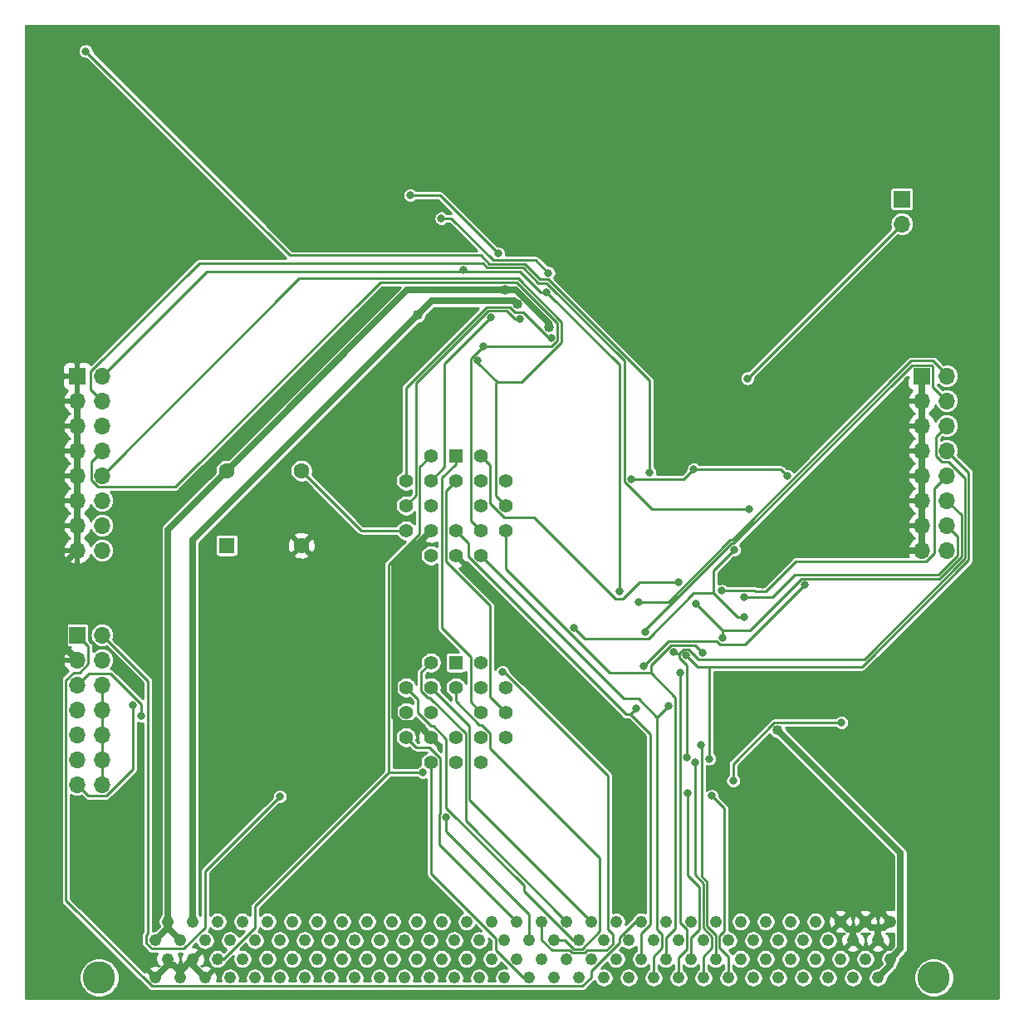
<source format=gbr>
G04 #@! TF.GenerationSoftware,KiCad,Pcbnew,(5.1.4)-1*
G04 #@! TF.CreationDate,2020-04-13T08:45:50-06:00*
G04 #@! TF.ProjectId,MiniSys MicroSD,4d696e69-5379-4732-904d-6963726f5344,rev?*
G04 #@! TF.SameCoordinates,Original*
G04 #@! TF.FileFunction,Copper,L2,Bot*
G04 #@! TF.FilePolarity,Positive*
%FSLAX46Y46*%
G04 Gerber Fmt 4.6, Leading zero omitted, Abs format (unit mm)*
G04 Created by KiCad (PCBNEW (5.1.4)-1) date 2020-04-13 08:45:50*
%MOMM*%
%LPD*%
G04 APERTURE LIST*
%ADD10C,1.600000*%
%ADD11R,1.600000X1.600000*%
%ADD12C,1.422400*%
%ADD13R,1.422400X1.422400*%
%ADD14O,1.700000X1.700000*%
%ADD15R,1.700000X1.700000*%
%ADD16C,3.314700*%
%ADD17C,1.219200*%
%ADD18C,1.016000*%
%ADD19C,0.800000*%
%ADD20C,0.635000*%
%ADD21C,0.250000*%
%ADD22C,0.254000*%
G04 APERTURE END LIST*
D10*
X48514000Y-73406000D03*
X48514000Y-65786000D03*
X40894000Y-65786000D03*
D11*
X40894000Y-73406000D03*
D12*
X69342000Y-66802000D03*
X69342000Y-69342000D03*
X66802000Y-64262000D03*
X66802000Y-69342000D03*
X66802000Y-71882000D03*
X66802000Y-74422000D03*
X64262000Y-74422000D03*
X61722000Y-74422000D03*
X69342000Y-71882000D03*
X64262000Y-71882000D03*
X61722000Y-71882000D03*
X59182000Y-71882000D03*
X59182000Y-69342000D03*
X59182000Y-66802000D03*
X61722000Y-69342000D03*
X61722000Y-66802000D03*
X61722000Y-64262000D03*
D13*
X64262000Y-64262000D03*
D12*
X66802000Y-66802000D03*
X64262000Y-66802000D03*
X69342000Y-87884000D03*
X69342000Y-90424000D03*
X66802000Y-85344000D03*
X66802000Y-90424000D03*
X66802000Y-92964000D03*
X66802000Y-95504000D03*
X64262000Y-95504000D03*
X61722000Y-95504000D03*
X69342000Y-92964000D03*
X64262000Y-92964000D03*
X61722000Y-92964000D03*
X59182000Y-92964000D03*
X59182000Y-90424000D03*
X59182000Y-87884000D03*
X61722000Y-90424000D03*
X61722000Y-87884000D03*
X61722000Y-85344000D03*
D13*
X64262000Y-85344000D03*
D12*
X66802000Y-87884000D03*
X64262000Y-87884000D03*
D14*
X28194000Y-73914000D03*
X25654000Y-73914000D03*
X28194000Y-71374000D03*
X25654000Y-71374000D03*
X28194000Y-68834000D03*
X25654000Y-68834000D03*
X28194000Y-66294000D03*
X25654000Y-66294000D03*
X28194000Y-63754000D03*
X25654000Y-63754000D03*
X28194000Y-61214000D03*
X25654000Y-61214000D03*
X28194000Y-58674000D03*
X25654000Y-58674000D03*
X28194000Y-56134000D03*
D15*
X25654000Y-56134000D03*
D14*
X114300000Y-73914000D03*
X111760000Y-73914000D03*
X114300000Y-71374000D03*
X111760000Y-71374000D03*
X114300000Y-68834000D03*
X111760000Y-68834000D03*
X114300000Y-66294000D03*
X111760000Y-66294000D03*
X114300000Y-63754000D03*
X111760000Y-63754000D03*
X114300000Y-61214000D03*
X111760000Y-61214000D03*
X114300000Y-58674000D03*
X111760000Y-58674000D03*
X114300000Y-56134000D03*
D15*
X111760000Y-56134000D03*
D14*
X109728000Y-40640000D03*
D15*
X109728000Y-38100000D03*
D14*
X28194000Y-97790000D03*
X25654000Y-97790000D03*
X28194000Y-95250000D03*
X25654000Y-95250000D03*
X28194000Y-92710000D03*
X25654000Y-92710000D03*
X28194000Y-90170000D03*
X25654000Y-90170000D03*
X28194000Y-87630000D03*
X25654000Y-87630000D03*
X28194000Y-85090000D03*
X25654000Y-85090000D03*
X28194000Y-82550000D03*
D15*
X25654000Y-82550000D03*
D16*
X27905400Y-117475000D03*
X112995400Y-117475000D03*
D17*
X33620400Y-117475000D03*
X34890400Y-115570000D03*
X36160400Y-117475000D03*
X37430400Y-115570000D03*
X38700400Y-117475000D03*
X39970400Y-115570000D03*
X41240400Y-117475000D03*
X42510400Y-115570000D03*
X43780400Y-117475000D03*
X45050400Y-115570000D03*
X46320400Y-117475000D03*
X47590400Y-115570000D03*
X48860400Y-117475000D03*
X50130400Y-115570000D03*
X51400400Y-117475000D03*
X52670400Y-115570000D03*
X53940400Y-117475000D03*
X55210400Y-115570000D03*
X56480400Y-117475000D03*
X57750400Y-115570000D03*
X59020400Y-117475000D03*
X60290400Y-115570000D03*
X61560400Y-117475000D03*
X62830400Y-115570000D03*
X64100400Y-117475000D03*
X65370400Y-115570000D03*
X66640400Y-117475000D03*
X67910400Y-115570000D03*
X69180400Y-117475000D03*
X70450400Y-115570000D03*
X71720400Y-117475000D03*
X72990400Y-115570000D03*
X74260400Y-117475000D03*
X75530400Y-115570000D03*
X76800400Y-117475000D03*
X78070400Y-115570000D03*
X79340400Y-117475000D03*
X80610400Y-115570000D03*
X81880400Y-117475000D03*
X83150400Y-115570000D03*
X84420400Y-117475000D03*
X85690400Y-115570000D03*
X86960400Y-117475000D03*
X88230400Y-115570000D03*
X89500400Y-117475000D03*
X90770400Y-115570000D03*
X92040400Y-117475000D03*
X93310400Y-115570000D03*
X94580400Y-117475000D03*
X95850400Y-115570000D03*
X97120400Y-117475000D03*
X98390400Y-115570000D03*
X99660400Y-117475000D03*
X100930400Y-115570000D03*
X102200400Y-117475000D03*
X103470400Y-115570000D03*
X104740400Y-117475000D03*
X106010400Y-115570000D03*
X107280400Y-117475000D03*
X108550400Y-115570000D03*
X33620400Y-113665000D03*
X34890400Y-111760000D03*
X36160400Y-113665000D03*
X37430400Y-111760000D03*
X38700400Y-113665000D03*
X39970400Y-111760000D03*
X41240400Y-113665000D03*
X42510400Y-111760000D03*
X43780400Y-113665000D03*
X45050400Y-111760000D03*
X46320400Y-113665000D03*
X47590400Y-111760000D03*
X48860400Y-113665000D03*
X50130400Y-111760000D03*
X51400400Y-113665000D03*
X52670400Y-111760000D03*
X53940400Y-113665000D03*
X55210400Y-111760000D03*
X56480400Y-113665000D03*
X57750400Y-111760000D03*
X59020400Y-113665000D03*
X60290400Y-111760000D03*
X61560400Y-113665000D03*
X62830400Y-111760000D03*
X64100400Y-113665000D03*
X65370400Y-111760000D03*
X66640400Y-113665000D03*
X67910400Y-111760000D03*
X69180400Y-113665000D03*
X70450400Y-111760000D03*
X71720400Y-113665000D03*
X72990400Y-111760000D03*
X74260400Y-113665000D03*
X75530400Y-111760000D03*
X76800400Y-113665000D03*
X78070400Y-111760000D03*
X79340400Y-113665000D03*
X80610400Y-111760000D03*
X81880400Y-113665000D03*
X83150400Y-111760000D03*
X84420400Y-113665000D03*
X85690400Y-111760000D03*
X86960400Y-113665000D03*
X88230400Y-111760000D03*
X89500400Y-113665000D03*
X90770400Y-111760000D03*
X92040400Y-113665000D03*
X93310400Y-111760000D03*
X94580400Y-113665000D03*
X95850400Y-111760000D03*
X97120400Y-113665000D03*
X98390400Y-111760000D03*
X99660400Y-113665000D03*
X100930400Y-111760000D03*
X102200400Y-113665000D03*
X103470400Y-111760000D03*
X104740400Y-113665000D03*
X106010400Y-111760000D03*
X107280400Y-113665000D03*
X108550400Y-111760000D03*
D18*
X95477400Y-77309100D03*
X69242700Y-47367800D03*
X97077100Y-92257900D03*
X73776200Y-51130800D03*
X70527500Y-48834400D03*
X60378000Y-49923400D03*
D19*
X84023000Y-65983200D03*
X26537900Y-23030000D03*
X60879600Y-96555700D03*
X82677000Y-90050600D03*
X99860600Y-77446900D03*
X83391400Y-85745000D03*
X85984200Y-89775600D03*
X89429600Y-84345800D03*
X87122000Y-86419500D03*
X87870100Y-98675500D03*
X88618100Y-95541500D03*
X89253600Y-93738600D03*
X90357700Y-98960000D03*
X63270000Y-101093600D03*
X69011400Y-86337700D03*
X31319600Y-89657300D03*
X32209100Y-90767600D03*
X46317900Y-99003800D03*
X65027900Y-45328600D03*
X80930900Y-78131000D03*
X73524700Y-47604200D03*
X73699400Y-45637600D03*
X62786000Y-40057300D03*
X68592100Y-43672300D03*
X59615600Y-37722500D03*
X67804900Y-50196400D03*
X70824600Y-50321800D03*
X93984500Y-56383500D03*
X93693400Y-78662200D03*
X91456600Y-82867200D03*
X88767900Y-79363400D03*
X91389300Y-78048800D03*
X90079300Y-95158100D03*
X87747600Y-84654900D03*
X87798800Y-95037100D03*
X86420900Y-84254000D03*
X83594000Y-82220200D03*
X82904900Y-79157900D03*
X92647500Y-73877700D03*
X93626100Y-80731000D03*
X76266200Y-81801200D03*
X73974200Y-52254800D03*
X66514500Y-54591700D03*
X67101500Y-53147900D03*
X86945000Y-77137400D03*
X94180200Y-69712000D03*
X92529400Y-97411500D03*
X103571800Y-91485600D03*
X82106700Y-66668400D03*
X98045200Y-66312200D03*
X88524500Y-65654900D03*
D20*
X106010400Y-111760000D02*
X105235800Y-112534600D01*
X105235800Y-112534600D02*
X104740400Y-112534600D01*
X104740400Y-112534600D02*
X104245000Y-112534600D01*
X104245000Y-112534600D02*
X103470400Y-111760000D01*
X104740400Y-112534600D02*
X104740400Y-113665000D01*
X107280400Y-112395000D02*
X106645400Y-112395000D01*
X106645400Y-112395000D02*
X106010400Y-111760000D01*
X34890400Y-116205000D02*
X33620400Y-117475000D01*
X36160400Y-116840000D02*
X35525400Y-116205000D01*
X35525400Y-116205000D02*
X34890400Y-116205000D01*
X34890400Y-115570000D02*
X34890400Y-116205000D01*
X36160400Y-116840000D02*
X37112900Y-115887500D01*
X36160400Y-117475000D02*
X36160400Y-116840000D01*
X37112900Y-115887500D02*
X37430400Y-115570000D01*
X38700400Y-117475000D02*
X37112900Y-115887500D01*
X61722000Y-71882000D02*
X58019800Y-75584200D01*
X58019800Y-75584200D02*
X58019800Y-90896500D01*
X58019800Y-90896500D02*
X58703400Y-91580100D01*
X58703400Y-91580100D02*
X60338100Y-91580100D01*
X60338100Y-91580100D02*
X61722000Y-92964000D01*
X108550400Y-111760000D02*
X107915400Y-112395000D01*
X107915400Y-112395000D02*
X107280400Y-112395000D01*
X107280400Y-112395000D02*
X107280400Y-113665000D01*
X111760000Y-73914000D02*
X98872500Y-73914000D01*
X98872500Y-73914000D02*
X95477400Y-77309100D01*
X111760000Y-71374000D02*
X111760000Y-73914000D01*
X25654000Y-66294000D02*
X25654000Y-63754000D01*
X25654000Y-68834000D02*
X25654000Y-66294000D01*
X111760000Y-68834000D02*
X111760000Y-71374000D01*
X111760000Y-63754000D02*
X111760000Y-66294000D01*
X111760000Y-61214000D02*
X111760000Y-63754000D01*
X111760000Y-58674000D02*
X111760000Y-61214000D01*
X25654000Y-71374000D02*
X25654000Y-68834000D01*
X25654000Y-73914000D02*
X25654000Y-71374000D01*
X25654000Y-61214000D02*
X25654000Y-63754000D01*
X25654000Y-58674000D02*
X25654000Y-61214000D01*
X111760000Y-66294000D02*
X111760000Y-68834000D01*
X111760000Y-56134000D02*
X111760000Y-58674000D01*
X25654000Y-85090000D02*
X24359100Y-83795100D01*
X24359100Y-83795100D02*
X24359100Y-75208900D01*
X24359100Y-75208900D02*
X25654000Y-73914000D01*
X34890400Y-112395000D02*
X33620400Y-113665000D01*
X34890400Y-111760000D02*
X34890400Y-112395000D01*
X36160400Y-113665000D02*
X34890400Y-112395000D01*
X40894000Y-65786000D02*
X34890400Y-71789600D01*
X34890400Y-71789600D02*
X34890400Y-111760000D01*
X69242700Y-47367800D02*
X70408400Y-47367800D01*
X70408400Y-47367800D02*
X73776200Y-50735600D01*
X73776200Y-50735600D02*
X73776200Y-51130800D01*
X40894000Y-65786000D02*
X59312200Y-47367800D01*
X59312200Y-47367800D02*
X69242700Y-47367800D01*
X108550400Y-115570000D02*
X109606600Y-114513800D01*
X109606600Y-114513800D02*
X109606600Y-104787400D01*
X109606600Y-104787400D02*
X97077100Y-92257900D01*
X107280400Y-117475000D02*
X108550400Y-116205000D01*
X108550400Y-116205000D02*
X108550400Y-115570000D01*
X60378000Y-49923400D02*
X61798500Y-48502900D01*
X61798500Y-48502900D02*
X70196000Y-48502900D01*
X70196000Y-48502900D02*
X70527500Y-48834400D01*
X37430400Y-111760000D02*
X37430400Y-72871000D01*
X37430400Y-72871000D02*
X60378000Y-49923400D01*
D21*
X84023000Y-65983200D02*
X84023000Y-56603800D01*
X84023000Y-56603800D02*
X73709100Y-46289900D01*
X73709100Y-46289900D02*
X72850000Y-46289900D01*
X72850000Y-46289900D02*
X71262100Y-44702000D01*
X71262100Y-44702000D02*
X67649900Y-44702000D01*
X67649900Y-44702000D02*
X66795600Y-43847700D01*
X66795600Y-43847700D02*
X47355600Y-43847700D01*
X47355600Y-43847700D02*
X26537900Y-23030000D01*
X57444800Y-96555700D02*
X60879600Y-96555700D01*
X39970400Y-115570000D02*
X40564300Y-115570000D01*
X40564300Y-115570000D02*
X43780500Y-112353800D01*
X43780500Y-112353800D02*
X43780500Y-110220000D01*
X43780500Y-110220000D02*
X57444800Y-96555700D01*
X57444800Y-96555700D02*
X57444800Y-75353200D01*
X57444800Y-75353200D02*
X60585600Y-72212400D01*
X60585600Y-72212400D02*
X60585600Y-65398400D01*
X60585600Y-65398400D02*
X61722000Y-64262000D01*
X71720400Y-117475000D02*
X71112800Y-117475000D01*
X71112800Y-117475000D02*
X68318400Y-114680600D01*
X68318400Y-114680600D02*
X68318400Y-113488900D01*
X68318400Y-113488900D02*
X61722000Y-106892500D01*
X61722000Y-106892500D02*
X61722000Y-95504000D01*
X83150400Y-115570000D02*
X83150400Y-112986700D01*
X83150400Y-112986700D02*
X84063600Y-112073500D01*
X84063600Y-112073500D02*
X84063600Y-92640200D01*
X84063600Y-92640200D02*
X82075500Y-90652100D01*
X82677000Y-90050600D02*
X82075500Y-90652100D01*
X64262000Y-71882000D02*
X65532100Y-73152100D01*
X65532100Y-73152100D02*
X65532100Y-74576700D01*
X65532100Y-74576700D02*
X81607500Y-90652100D01*
X81607500Y-90652100D02*
X82075500Y-90652100D01*
X83391400Y-85745000D02*
X85926400Y-83210000D01*
X85926400Y-83210000D02*
X90877000Y-83210000D01*
X90877000Y-83210000D02*
X91196100Y-83529100D01*
X91196100Y-83529100D02*
X93778400Y-83529100D01*
X93778400Y-83529100D02*
X99860600Y-77446900D01*
X84805600Y-90954200D02*
X85984200Y-89775600D01*
X84420400Y-117475000D02*
X84420400Y-115322100D01*
X84420400Y-115322100D02*
X85313000Y-114429500D01*
X85313000Y-114429500D02*
X85313000Y-113039700D01*
X85313000Y-113039700D02*
X84805600Y-112532300D01*
X84805600Y-112532300D02*
X84805600Y-90954200D01*
X84805600Y-90954200D02*
X82867100Y-89015700D01*
X82867100Y-89015700D02*
X81395700Y-89015700D01*
X81395700Y-89015700D02*
X66802000Y-74422000D01*
X89429600Y-84345800D02*
X88673300Y-83589500D01*
X88673300Y-83589500D02*
X86163000Y-83589500D01*
X86163000Y-83589500D02*
X84155900Y-85596600D01*
X84155900Y-85596600D02*
X84155900Y-86397300D01*
X85690400Y-115570000D02*
X85690400Y-113417100D01*
X85690400Y-113417100D02*
X86658000Y-112449500D01*
X86658000Y-112449500D02*
X86658000Y-88899400D01*
X86658000Y-88899400D02*
X84155900Y-86397300D01*
X69342000Y-71882000D02*
X69342000Y-75799400D01*
X69342000Y-75799400D02*
X79939900Y-86397300D01*
X79939900Y-86397300D02*
X84155900Y-86397300D01*
X87122000Y-86419500D02*
X87122000Y-111870500D01*
X87122000Y-111870500D02*
X87827600Y-112576100D01*
X87827600Y-112576100D02*
X87827600Y-114566200D01*
X87827600Y-114566200D02*
X86960400Y-115433400D01*
X86960400Y-115433400D02*
X86960400Y-117475000D01*
X88230400Y-115570000D02*
X88230400Y-113417100D01*
X88230400Y-113417100D02*
X89092400Y-112555100D01*
X89092400Y-112555100D02*
X89092400Y-108253000D01*
X89092400Y-108253000D02*
X87870100Y-107030700D01*
X87870100Y-107030700D02*
X87870100Y-98675500D01*
X89500400Y-117475000D02*
X89500400Y-115322100D01*
X89500400Y-115322100D02*
X90393000Y-114429500D01*
X90393000Y-114429500D02*
X90393000Y-113295800D01*
X90393000Y-113295800D02*
X89506000Y-112408800D01*
X89506000Y-112408800D02*
X89506000Y-107866300D01*
X89506000Y-107866300D02*
X88618100Y-106978400D01*
X88618100Y-106978400D02*
X88618100Y-95541500D01*
X90770400Y-115570000D02*
X90770400Y-113139400D01*
X90770400Y-113139400D02*
X89883400Y-112252400D01*
X89883400Y-112252400D02*
X89883400Y-107710000D01*
X89883400Y-107710000D02*
X89297500Y-107124100D01*
X89297500Y-107124100D02*
X89297500Y-93782500D01*
X89297500Y-93782500D02*
X89253600Y-93738600D01*
X92040400Y-117475000D02*
X92040400Y-115322100D01*
X92040400Y-115322100D02*
X91147800Y-114429500D01*
X91147800Y-114429500D02*
X91147800Y-113249100D01*
X91147800Y-113249100D02*
X91633100Y-112763800D01*
X91633100Y-112763800D02*
X91633100Y-100235400D01*
X91633100Y-100235400D02*
X90357700Y-98960000D01*
X59182000Y-92964000D02*
X60200500Y-93982500D01*
X60200500Y-93982500D02*
X61583500Y-93982500D01*
X61583500Y-93982500D02*
X62693500Y-95092500D01*
X62693500Y-95092500D02*
X62693500Y-100747700D01*
X62693500Y-100747700D02*
X62617700Y-100823500D01*
X62617700Y-100823500D02*
X62617700Y-103927300D01*
X62617700Y-103927300D02*
X70450400Y-111760000D01*
X71720400Y-113665000D02*
X71720400Y-111049000D01*
X71720400Y-111049000D02*
X63270000Y-102598600D01*
X63270000Y-102598600D02*
X63270000Y-101093600D01*
X72990400Y-111760000D02*
X72990400Y-113617200D01*
X72990400Y-113617200D02*
X74070500Y-114697300D01*
X74070500Y-114697300D02*
X75879000Y-114697300D01*
X75879000Y-114697300D02*
X76145700Y-114964000D01*
X76145700Y-114964000D02*
X77356400Y-114964000D01*
X77356400Y-114964000D02*
X77612400Y-114708000D01*
X77612400Y-114708000D02*
X79582300Y-114708000D01*
X79582300Y-114708000D02*
X80244600Y-114045700D01*
X80244600Y-114045700D02*
X80244600Y-113051300D01*
X80244600Y-113051300D02*
X79748500Y-112555200D01*
X79748500Y-112555200D02*
X79748500Y-96869700D01*
X79748500Y-96869700D02*
X69216600Y-86337800D01*
X69216600Y-86337800D02*
X69011400Y-86337800D01*
X69011400Y-86337800D02*
X69011400Y-86337700D01*
X64262000Y-87884000D02*
X64262000Y-89296600D01*
X64262000Y-89296600D02*
X66659400Y-91694000D01*
X66659400Y-91694000D02*
X66895000Y-91694000D01*
X66895000Y-91694000D02*
X67765700Y-92564700D01*
X67765700Y-92564700D02*
X67765700Y-94111000D01*
X67765700Y-94111000D02*
X78933900Y-105279200D01*
X78933900Y-105279200D02*
X78933900Y-112760400D01*
X78933900Y-112760400D02*
X77130200Y-114564100D01*
X77130200Y-114564100D02*
X76279400Y-114564100D01*
X76279400Y-114564100D02*
X75380300Y-113665000D01*
X75380300Y-113665000D02*
X74260400Y-113665000D01*
X75530400Y-111760000D02*
X65272500Y-101502100D01*
X65272500Y-101502100D02*
X65272500Y-92611800D01*
X65272500Y-92611800D02*
X61587400Y-88926700D01*
X61587400Y-88926700D02*
X61380100Y-88926700D01*
X61380100Y-88926700D02*
X60742100Y-88288700D01*
X60742100Y-88288700D02*
X60742100Y-86323900D01*
X60742100Y-86323900D02*
X61722000Y-85344000D01*
X76800400Y-113665000D02*
X76189800Y-113665000D01*
X76189800Y-113665000D02*
X71208700Y-108683900D01*
X71208700Y-108683900D02*
X71208700Y-108109900D01*
X71208700Y-108109900D02*
X63298400Y-100199600D01*
X63298400Y-100199600D02*
X63298400Y-93177800D01*
X63298400Y-93177800D02*
X61948100Y-91827500D01*
X61948100Y-91827500D02*
X61761900Y-91827500D01*
X61761900Y-91827500D02*
X60364700Y-90430300D01*
X60364700Y-90430300D02*
X60364700Y-89066700D01*
X60364700Y-89066700D02*
X59182000Y-87884000D01*
X61722000Y-87884000D02*
X65649900Y-91811900D01*
X65649900Y-91811900D02*
X65649900Y-99339500D01*
X65649900Y-99339500D02*
X78070400Y-111760000D01*
X83150400Y-111760000D02*
X82566400Y-111760000D01*
X82566400Y-111760000D02*
X80953800Y-113372600D01*
X80953800Y-113372600D02*
X80953800Y-113905700D01*
X80953800Y-113905700D02*
X78070500Y-116789000D01*
X78070500Y-116789000D02*
X78070500Y-117466300D01*
X78070500Y-117466300D02*
X77185000Y-118351800D01*
X77185000Y-118351800D02*
X33253400Y-118351800D01*
X33253400Y-118351800D02*
X24523300Y-109621700D01*
X24523300Y-109621700D02*
X24523300Y-87133900D01*
X24523300Y-87133900D02*
X25297200Y-86360000D01*
X25297200Y-86360000D02*
X25944400Y-86360000D01*
X25944400Y-86360000D02*
X26801500Y-85502900D01*
X26801500Y-85502900D02*
X26801500Y-83697500D01*
X26801500Y-83697500D02*
X25654000Y-82550000D01*
X28194000Y-90170000D02*
X28194000Y-92710000D01*
X28194000Y-87630000D02*
X28194000Y-90170000D01*
X28194000Y-95250000D02*
X28194000Y-97790000D01*
X28194000Y-92710000D02*
X28194000Y-95250000D01*
X25654000Y-97790000D02*
X26798900Y-98934900D01*
X26798900Y-98934900D02*
X28612800Y-98934900D01*
X28612800Y-98934900D02*
X31319600Y-96228100D01*
X31319600Y-96228100D02*
X31319600Y-89657300D01*
X32209100Y-90767600D02*
X32209100Y-89624300D01*
X32209100Y-89624300D02*
X29054400Y-86469600D01*
X29054400Y-86469600D02*
X26814400Y-86469600D01*
X26814400Y-86469600D02*
X25654000Y-87630000D01*
X28194000Y-82550000D02*
X32861500Y-87217500D01*
X32861500Y-87217500D02*
X32861500Y-113001600D01*
X32861500Y-113001600D02*
X32721100Y-113142000D01*
X32721100Y-113142000D02*
X32721100Y-113984700D01*
X32721100Y-113984700D02*
X33263400Y-114527000D01*
X33263400Y-114527000D02*
X36527300Y-114527000D01*
X36527300Y-114527000D02*
X38700400Y-112353900D01*
X38700400Y-112353900D02*
X38700400Y-106621300D01*
X38700400Y-106621300D02*
X46317900Y-99003800D01*
X65027900Y-45486900D02*
X38841100Y-45486900D01*
X38841100Y-45486900D02*
X28194000Y-56134000D01*
X73524700Y-47604200D02*
X72908300Y-47604200D01*
X72908300Y-47604200D02*
X70791000Y-45486900D01*
X70791000Y-45486900D02*
X65027900Y-45486900D01*
X65027900Y-45328600D02*
X65027900Y-45486900D01*
X73524700Y-47604200D02*
X80930900Y-55010400D01*
X80930900Y-55010400D02*
X80930900Y-78131000D01*
X73699400Y-45637600D02*
X72386500Y-44324700D01*
X72386500Y-44324700D02*
X68073300Y-44324700D01*
X68073300Y-44324700D02*
X63805900Y-40057300D01*
X63805900Y-40057300D02*
X62786000Y-40057300D01*
X59615600Y-37722500D02*
X62642300Y-37722500D01*
X62642300Y-37722500D02*
X68592100Y-43672300D01*
X61722000Y-66802000D02*
X63125500Y-65398500D01*
X63125500Y-65398500D02*
X63125500Y-54875800D01*
X63125500Y-54875800D02*
X67804900Y-50196400D01*
X70824600Y-50321800D02*
X70280500Y-50321800D01*
X70280500Y-50321800D02*
X69474100Y-49515400D01*
X69474100Y-49515400D02*
X67563400Y-49515400D01*
X67563400Y-49515400D02*
X60208200Y-56870600D01*
X60208200Y-56870600D02*
X60208200Y-68315800D01*
X60208200Y-68315800D02*
X59182000Y-69342000D01*
X109728000Y-40640000D02*
X93984500Y-56383500D01*
X93693400Y-78662200D02*
X96534800Y-78662200D01*
X96534800Y-78662200D02*
X98779700Y-76417300D01*
X98779700Y-76417300D02*
X113431300Y-76417300D01*
X113431300Y-76417300D02*
X115422800Y-74425800D01*
X115422800Y-74425800D02*
X115422800Y-72496800D01*
X115422800Y-72496800D02*
X114300000Y-71374000D01*
X91456600Y-82052100D02*
X94212100Y-82052100D01*
X94212100Y-82052100D02*
X99469600Y-76794600D01*
X99469600Y-76794600D02*
X113587500Y-76794600D01*
X113587500Y-76794600D02*
X115800100Y-74582000D01*
X115800100Y-74582000D02*
X115800100Y-70334100D01*
X115800100Y-70334100D02*
X114300000Y-68834000D01*
X88767900Y-79363400D02*
X91456600Y-82052100D01*
X91456600Y-82052100D02*
X91456600Y-82867200D01*
X114300000Y-66294000D02*
X113030000Y-67564000D01*
X113030000Y-67564000D02*
X113030000Y-74212300D01*
X113030000Y-74212300D02*
X112225900Y-75016400D01*
X112225900Y-75016400D02*
X98913300Y-75016400D01*
X98913300Y-75016400D02*
X95860200Y-78069500D01*
X95860200Y-78069500D02*
X94776700Y-78069500D01*
X94776700Y-78069500D02*
X94717000Y-78009800D01*
X94717000Y-78009800D02*
X91428300Y-78009800D01*
X91428300Y-78009800D02*
X91389300Y-78048800D01*
X90079300Y-85792900D02*
X88885600Y-85792900D01*
X88885600Y-85792900D02*
X87747600Y-84654900D01*
X114300000Y-63754000D02*
X116554700Y-66008700D01*
X116554700Y-66008700D02*
X116554700Y-74894600D01*
X116554700Y-74894600D02*
X105656400Y-85792900D01*
X105656400Y-85792900D02*
X90079300Y-85792900D01*
X90079300Y-85792900D02*
X90079300Y-95158100D01*
X87016800Y-84447300D02*
X87016800Y-84880800D01*
X87016800Y-84880800D02*
X87798800Y-85662800D01*
X87798800Y-85662800D02*
X87798800Y-95037100D01*
X87016800Y-84447300D02*
X86614200Y-84447300D01*
X86614200Y-84447300D02*
X86420900Y-84254000D01*
X114300000Y-61214000D02*
X113190500Y-62323500D01*
X113190500Y-62323500D02*
X113190500Y-64254500D01*
X113190500Y-64254500D02*
X113826500Y-64890500D01*
X113826500Y-64890500D02*
X114513700Y-64890500D01*
X114513700Y-64890500D02*
X116177400Y-66554200D01*
X116177400Y-66554200D02*
X116177400Y-74738300D01*
X116177400Y-74738300D02*
X105917600Y-84998100D01*
X105917600Y-84998100D02*
X89013300Y-84998100D01*
X89013300Y-84998100D02*
X88009800Y-83994600D01*
X88009800Y-83994600D02*
X87469500Y-83994600D01*
X87469500Y-83994600D02*
X87016800Y-84447300D01*
X114300000Y-58674000D02*
X112896500Y-57270500D01*
X112896500Y-57270500D02*
X112896500Y-55134000D01*
X112896500Y-55134000D02*
X112794100Y-55031600D01*
X112794100Y-55031600D02*
X110782600Y-55031600D01*
X110782600Y-55031600D02*
X92588800Y-73225400D01*
X92588800Y-73225400D02*
X92377400Y-73225400D01*
X92377400Y-73225400D02*
X83594000Y-82008800D01*
X83594000Y-82008800D02*
X83594000Y-82220200D01*
X114300000Y-56134000D02*
X114300000Y-56003800D01*
X114300000Y-56003800D02*
X112895800Y-54599600D01*
X112895800Y-54599600D02*
X110680900Y-54599600D01*
X110680900Y-54599600D02*
X92432400Y-72848100D01*
X92432400Y-72848100D02*
X92221200Y-72848100D01*
X92221200Y-72848100D02*
X85911400Y-79157900D01*
X85911400Y-79157900D02*
X82904900Y-79157900D01*
X90517800Y-78291800D02*
X92957000Y-80731000D01*
X92957000Y-80731000D02*
X93626100Y-80731000D01*
X76266200Y-81801200D02*
X77364100Y-82899100D01*
X77364100Y-82899100D02*
X83879200Y-82899100D01*
X83879200Y-82899100D02*
X88486500Y-78291800D01*
X88486500Y-78291800D02*
X90517800Y-78291800D01*
X90517800Y-78291800D02*
X90517800Y-76007400D01*
X90517800Y-76007400D02*
X92647500Y-73877700D01*
X59182000Y-66802000D02*
X59182000Y-57334500D01*
X59182000Y-57334500D02*
X67378500Y-49138000D01*
X67378500Y-49138000D02*
X69753200Y-49138000D01*
X69753200Y-49138000D02*
X70261600Y-49646400D01*
X70261600Y-49646400D02*
X71109500Y-49646400D01*
X71109500Y-49646400D02*
X73717900Y-52254800D01*
X73717900Y-52254800D02*
X73974200Y-52254800D01*
X68481000Y-56750000D02*
X70950000Y-56750000D01*
X70950000Y-56750000D02*
X75003800Y-52696200D01*
X75003800Y-52696200D02*
X75003800Y-50623800D01*
X75003800Y-50623800D02*
X70591200Y-46211200D01*
X70591200Y-46211200D02*
X48276800Y-46211200D01*
X48276800Y-46211200D02*
X28194000Y-66294000D01*
X68481000Y-56750000D02*
X66514500Y-54783500D01*
X66514500Y-54783500D02*
X66514500Y-54591700D01*
X68481000Y-56750000D02*
X68367800Y-56863200D01*
X68367800Y-56863200D02*
X68367800Y-68367800D01*
X68367800Y-68367800D02*
X69342000Y-69342000D01*
X67101500Y-53147900D02*
X74003600Y-53147900D01*
X74003600Y-53147900D02*
X74626500Y-52525000D01*
X74626500Y-52525000D02*
X74626500Y-50780100D01*
X74626500Y-50780100D02*
X70434900Y-46588500D01*
X70434900Y-46588500D02*
X56538500Y-46588500D01*
X56538500Y-46588500D02*
X35660600Y-67466400D01*
X35660600Y-67466400D02*
X27772500Y-67466400D01*
X27772500Y-67466400D02*
X27089400Y-66783300D01*
X27089400Y-66783300D02*
X27089400Y-64858600D01*
X27089400Y-64858600D02*
X28194000Y-63754000D01*
X66802000Y-71882000D02*
X65787400Y-70867400D01*
X65787400Y-70867400D02*
X65787400Y-54396000D01*
X65787400Y-54396000D02*
X67035500Y-53147900D01*
X67035500Y-53147900D02*
X67101500Y-53147900D01*
X86945000Y-77137400D02*
X82959400Y-77137400D01*
X82959400Y-77137400D02*
X81275800Y-78821000D01*
X81275800Y-78821000D02*
X80501900Y-78821000D01*
X80501900Y-78821000D02*
X72222100Y-70541200D01*
X72222100Y-70541200D02*
X69173800Y-70541200D01*
X69173800Y-70541200D02*
X67765600Y-69133000D01*
X67765600Y-69133000D02*
X67765600Y-65225600D01*
X67765600Y-65225600D02*
X66802000Y-64262000D01*
X94180200Y-69712000D02*
X84227900Y-69712000D01*
X84227900Y-69712000D02*
X81454400Y-66938500D01*
X81454400Y-66938500D02*
X81454400Y-54577300D01*
X81454400Y-54577300D02*
X73544300Y-46667200D01*
X73544300Y-46667200D02*
X72693700Y-46667200D01*
X72693700Y-46667200D02*
X71105800Y-45079300D01*
X71105800Y-45079300D02*
X67448100Y-45079300D01*
X67448100Y-45079300D02*
X67037100Y-44668300D01*
X67037100Y-44668300D02*
X38081000Y-44668300D01*
X38081000Y-44668300D02*
X27053700Y-55695600D01*
X27053700Y-55695600D02*
X27053700Y-57533700D01*
X27053700Y-57533700D02*
X28194000Y-58674000D01*
X103571800Y-91485600D02*
X103571800Y-91485700D01*
X103571800Y-91485700D02*
X96709300Y-91485700D01*
X96709300Y-91485700D02*
X92529400Y-95665600D01*
X92529400Y-95665600D02*
X92529400Y-97411500D01*
X88524500Y-65654900D02*
X87511000Y-66668400D01*
X87511000Y-66668400D02*
X82106700Y-66668400D01*
X98045200Y-66312200D02*
X97387900Y-65654900D01*
X97387900Y-65654900D02*
X88524500Y-65654900D01*
X69342000Y-90424000D02*
X67765700Y-88847700D01*
X67765700Y-88847700D02*
X67765700Y-79568600D01*
X67765700Y-79568600D02*
X63235900Y-75038800D01*
X63235900Y-75038800D02*
X63235900Y-67828100D01*
X63235900Y-67828100D02*
X64262000Y-66802000D01*
X66802000Y-90424000D02*
X65775800Y-89397800D01*
X65775800Y-89397800D02*
X65775800Y-84757700D01*
X65775800Y-84757700D02*
X62858500Y-81840400D01*
X62858500Y-81840400D02*
X62858500Y-66521100D01*
X62858500Y-66521100D02*
X64262000Y-65117600D01*
X64262000Y-65117600D02*
X64262000Y-64262000D01*
X59182000Y-71882000D02*
X54610000Y-71882000D01*
X54610000Y-71882000D02*
X48514000Y-65786000D01*
D22*
G36*
X119594001Y-119594000D02*
G01*
X20406000Y-119594000D01*
X20406000Y-117274240D01*
X25867050Y-117274240D01*
X25867050Y-117675760D01*
X25945382Y-118069565D01*
X26099037Y-118440521D01*
X26322110Y-118774373D01*
X26606027Y-119058290D01*
X26939879Y-119281363D01*
X27310835Y-119435018D01*
X27704640Y-119513350D01*
X28106160Y-119513350D01*
X28499965Y-119435018D01*
X28870921Y-119281363D01*
X29204773Y-119058290D01*
X29488690Y-118774373D01*
X29711763Y-118440521D01*
X29865418Y-118069565D01*
X29943750Y-117675760D01*
X29943750Y-117274240D01*
X29865418Y-116880435D01*
X29711763Y-116509479D01*
X29488690Y-116175627D01*
X29204773Y-115891710D01*
X28870921Y-115668637D01*
X28499965Y-115514982D01*
X28106160Y-115436650D01*
X27704640Y-115436650D01*
X27310835Y-115514982D01*
X26939879Y-115668637D01*
X26606027Y-115891710D01*
X26322110Y-116175627D01*
X26099037Y-116509479D01*
X25945382Y-116880435D01*
X25867050Y-117274240D01*
X20406000Y-117274240D01*
X20406000Y-87133900D01*
X24014853Y-87133900D01*
X24017301Y-87158756D01*
X24017300Y-109596854D01*
X24014853Y-109621700D01*
X24017300Y-109646546D01*
X24017300Y-109646553D01*
X24024622Y-109720892D01*
X24053555Y-109816274D01*
X24100541Y-109904179D01*
X24163773Y-109981227D01*
X24183085Y-109997076D01*
X32878028Y-118692020D01*
X32893873Y-118711327D01*
X32970921Y-118774559D01*
X33058825Y-118821545D01*
X33154207Y-118850478D01*
X33253400Y-118860248D01*
X33278254Y-118857800D01*
X77160154Y-118857800D01*
X77185000Y-118860247D01*
X77209846Y-118857800D01*
X77209854Y-118857800D01*
X77284193Y-118850478D01*
X77379575Y-118821545D01*
X77467479Y-118774559D01*
X77544527Y-118711327D01*
X77560376Y-118692015D01*
X78410720Y-117841672D01*
X78417693Y-117835950D01*
X78462542Y-117944225D01*
X78570951Y-118106471D01*
X78708929Y-118244449D01*
X78871175Y-118352858D01*
X79051453Y-118427532D01*
X79242834Y-118465600D01*
X79437966Y-118465600D01*
X79629347Y-118427532D01*
X79809625Y-118352858D01*
X79971871Y-118244449D01*
X80109849Y-118106471D01*
X80218258Y-117944225D01*
X80292932Y-117763947D01*
X80331000Y-117572566D01*
X80331000Y-117377434D01*
X80889800Y-117377434D01*
X80889800Y-117572566D01*
X80927868Y-117763947D01*
X81002542Y-117944225D01*
X81110951Y-118106471D01*
X81248929Y-118244449D01*
X81411175Y-118352858D01*
X81591453Y-118427532D01*
X81782834Y-118465600D01*
X81977966Y-118465600D01*
X82169347Y-118427532D01*
X82349625Y-118352858D01*
X82511871Y-118244449D01*
X82649849Y-118106471D01*
X82758258Y-117944225D01*
X82832932Y-117763947D01*
X82871000Y-117572566D01*
X82871000Y-117377434D01*
X82832932Y-117186053D01*
X82758258Y-117005775D01*
X82649849Y-116843529D01*
X82511871Y-116705551D01*
X82349625Y-116597142D01*
X82169347Y-116522468D01*
X81977966Y-116484400D01*
X81782834Y-116484400D01*
X81591453Y-116522468D01*
X81411175Y-116597142D01*
X81248929Y-116705551D01*
X81110951Y-116843529D01*
X81002542Y-117005775D01*
X80927868Y-117186053D01*
X80889800Y-117377434D01*
X80331000Y-117377434D01*
X80292932Y-117186053D01*
X80218258Y-117005775D01*
X80109849Y-116843529D01*
X79971871Y-116705551D01*
X79809625Y-116597142D01*
X79629347Y-116522468D01*
X79437966Y-116484400D01*
X79242834Y-116484400D01*
X79052914Y-116522177D01*
X79674937Y-115900155D01*
X79732542Y-116039225D01*
X79840951Y-116201471D01*
X79978929Y-116339449D01*
X80141175Y-116447858D01*
X80321453Y-116522532D01*
X80512834Y-116560600D01*
X80707966Y-116560600D01*
X80899347Y-116522532D01*
X81079625Y-116447858D01*
X81241871Y-116339449D01*
X81379849Y-116201471D01*
X81488258Y-116039225D01*
X81562932Y-115858947D01*
X81601000Y-115667566D01*
X81601000Y-115472434D01*
X81562932Y-115281053D01*
X81488258Y-115100775D01*
X81379849Y-114938529D01*
X81241871Y-114800551D01*
X81079625Y-114692142D01*
X80940555Y-114634537D01*
X81194786Y-114380306D01*
X81248929Y-114434449D01*
X81411175Y-114542858D01*
X81591453Y-114617532D01*
X81782834Y-114655600D01*
X81977966Y-114655600D01*
X82169347Y-114617532D01*
X82349625Y-114542858D01*
X82511871Y-114434449D01*
X82644400Y-114301920D01*
X82644400Y-114716714D01*
X82518929Y-114800551D01*
X82380951Y-114938529D01*
X82272542Y-115100775D01*
X82197868Y-115281053D01*
X82159800Y-115472434D01*
X82159800Y-115667566D01*
X82197868Y-115858947D01*
X82272542Y-116039225D01*
X82380951Y-116201471D01*
X82518929Y-116339449D01*
X82681175Y-116447858D01*
X82861453Y-116522532D01*
X83052834Y-116560600D01*
X83247966Y-116560600D01*
X83439347Y-116522532D01*
X83619625Y-116447858D01*
X83781871Y-116339449D01*
X83914401Y-116206919D01*
X83914400Y-116621714D01*
X83788929Y-116705551D01*
X83650951Y-116843529D01*
X83542542Y-117005775D01*
X83467868Y-117186053D01*
X83429800Y-117377434D01*
X83429800Y-117572566D01*
X83467868Y-117763947D01*
X83542542Y-117944225D01*
X83650951Y-118106471D01*
X83788929Y-118244449D01*
X83951175Y-118352858D01*
X84131453Y-118427532D01*
X84322834Y-118465600D01*
X84517966Y-118465600D01*
X84709347Y-118427532D01*
X84889625Y-118352858D01*
X85051871Y-118244449D01*
X85189849Y-118106471D01*
X85298258Y-117944225D01*
X85372932Y-117763947D01*
X85411000Y-117572566D01*
X85411000Y-117377434D01*
X85372932Y-117186053D01*
X85298258Y-117005775D01*
X85189849Y-116843529D01*
X85051871Y-116705551D01*
X84926400Y-116621714D01*
X84926400Y-116206920D01*
X85058929Y-116339449D01*
X85221175Y-116447858D01*
X85401453Y-116522532D01*
X85592834Y-116560600D01*
X85787966Y-116560600D01*
X85979347Y-116522532D01*
X86159625Y-116447858D01*
X86321871Y-116339449D01*
X86454400Y-116206920D01*
X86454401Y-116621714D01*
X86328929Y-116705551D01*
X86190951Y-116843529D01*
X86082542Y-117005775D01*
X86007868Y-117186053D01*
X85969800Y-117377434D01*
X85969800Y-117572566D01*
X86007868Y-117763947D01*
X86082542Y-117944225D01*
X86190951Y-118106471D01*
X86328929Y-118244449D01*
X86491175Y-118352858D01*
X86671453Y-118427532D01*
X86862834Y-118465600D01*
X87057966Y-118465600D01*
X87249347Y-118427532D01*
X87429625Y-118352858D01*
X87591871Y-118244449D01*
X87729849Y-118106471D01*
X87838258Y-117944225D01*
X87912932Y-117763947D01*
X87951000Y-117572566D01*
X87951000Y-117377434D01*
X87912932Y-117186053D01*
X87838258Y-117005775D01*
X87729849Y-116843529D01*
X87591871Y-116705551D01*
X87466400Y-116621714D01*
X87466400Y-116206920D01*
X87598929Y-116339449D01*
X87761175Y-116447858D01*
X87941453Y-116522532D01*
X88132834Y-116560600D01*
X88327966Y-116560600D01*
X88519347Y-116522532D01*
X88699625Y-116447858D01*
X88861871Y-116339449D01*
X88994401Y-116206919D01*
X88994400Y-116621714D01*
X88868929Y-116705551D01*
X88730951Y-116843529D01*
X88622542Y-117005775D01*
X88547868Y-117186053D01*
X88509800Y-117377434D01*
X88509800Y-117572566D01*
X88547868Y-117763947D01*
X88622542Y-117944225D01*
X88730951Y-118106471D01*
X88868929Y-118244449D01*
X89031175Y-118352858D01*
X89211453Y-118427532D01*
X89402834Y-118465600D01*
X89597966Y-118465600D01*
X89789347Y-118427532D01*
X89969625Y-118352858D01*
X90131871Y-118244449D01*
X90269849Y-118106471D01*
X90378258Y-117944225D01*
X90452932Y-117763947D01*
X90491000Y-117572566D01*
X90491000Y-117377434D01*
X90452932Y-117186053D01*
X90378258Y-117005775D01*
X90269849Y-116843529D01*
X90131871Y-116705551D01*
X90006400Y-116621714D01*
X90006400Y-116206920D01*
X90138929Y-116339449D01*
X90301175Y-116447858D01*
X90481453Y-116522532D01*
X90672834Y-116560600D01*
X90867966Y-116560600D01*
X91059347Y-116522532D01*
X91239625Y-116447858D01*
X91401871Y-116339449D01*
X91534401Y-116206919D01*
X91534400Y-116621714D01*
X91408929Y-116705551D01*
X91270951Y-116843529D01*
X91162542Y-117005775D01*
X91087868Y-117186053D01*
X91049800Y-117377434D01*
X91049800Y-117572566D01*
X91087868Y-117763947D01*
X91162542Y-117944225D01*
X91270951Y-118106471D01*
X91408929Y-118244449D01*
X91571175Y-118352858D01*
X91751453Y-118427532D01*
X91942834Y-118465600D01*
X92137966Y-118465600D01*
X92329347Y-118427532D01*
X92509625Y-118352858D01*
X92671871Y-118244449D01*
X92809849Y-118106471D01*
X92918258Y-117944225D01*
X92992932Y-117763947D01*
X93031000Y-117572566D01*
X93031000Y-117377434D01*
X93589800Y-117377434D01*
X93589800Y-117572566D01*
X93627868Y-117763947D01*
X93702542Y-117944225D01*
X93810951Y-118106471D01*
X93948929Y-118244449D01*
X94111175Y-118352858D01*
X94291453Y-118427532D01*
X94482834Y-118465600D01*
X94677966Y-118465600D01*
X94869347Y-118427532D01*
X95049625Y-118352858D01*
X95211871Y-118244449D01*
X95349849Y-118106471D01*
X95458258Y-117944225D01*
X95532932Y-117763947D01*
X95571000Y-117572566D01*
X95571000Y-117377434D01*
X96129800Y-117377434D01*
X96129800Y-117572566D01*
X96167868Y-117763947D01*
X96242542Y-117944225D01*
X96350951Y-118106471D01*
X96488929Y-118244449D01*
X96651175Y-118352858D01*
X96831453Y-118427532D01*
X97022834Y-118465600D01*
X97217966Y-118465600D01*
X97409347Y-118427532D01*
X97589625Y-118352858D01*
X97751871Y-118244449D01*
X97889849Y-118106471D01*
X97998258Y-117944225D01*
X98072932Y-117763947D01*
X98111000Y-117572566D01*
X98111000Y-117377434D01*
X98669800Y-117377434D01*
X98669800Y-117572566D01*
X98707868Y-117763947D01*
X98782542Y-117944225D01*
X98890951Y-118106471D01*
X99028929Y-118244449D01*
X99191175Y-118352858D01*
X99371453Y-118427532D01*
X99562834Y-118465600D01*
X99757966Y-118465600D01*
X99949347Y-118427532D01*
X100129625Y-118352858D01*
X100291871Y-118244449D01*
X100429849Y-118106471D01*
X100538258Y-117944225D01*
X100612932Y-117763947D01*
X100651000Y-117572566D01*
X100651000Y-117377434D01*
X101209800Y-117377434D01*
X101209800Y-117572566D01*
X101247868Y-117763947D01*
X101322542Y-117944225D01*
X101430951Y-118106471D01*
X101568929Y-118244449D01*
X101731175Y-118352858D01*
X101911453Y-118427532D01*
X102102834Y-118465600D01*
X102297966Y-118465600D01*
X102489347Y-118427532D01*
X102669625Y-118352858D01*
X102831871Y-118244449D01*
X102969849Y-118106471D01*
X103078258Y-117944225D01*
X103152932Y-117763947D01*
X103191000Y-117572566D01*
X103191000Y-117377434D01*
X103749800Y-117377434D01*
X103749800Y-117572566D01*
X103787868Y-117763947D01*
X103862542Y-117944225D01*
X103970951Y-118106471D01*
X104108929Y-118244449D01*
X104271175Y-118352858D01*
X104451453Y-118427532D01*
X104642834Y-118465600D01*
X104837966Y-118465600D01*
X105029347Y-118427532D01*
X105209625Y-118352858D01*
X105371871Y-118244449D01*
X105509849Y-118106471D01*
X105618258Y-117944225D01*
X105692932Y-117763947D01*
X105731000Y-117572566D01*
X105731000Y-117377434D01*
X105692932Y-117186053D01*
X105618258Y-117005775D01*
X105509849Y-116843529D01*
X105371871Y-116705551D01*
X105209625Y-116597142D01*
X105029347Y-116522468D01*
X104837966Y-116484400D01*
X104642834Y-116484400D01*
X104451453Y-116522468D01*
X104271175Y-116597142D01*
X104108929Y-116705551D01*
X103970951Y-116843529D01*
X103862542Y-117005775D01*
X103787868Y-117186053D01*
X103749800Y-117377434D01*
X103191000Y-117377434D01*
X103152932Y-117186053D01*
X103078258Y-117005775D01*
X102969849Y-116843529D01*
X102831871Y-116705551D01*
X102669625Y-116597142D01*
X102489347Y-116522468D01*
X102297966Y-116484400D01*
X102102834Y-116484400D01*
X101911453Y-116522468D01*
X101731175Y-116597142D01*
X101568929Y-116705551D01*
X101430951Y-116843529D01*
X101322542Y-117005775D01*
X101247868Y-117186053D01*
X101209800Y-117377434D01*
X100651000Y-117377434D01*
X100612932Y-117186053D01*
X100538258Y-117005775D01*
X100429849Y-116843529D01*
X100291871Y-116705551D01*
X100129625Y-116597142D01*
X99949347Y-116522468D01*
X99757966Y-116484400D01*
X99562834Y-116484400D01*
X99371453Y-116522468D01*
X99191175Y-116597142D01*
X99028929Y-116705551D01*
X98890951Y-116843529D01*
X98782542Y-117005775D01*
X98707868Y-117186053D01*
X98669800Y-117377434D01*
X98111000Y-117377434D01*
X98072932Y-117186053D01*
X97998258Y-117005775D01*
X97889849Y-116843529D01*
X97751871Y-116705551D01*
X97589625Y-116597142D01*
X97409347Y-116522468D01*
X97217966Y-116484400D01*
X97022834Y-116484400D01*
X96831453Y-116522468D01*
X96651175Y-116597142D01*
X96488929Y-116705551D01*
X96350951Y-116843529D01*
X96242542Y-117005775D01*
X96167868Y-117186053D01*
X96129800Y-117377434D01*
X95571000Y-117377434D01*
X95532932Y-117186053D01*
X95458258Y-117005775D01*
X95349849Y-116843529D01*
X95211871Y-116705551D01*
X95049625Y-116597142D01*
X94869347Y-116522468D01*
X94677966Y-116484400D01*
X94482834Y-116484400D01*
X94291453Y-116522468D01*
X94111175Y-116597142D01*
X93948929Y-116705551D01*
X93810951Y-116843529D01*
X93702542Y-117005775D01*
X93627868Y-117186053D01*
X93589800Y-117377434D01*
X93031000Y-117377434D01*
X92992932Y-117186053D01*
X92918258Y-117005775D01*
X92809849Y-116843529D01*
X92671871Y-116705551D01*
X92546400Y-116621714D01*
X92546400Y-116206920D01*
X92678929Y-116339449D01*
X92841175Y-116447858D01*
X93021453Y-116522532D01*
X93212834Y-116560600D01*
X93407966Y-116560600D01*
X93599347Y-116522532D01*
X93779625Y-116447858D01*
X93941871Y-116339449D01*
X94079849Y-116201471D01*
X94188258Y-116039225D01*
X94262932Y-115858947D01*
X94301000Y-115667566D01*
X94301000Y-115472434D01*
X94859800Y-115472434D01*
X94859800Y-115667566D01*
X94897868Y-115858947D01*
X94972542Y-116039225D01*
X95080951Y-116201471D01*
X95218929Y-116339449D01*
X95381175Y-116447858D01*
X95561453Y-116522532D01*
X95752834Y-116560600D01*
X95947966Y-116560600D01*
X96139347Y-116522532D01*
X96319625Y-116447858D01*
X96481871Y-116339449D01*
X96619849Y-116201471D01*
X96728258Y-116039225D01*
X96802932Y-115858947D01*
X96841000Y-115667566D01*
X96841000Y-115472434D01*
X97399800Y-115472434D01*
X97399800Y-115667566D01*
X97437868Y-115858947D01*
X97512542Y-116039225D01*
X97620951Y-116201471D01*
X97758929Y-116339449D01*
X97921175Y-116447858D01*
X98101453Y-116522532D01*
X98292834Y-116560600D01*
X98487966Y-116560600D01*
X98679347Y-116522532D01*
X98859625Y-116447858D01*
X99021871Y-116339449D01*
X99159849Y-116201471D01*
X99268258Y-116039225D01*
X99342932Y-115858947D01*
X99381000Y-115667566D01*
X99381000Y-115472434D01*
X99939800Y-115472434D01*
X99939800Y-115667566D01*
X99977868Y-115858947D01*
X100052542Y-116039225D01*
X100160951Y-116201471D01*
X100298929Y-116339449D01*
X100461175Y-116447858D01*
X100641453Y-116522532D01*
X100832834Y-116560600D01*
X101027966Y-116560600D01*
X101219347Y-116522532D01*
X101399625Y-116447858D01*
X101561871Y-116339449D01*
X101699849Y-116201471D01*
X101808258Y-116039225D01*
X101882932Y-115858947D01*
X101921000Y-115667566D01*
X101921000Y-115472434D01*
X102479800Y-115472434D01*
X102479800Y-115667566D01*
X102517868Y-115858947D01*
X102592542Y-116039225D01*
X102700951Y-116201471D01*
X102838929Y-116339449D01*
X103001175Y-116447858D01*
X103181453Y-116522532D01*
X103372834Y-116560600D01*
X103567966Y-116560600D01*
X103759347Y-116522532D01*
X103939625Y-116447858D01*
X104101871Y-116339449D01*
X104239849Y-116201471D01*
X104348258Y-116039225D01*
X104422932Y-115858947D01*
X104461000Y-115667566D01*
X104461000Y-115472434D01*
X105019800Y-115472434D01*
X105019800Y-115667566D01*
X105057868Y-115858947D01*
X105132542Y-116039225D01*
X105240951Y-116201471D01*
X105378929Y-116339449D01*
X105541175Y-116447858D01*
X105721453Y-116522532D01*
X105912834Y-116560600D01*
X106107966Y-116560600D01*
X106299347Y-116522532D01*
X106479625Y-116447858D01*
X106641871Y-116339449D01*
X106779849Y-116201471D01*
X106888258Y-116039225D01*
X106962932Y-115858947D01*
X107001000Y-115667566D01*
X107001000Y-115472434D01*
X106962932Y-115281053D01*
X106888258Y-115100775D01*
X106779849Y-114938529D01*
X106641871Y-114800551D01*
X106479625Y-114692142D01*
X106299347Y-114617468D01*
X106107966Y-114579400D01*
X105912834Y-114579400D01*
X105721453Y-114617468D01*
X105541175Y-114692142D01*
X105378929Y-114800551D01*
X105240951Y-114938529D01*
X105132542Y-115100775D01*
X105057868Y-115281053D01*
X105019800Y-115472434D01*
X104461000Y-115472434D01*
X104422932Y-115281053D01*
X104348258Y-115100775D01*
X104239849Y-114938529D01*
X104101871Y-114800551D01*
X103939625Y-114692142D01*
X103759347Y-114617468D01*
X103567966Y-114579400D01*
X103372834Y-114579400D01*
X103181453Y-114617468D01*
X103001175Y-114692142D01*
X102838929Y-114800551D01*
X102700951Y-114938529D01*
X102592542Y-115100775D01*
X102517868Y-115281053D01*
X102479800Y-115472434D01*
X101921000Y-115472434D01*
X101882932Y-115281053D01*
X101808258Y-115100775D01*
X101699849Y-114938529D01*
X101561871Y-114800551D01*
X101399625Y-114692142D01*
X101219347Y-114617468D01*
X101027966Y-114579400D01*
X100832834Y-114579400D01*
X100641453Y-114617468D01*
X100461175Y-114692142D01*
X100298929Y-114800551D01*
X100160951Y-114938529D01*
X100052542Y-115100775D01*
X99977868Y-115281053D01*
X99939800Y-115472434D01*
X99381000Y-115472434D01*
X99342932Y-115281053D01*
X99268258Y-115100775D01*
X99159849Y-114938529D01*
X99021871Y-114800551D01*
X98859625Y-114692142D01*
X98679347Y-114617468D01*
X98487966Y-114579400D01*
X98292834Y-114579400D01*
X98101453Y-114617468D01*
X97921175Y-114692142D01*
X97758929Y-114800551D01*
X97620951Y-114938529D01*
X97512542Y-115100775D01*
X97437868Y-115281053D01*
X97399800Y-115472434D01*
X96841000Y-115472434D01*
X96802932Y-115281053D01*
X96728258Y-115100775D01*
X96619849Y-114938529D01*
X96481871Y-114800551D01*
X96319625Y-114692142D01*
X96139347Y-114617468D01*
X95947966Y-114579400D01*
X95752834Y-114579400D01*
X95561453Y-114617468D01*
X95381175Y-114692142D01*
X95218929Y-114800551D01*
X95080951Y-114938529D01*
X94972542Y-115100775D01*
X94897868Y-115281053D01*
X94859800Y-115472434D01*
X94301000Y-115472434D01*
X94262932Y-115281053D01*
X94188258Y-115100775D01*
X94079849Y-114938529D01*
X93941871Y-114800551D01*
X93779625Y-114692142D01*
X93599347Y-114617468D01*
X93407966Y-114579400D01*
X93212834Y-114579400D01*
X93021453Y-114617468D01*
X92841175Y-114692142D01*
X92678929Y-114800551D01*
X92540951Y-114938529D01*
X92467712Y-115048139D01*
X92463159Y-115039621D01*
X92399927Y-114962573D01*
X92380620Y-114946728D01*
X92089492Y-114655600D01*
X92137966Y-114655600D01*
X92329347Y-114617532D01*
X92509625Y-114542858D01*
X92671871Y-114434449D01*
X92809849Y-114296471D01*
X92918258Y-114134225D01*
X92992932Y-113953947D01*
X93031000Y-113762566D01*
X93031000Y-113567434D01*
X93589800Y-113567434D01*
X93589800Y-113762566D01*
X93627868Y-113953947D01*
X93702542Y-114134225D01*
X93810951Y-114296471D01*
X93948929Y-114434449D01*
X94111175Y-114542858D01*
X94291453Y-114617532D01*
X94482834Y-114655600D01*
X94677966Y-114655600D01*
X94869347Y-114617532D01*
X95049625Y-114542858D01*
X95211871Y-114434449D01*
X95349849Y-114296471D01*
X95458258Y-114134225D01*
X95532932Y-113953947D01*
X95571000Y-113762566D01*
X95571000Y-113567434D01*
X96129800Y-113567434D01*
X96129800Y-113762566D01*
X96167868Y-113953947D01*
X96242542Y-114134225D01*
X96350951Y-114296471D01*
X96488929Y-114434449D01*
X96651175Y-114542858D01*
X96831453Y-114617532D01*
X97022834Y-114655600D01*
X97217966Y-114655600D01*
X97409347Y-114617532D01*
X97589625Y-114542858D01*
X97751871Y-114434449D01*
X97889849Y-114296471D01*
X97998258Y-114134225D01*
X98072932Y-113953947D01*
X98111000Y-113762566D01*
X98111000Y-113567434D01*
X98669800Y-113567434D01*
X98669800Y-113762566D01*
X98707868Y-113953947D01*
X98782542Y-114134225D01*
X98890951Y-114296471D01*
X99028929Y-114434449D01*
X99191175Y-114542858D01*
X99371453Y-114617532D01*
X99562834Y-114655600D01*
X99757966Y-114655600D01*
X99949347Y-114617532D01*
X100129625Y-114542858D01*
X100291871Y-114434449D01*
X100429849Y-114296471D01*
X100538258Y-114134225D01*
X100612932Y-113953947D01*
X100651000Y-113762566D01*
X100651000Y-113567434D01*
X101209800Y-113567434D01*
X101209800Y-113762566D01*
X101247868Y-113953947D01*
X101322542Y-114134225D01*
X101430951Y-114296471D01*
X101568929Y-114434449D01*
X101731175Y-114542858D01*
X101911453Y-114617532D01*
X102102834Y-114655600D01*
X102297966Y-114655600D01*
X102489347Y-114617532D01*
X102669625Y-114542858D01*
X102701392Y-114521632D01*
X104063373Y-114521632D01*
X104111848Y-114746192D01*
X104334856Y-114848042D01*
X104573448Y-114904428D01*
X104818456Y-114913183D01*
X105060465Y-114873972D01*
X105290174Y-114788300D01*
X105368952Y-114746192D01*
X105417427Y-114521632D01*
X106603373Y-114521632D01*
X106651848Y-114746192D01*
X106874856Y-114848042D01*
X107113448Y-114904428D01*
X107358456Y-114913183D01*
X107600465Y-114873972D01*
X107830174Y-114788300D01*
X107908952Y-114746192D01*
X107957427Y-114521632D01*
X107280400Y-113844605D01*
X106603373Y-114521632D01*
X105417427Y-114521632D01*
X104740400Y-113844605D01*
X104063373Y-114521632D01*
X102701392Y-114521632D01*
X102831871Y-114434449D01*
X102969849Y-114296471D01*
X103078258Y-114134225D01*
X103152932Y-113953947D01*
X103191000Y-113762566D01*
X103191000Y-113567434D01*
X103152932Y-113376053D01*
X103078258Y-113195775D01*
X102969849Y-113033529D01*
X102831871Y-112895551D01*
X102669625Y-112787142D01*
X102489347Y-112712468D01*
X102297966Y-112674400D01*
X102102834Y-112674400D01*
X101911453Y-112712468D01*
X101731175Y-112787142D01*
X101568929Y-112895551D01*
X101430951Y-113033529D01*
X101322542Y-113195775D01*
X101247868Y-113376053D01*
X101209800Y-113567434D01*
X100651000Y-113567434D01*
X100612932Y-113376053D01*
X100538258Y-113195775D01*
X100429849Y-113033529D01*
X100291871Y-112895551D01*
X100129625Y-112787142D01*
X99949347Y-112712468D01*
X99757966Y-112674400D01*
X99562834Y-112674400D01*
X99371453Y-112712468D01*
X99191175Y-112787142D01*
X99028929Y-112895551D01*
X98890951Y-113033529D01*
X98782542Y-113195775D01*
X98707868Y-113376053D01*
X98669800Y-113567434D01*
X98111000Y-113567434D01*
X98072932Y-113376053D01*
X97998258Y-113195775D01*
X97889849Y-113033529D01*
X97751871Y-112895551D01*
X97589625Y-112787142D01*
X97409347Y-112712468D01*
X97217966Y-112674400D01*
X97022834Y-112674400D01*
X96831453Y-112712468D01*
X96651175Y-112787142D01*
X96488929Y-112895551D01*
X96350951Y-113033529D01*
X96242542Y-113195775D01*
X96167868Y-113376053D01*
X96129800Y-113567434D01*
X95571000Y-113567434D01*
X95532932Y-113376053D01*
X95458258Y-113195775D01*
X95349849Y-113033529D01*
X95211871Y-112895551D01*
X95049625Y-112787142D01*
X94869347Y-112712468D01*
X94677966Y-112674400D01*
X94482834Y-112674400D01*
X94291453Y-112712468D01*
X94111175Y-112787142D01*
X93948929Y-112895551D01*
X93810951Y-113033529D01*
X93702542Y-113195775D01*
X93627868Y-113376053D01*
X93589800Y-113567434D01*
X93031000Y-113567434D01*
X92992932Y-113376053D01*
X92918258Y-113195775D01*
X92809849Y-113033529D01*
X92671871Y-112895551D01*
X92509625Y-112787142D01*
X92329347Y-112712468D01*
X92139100Y-112674626D01*
X92139100Y-111662434D01*
X92319800Y-111662434D01*
X92319800Y-111857566D01*
X92357868Y-112048947D01*
X92432542Y-112229225D01*
X92540951Y-112391471D01*
X92678929Y-112529449D01*
X92841175Y-112637858D01*
X93021453Y-112712532D01*
X93212834Y-112750600D01*
X93407966Y-112750600D01*
X93599347Y-112712532D01*
X93779625Y-112637858D01*
X93941871Y-112529449D01*
X94079849Y-112391471D01*
X94188258Y-112229225D01*
X94262932Y-112048947D01*
X94301000Y-111857566D01*
X94301000Y-111662434D01*
X94859800Y-111662434D01*
X94859800Y-111857566D01*
X94897868Y-112048947D01*
X94972542Y-112229225D01*
X95080951Y-112391471D01*
X95218929Y-112529449D01*
X95381175Y-112637858D01*
X95561453Y-112712532D01*
X95752834Y-112750600D01*
X95947966Y-112750600D01*
X96139347Y-112712532D01*
X96319625Y-112637858D01*
X96481871Y-112529449D01*
X96619849Y-112391471D01*
X96728258Y-112229225D01*
X96802932Y-112048947D01*
X96841000Y-111857566D01*
X96841000Y-111662434D01*
X97399800Y-111662434D01*
X97399800Y-111857566D01*
X97437868Y-112048947D01*
X97512542Y-112229225D01*
X97620951Y-112391471D01*
X97758929Y-112529449D01*
X97921175Y-112637858D01*
X98101453Y-112712532D01*
X98292834Y-112750600D01*
X98487966Y-112750600D01*
X98679347Y-112712532D01*
X98859625Y-112637858D01*
X99021871Y-112529449D01*
X99159849Y-112391471D01*
X99268258Y-112229225D01*
X99342932Y-112048947D01*
X99381000Y-111857566D01*
X99381000Y-111662434D01*
X99939800Y-111662434D01*
X99939800Y-111857566D01*
X99977868Y-112048947D01*
X100052542Y-112229225D01*
X100160951Y-112391471D01*
X100298929Y-112529449D01*
X100461175Y-112637858D01*
X100641453Y-112712532D01*
X100832834Y-112750600D01*
X101027966Y-112750600D01*
X101219347Y-112712532D01*
X101399625Y-112637858D01*
X101561871Y-112529449D01*
X101699849Y-112391471D01*
X101808258Y-112229225D01*
X101882932Y-112048947D01*
X101921000Y-111857566D01*
X101921000Y-111838056D01*
X102222217Y-111838056D01*
X102261428Y-112080065D01*
X102347100Y-112309774D01*
X102389208Y-112388552D01*
X102613768Y-112437027D01*
X103290795Y-111760000D01*
X102613768Y-111082973D01*
X102389208Y-111131448D01*
X102287358Y-111354456D01*
X102230972Y-111593048D01*
X102222217Y-111838056D01*
X101921000Y-111838056D01*
X101921000Y-111662434D01*
X101882932Y-111471053D01*
X101808258Y-111290775D01*
X101699849Y-111128529D01*
X101561871Y-110990551D01*
X101431393Y-110903368D01*
X102793373Y-110903368D01*
X103470400Y-111580395D01*
X104147427Y-110903368D01*
X105333373Y-110903368D01*
X106010400Y-111580395D01*
X106687427Y-110903368D01*
X106638952Y-110678808D01*
X106415944Y-110576958D01*
X106177352Y-110520572D01*
X105932344Y-110511817D01*
X105690335Y-110551028D01*
X105460626Y-110636700D01*
X105381848Y-110678808D01*
X105333373Y-110903368D01*
X104147427Y-110903368D01*
X104098952Y-110678808D01*
X103875944Y-110576958D01*
X103637352Y-110520572D01*
X103392344Y-110511817D01*
X103150335Y-110551028D01*
X102920626Y-110636700D01*
X102841848Y-110678808D01*
X102793373Y-110903368D01*
X101431393Y-110903368D01*
X101399625Y-110882142D01*
X101219347Y-110807468D01*
X101027966Y-110769400D01*
X100832834Y-110769400D01*
X100641453Y-110807468D01*
X100461175Y-110882142D01*
X100298929Y-110990551D01*
X100160951Y-111128529D01*
X100052542Y-111290775D01*
X99977868Y-111471053D01*
X99939800Y-111662434D01*
X99381000Y-111662434D01*
X99342932Y-111471053D01*
X99268258Y-111290775D01*
X99159849Y-111128529D01*
X99021871Y-110990551D01*
X98859625Y-110882142D01*
X98679347Y-110807468D01*
X98487966Y-110769400D01*
X98292834Y-110769400D01*
X98101453Y-110807468D01*
X97921175Y-110882142D01*
X97758929Y-110990551D01*
X97620951Y-111128529D01*
X97512542Y-111290775D01*
X97437868Y-111471053D01*
X97399800Y-111662434D01*
X96841000Y-111662434D01*
X96802932Y-111471053D01*
X96728258Y-111290775D01*
X96619849Y-111128529D01*
X96481871Y-110990551D01*
X96319625Y-110882142D01*
X96139347Y-110807468D01*
X95947966Y-110769400D01*
X95752834Y-110769400D01*
X95561453Y-110807468D01*
X95381175Y-110882142D01*
X95218929Y-110990551D01*
X95080951Y-111128529D01*
X94972542Y-111290775D01*
X94897868Y-111471053D01*
X94859800Y-111662434D01*
X94301000Y-111662434D01*
X94262932Y-111471053D01*
X94188258Y-111290775D01*
X94079849Y-111128529D01*
X93941871Y-110990551D01*
X93779625Y-110882142D01*
X93599347Y-110807468D01*
X93407966Y-110769400D01*
X93212834Y-110769400D01*
X93021453Y-110807468D01*
X92841175Y-110882142D01*
X92678929Y-110990551D01*
X92540951Y-111128529D01*
X92432542Y-111290775D01*
X92357868Y-111471053D01*
X92319800Y-111662434D01*
X92139100Y-111662434D01*
X92139100Y-100260246D01*
X92141547Y-100235400D01*
X92139100Y-100210554D01*
X92139100Y-100210546D01*
X92131778Y-100136207D01*
X92102845Y-100040825D01*
X92055859Y-99952921D01*
X91992627Y-99875873D01*
X91973320Y-99860028D01*
X91138700Y-99025409D01*
X91138700Y-98883078D01*
X91108687Y-98732191D01*
X91049813Y-98590058D01*
X90964342Y-98462141D01*
X90855559Y-98353358D01*
X90727642Y-98267887D01*
X90585509Y-98209013D01*
X90434622Y-98179000D01*
X90280778Y-98179000D01*
X90129891Y-98209013D01*
X89987758Y-98267887D01*
X89859841Y-98353358D01*
X89803500Y-98409699D01*
X89803500Y-97334578D01*
X91748400Y-97334578D01*
X91748400Y-97488422D01*
X91778413Y-97639309D01*
X91837287Y-97781442D01*
X91922758Y-97909359D01*
X92031541Y-98018142D01*
X92159458Y-98103613D01*
X92301591Y-98162487D01*
X92452478Y-98192500D01*
X92606322Y-98192500D01*
X92757209Y-98162487D01*
X92899342Y-98103613D01*
X93027259Y-98018142D01*
X93136042Y-97909359D01*
X93221513Y-97781442D01*
X93280387Y-97639309D01*
X93310400Y-97488422D01*
X93310400Y-97334578D01*
X93280387Y-97183691D01*
X93221513Y-97041558D01*
X93136042Y-96913641D01*
X93035400Y-96812999D01*
X93035400Y-95875191D01*
X96272383Y-92638209D01*
X96289279Y-92678999D01*
X96386569Y-92824604D01*
X96510396Y-92948431D01*
X96656001Y-93045721D01*
X96817788Y-93112736D01*
X96975475Y-93144102D01*
X108908101Y-105076729D01*
X108908100Y-110565651D01*
X108717352Y-110520572D01*
X108472344Y-110511817D01*
X108230335Y-110551028D01*
X108000626Y-110636700D01*
X107921848Y-110678808D01*
X107873373Y-110903368D01*
X108550400Y-111580395D01*
X108564543Y-111566253D01*
X108744148Y-111745858D01*
X108730005Y-111760000D01*
X108744148Y-111774143D01*
X108564543Y-111953748D01*
X108550400Y-111939605D01*
X108536258Y-111953748D01*
X108356653Y-111774143D01*
X108370795Y-111760000D01*
X107693768Y-111082973D01*
X107469208Y-111131448D01*
X107367358Y-111354456D01*
X107310972Y-111593048D01*
X107302217Y-111838056D01*
X107341428Y-112080065D01*
X107427100Y-112309774D01*
X107469208Y-112388552D01*
X107693766Y-112437026D01*
X107655928Y-112474864D01*
X107447352Y-112425572D01*
X107202344Y-112416817D01*
X106960335Y-112456028D01*
X106906219Y-112476211D01*
X106867034Y-112437026D01*
X107091592Y-112388552D01*
X107193442Y-112165544D01*
X107249828Y-111926952D01*
X107258583Y-111681944D01*
X107219372Y-111439935D01*
X107133700Y-111210226D01*
X107091592Y-111131448D01*
X106867032Y-111082973D01*
X106190005Y-111760000D01*
X106204148Y-111774143D01*
X106024543Y-111953748D01*
X106010400Y-111939605D01*
X105996258Y-111953748D01*
X105816653Y-111774143D01*
X105830795Y-111760000D01*
X105153768Y-111082973D01*
X104929208Y-111131448D01*
X104827358Y-111354456D01*
X104770972Y-111593048D01*
X104762217Y-111838056D01*
X104801428Y-112080065D01*
X104887100Y-112309774D01*
X104929208Y-112388552D01*
X105153766Y-112437026D01*
X105115928Y-112474864D01*
X104907352Y-112425572D01*
X104662344Y-112416817D01*
X104420335Y-112456028D01*
X104366219Y-112476211D01*
X104327034Y-112437026D01*
X104551592Y-112388552D01*
X104653442Y-112165544D01*
X104709828Y-111926952D01*
X104718583Y-111681944D01*
X104679372Y-111439935D01*
X104593700Y-111210226D01*
X104551592Y-111131448D01*
X104327032Y-111082973D01*
X103650005Y-111760000D01*
X103664148Y-111774143D01*
X103484543Y-111953748D01*
X103470400Y-111939605D01*
X102793373Y-112616632D01*
X102841848Y-112841192D01*
X103064856Y-112943042D01*
X103303448Y-112999428D01*
X103548456Y-113008183D01*
X103790465Y-112968972D01*
X103844581Y-112948789D01*
X103883766Y-112987974D01*
X103659208Y-113036448D01*
X103557358Y-113259456D01*
X103500972Y-113498048D01*
X103492217Y-113743056D01*
X103531428Y-113985065D01*
X103617100Y-114214774D01*
X103659208Y-114293552D01*
X103883768Y-114342027D01*
X104560795Y-113665000D01*
X104546653Y-113650858D01*
X104726258Y-113471253D01*
X104740400Y-113485395D01*
X104754543Y-113471253D01*
X104934148Y-113650858D01*
X104920005Y-113665000D01*
X105597032Y-114342027D01*
X105821592Y-114293552D01*
X105923442Y-114070544D01*
X105979828Y-113831952D01*
X105988583Y-113586944D01*
X105949372Y-113344935D01*
X105863700Y-113115226D01*
X105821592Y-113036448D01*
X105597034Y-112987974D01*
X105634872Y-112950136D01*
X105843448Y-112999428D01*
X106088456Y-113008183D01*
X106330465Y-112968972D01*
X106384581Y-112948789D01*
X106423766Y-112987974D01*
X106199208Y-113036448D01*
X106097358Y-113259456D01*
X106040972Y-113498048D01*
X106032217Y-113743056D01*
X106071428Y-113985065D01*
X106157100Y-114214774D01*
X106199208Y-114293552D01*
X106423768Y-114342027D01*
X107100795Y-113665000D01*
X107086653Y-113650858D01*
X107266258Y-113471253D01*
X107280400Y-113485395D01*
X107294543Y-113471253D01*
X107474148Y-113650858D01*
X107460005Y-113665000D01*
X108137032Y-114342027D01*
X108361592Y-114293552D01*
X108463442Y-114070544D01*
X108519828Y-113831952D01*
X108528583Y-113586944D01*
X108489372Y-113344935D01*
X108403700Y-113115226D01*
X108361592Y-113036448D01*
X108137034Y-112987974D01*
X108174872Y-112950136D01*
X108383448Y-112999428D01*
X108628456Y-113008183D01*
X108870465Y-112968972D01*
X108908100Y-112954936D01*
X108908100Y-114224472D01*
X108553173Y-114579400D01*
X108452834Y-114579400D01*
X108261453Y-114617468D01*
X108081175Y-114692142D01*
X107918929Y-114800551D01*
X107780951Y-114938529D01*
X107672542Y-115100775D01*
X107597868Y-115281053D01*
X107559800Y-115472434D01*
X107559800Y-115667566D01*
X107597868Y-115858947D01*
X107672542Y-116039225D01*
X107694894Y-116072677D01*
X107283172Y-116484400D01*
X107182834Y-116484400D01*
X106991453Y-116522468D01*
X106811175Y-116597142D01*
X106648929Y-116705551D01*
X106510951Y-116843529D01*
X106402542Y-117005775D01*
X106327868Y-117186053D01*
X106289800Y-117377434D01*
X106289800Y-117572566D01*
X106327868Y-117763947D01*
X106402542Y-117944225D01*
X106510951Y-118106471D01*
X106648929Y-118244449D01*
X106811175Y-118352858D01*
X106991453Y-118427532D01*
X107182834Y-118465600D01*
X107377966Y-118465600D01*
X107569347Y-118427532D01*
X107749625Y-118352858D01*
X107911871Y-118244449D01*
X108049849Y-118106471D01*
X108158258Y-117944225D01*
X108232932Y-117763947D01*
X108271000Y-117572566D01*
X108271000Y-117472228D01*
X108468988Y-117274240D01*
X110957050Y-117274240D01*
X110957050Y-117675760D01*
X111035382Y-118069565D01*
X111189037Y-118440521D01*
X111412110Y-118774373D01*
X111696027Y-119058290D01*
X112029879Y-119281363D01*
X112400835Y-119435018D01*
X112794640Y-119513350D01*
X113196160Y-119513350D01*
X113589965Y-119435018D01*
X113960921Y-119281363D01*
X114294773Y-119058290D01*
X114578690Y-118774373D01*
X114801763Y-118440521D01*
X114955418Y-118069565D01*
X115033750Y-117675760D01*
X115033750Y-117274240D01*
X114955418Y-116880435D01*
X114801763Y-116509479D01*
X114578690Y-116175627D01*
X114294773Y-115891710D01*
X113960921Y-115668637D01*
X113589965Y-115514982D01*
X113196160Y-115436650D01*
X112794640Y-115436650D01*
X112400835Y-115514982D01*
X112029879Y-115668637D01*
X111696027Y-115891710D01*
X111412110Y-116175627D01*
X111189037Y-116509479D01*
X111035382Y-116880435D01*
X110957050Y-117274240D01*
X108468988Y-117274240D01*
X109020067Y-116723162D01*
X109046702Y-116701303D01*
X109068562Y-116674667D01*
X109068574Y-116674655D01*
X109133991Y-116594944D01*
X109198851Y-116473599D01*
X109198852Y-116473596D01*
X109238793Y-116341930D01*
X109245283Y-116276037D01*
X109319849Y-116201471D01*
X109428258Y-116039225D01*
X109502932Y-115858947D01*
X109541000Y-115667566D01*
X109541000Y-115567227D01*
X110076262Y-115031966D01*
X110102902Y-115010103D01*
X110124767Y-114983461D01*
X110124773Y-114983455D01*
X110190191Y-114903744D01*
X110255051Y-114782399D01*
X110258897Y-114769721D01*
X110294993Y-114650730D01*
X110305100Y-114548109D01*
X110305100Y-114548099D01*
X110308478Y-114513801D01*
X110305100Y-114479503D01*
X110305100Y-104821698D01*
X110308478Y-104787400D01*
X110305100Y-104753102D01*
X110305100Y-104753091D01*
X110294993Y-104650470D01*
X110255052Y-104518803D01*
X110205436Y-104425978D01*
X110190191Y-104397456D01*
X110124774Y-104317746D01*
X110124771Y-104317743D01*
X110102903Y-104291097D01*
X110076257Y-104269229D01*
X97963302Y-92156275D01*
X97931936Y-91998588D01*
X97929083Y-91991700D01*
X102973399Y-91991700D01*
X103073941Y-92092242D01*
X103201858Y-92177713D01*
X103343991Y-92236587D01*
X103494878Y-92266600D01*
X103648722Y-92266600D01*
X103799609Y-92236587D01*
X103941742Y-92177713D01*
X104069659Y-92092242D01*
X104178442Y-91983459D01*
X104263913Y-91855542D01*
X104322787Y-91713409D01*
X104352800Y-91562522D01*
X104352800Y-91408678D01*
X104322787Y-91257791D01*
X104263913Y-91115658D01*
X104178442Y-90987741D01*
X104069659Y-90878958D01*
X103941742Y-90793487D01*
X103799609Y-90734613D01*
X103648722Y-90704600D01*
X103494878Y-90704600D01*
X103343991Y-90734613D01*
X103201858Y-90793487D01*
X103073941Y-90878958D01*
X102973199Y-90979700D01*
X96734145Y-90979700D01*
X96709299Y-90977253D01*
X96684453Y-90979700D01*
X96684446Y-90979700D01*
X96619994Y-90986048D01*
X96610106Y-90987022D01*
X96592638Y-90992321D01*
X96514725Y-91015955D01*
X96426821Y-91062941D01*
X96349773Y-91126173D01*
X96333928Y-91145480D01*
X92189185Y-95290224D01*
X92169873Y-95306073D01*
X92106641Y-95383121D01*
X92059655Y-95471026D01*
X92030722Y-95566408D01*
X92023400Y-95640747D01*
X92023400Y-95640754D01*
X92020953Y-95665600D01*
X92023400Y-95690447D01*
X92023401Y-96812998D01*
X91922758Y-96913641D01*
X91837287Y-97041558D01*
X91778413Y-97183691D01*
X91748400Y-97334578D01*
X89803500Y-97334578D01*
X89803500Y-95889208D01*
X89851491Y-95909087D01*
X90002378Y-95939100D01*
X90156222Y-95939100D01*
X90307109Y-95909087D01*
X90449242Y-95850213D01*
X90577159Y-95764742D01*
X90685942Y-95655959D01*
X90771413Y-95528042D01*
X90830287Y-95385909D01*
X90860300Y-95235022D01*
X90860300Y-95081178D01*
X90830287Y-94930291D01*
X90771413Y-94788158D01*
X90685942Y-94660241D01*
X90585300Y-94559599D01*
X90585300Y-86298900D01*
X105631554Y-86298900D01*
X105656400Y-86301347D01*
X105681246Y-86298900D01*
X105681254Y-86298900D01*
X105755593Y-86291578D01*
X105850975Y-86262645D01*
X105938879Y-86215659D01*
X106015927Y-86152427D01*
X106031776Y-86133115D01*
X116894920Y-75269972D01*
X116914227Y-75254127D01*
X116977459Y-75177079D01*
X117024445Y-75089175D01*
X117053378Y-74993793D01*
X117060700Y-74919454D01*
X117063148Y-74894600D01*
X117060700Y-74869746D01*
X117060700Y-66033545D01*
X117063147Y-66008699D01*
X117060700Y-65983853D01*
X117060700Y-65983846D01*
X117053378Y-65909507D01*
X117051198Y-65902318D01*
X117041771Y-65871242D01*
X117024445Y-65814125D01*
X116977459Y-65726221D01*
X116914227Y-65649173D01*
X116894920Y-65633328D01*
X115453541Y-64191949D01*
X115513188Y-63995318D01*
X115536956Y-63754000D01*
X115513188Y-63512682D01*
X115442798Y-63280637D01*
X115328491Y-63066784D01*
X115174660Y-62879340D01*
X114987216Y-62725509D01*
X114773363Y-62611202D01*
X114541318Y-62540812D01*
X114360472Y-62523000D01*
X114239528Y-62523000D01*
X114058682Y-62540812D01*
X113826637Y-62611202D01*
X113696500Y-62680762D01*
X113696500Y-62533091D01*
X113862051Y-62367541D01*
X114058682Y-62427188D01*
X114239528Y-62445000D01*
X114360472Y-62445000D01*
X114541318Y-62427188D01*
X114773363Y-62356798D01*
X114987216Y-62242491D01*
X115174660Y-62088660D01*
X115328491Y-61901216D01*
X115442798Y-61687363D01*
X115513188Y-61455318D01*
X115536956Y-61214000D01*
X115513188Y-60972682D01*
X115442798Y-60740637D01*
X115328491Y-60526784D01*
X115174660Y-60339340D01*
X114987216Y-60185509D01*
X114773363Y-60071202D01*
X114541318Y-60000812D01*
X114360472Y-59983000D01*
X114239528Y-59983000D01*
X114058682Y-60000812D01*
X113826637Y-60071202D01*
X113612784Y-60185509D01*
X113425340Y-60339340D01*
X113271509Y-60526784D01*
X113162909Y-60729960D01*
X113156825Y-60709901D01*
X113031641Y-60447080D01*
X112857588Y-60213731D01*
X112641355Y-60018822D01*
X112515745Y-59944000D01*
X112641355Y-59869178D01*
X112857588Y-59674269D01*
X113031641Y-59440920D01*
X113156825Y-59178099D01*
X113162909Y-59158040D01*
X113271509Y-59361216D01*
X113425340Y-59548660D01*
X113612784Y-59702491D01*
X113826637Y-59816798D01*
X114058682Y-59887188D01*
X114239528Y-59905000D01*
X114360472Y-59905000D01*
X114541318Y-59887188D01*
X114773363Y-59816798D01*
X114987216Y-59702491D01*
X115174660Y-59548660D01*
X115328491Y-59361216D01*
X115442798Y-59147363D01*
X115513188Y-58915318D01*
X115536956Y-58674000D01*
X115513188Y-58432682D01*
X115442798Y-58200637D01*
X115328491Y-57986784D01*
X115174660Y-57799340D01*
X114987216Y-57645509D01*
X114773363Y-57531202D01*
X114541318Y-57460812D01*
X114360472Y-57443000D01*
X114239528Y-57443000D01*
X114058682Y-57460812D01*
X113862051Y-57520459D01*
X113402500Y-57060909D01*
X113402500Y-56980829D01*
X113425340Y-57008660D01*
X113612784Y-57162491D01*
X113826637Y-57276798D01*
X114058682Y-57347188D01*
X114239528Y-57365000D01*
X114360472Y-57365000D01*
X114541318Y-57347188D01*
X114773363Y-57276798D01*
X114987216Y-57162491D01*
X115174660Y-57008660D01*
X115328491Y-56821216D01*
X115442798Y-56607363D01*
X115513188Y-56375318D01*
X115536956Y-56134000D01*
X115513188Y-55892682D01*
X115442798Y-55660637D01*
X115328491Y-55446784D01*
X115174660Y-55259340D01*
X114987216Y-55105509D01*
X114773363Y-54991202D01*
X114541318Y-54920812D01*
X114360472Y-54903000D01*
X114239528Y-54903000D01*
X114058682Y-54920812D01*
X113961948Y-54950156D01*
X113271176Y-54259385D01*
X113255327Y-54240073D01*
X113178279Y-54176841D01*
X113090375Y-54129855D01*
X112994993Y-54100922D01*
X112920654Y-54093600D01*
X112920646Y-54093600D01*
X112895800Y-54091153D01*
X112870954Y-54093600D01*
X110705745Y-54093600D01*
X110680899Y-54091153D01*
X110656053Y-54093600D01*
X110656046Y-54093600D01*
X110591594Y-54099948D01*
X110581706Y-54100922D01*
X110486325Y-54129855D01*
X110398421Y-54176841D01*
X110321373Y-54240073D01*
X110305528Y-54259380D01*
X98691386Y-65873523D01*
X98651842Y-65814341D01*
X98543059Y-65705558D01*
X98415142Y-65620087D01*
X98273009Y-65561213D01*
X98122122Y-65531200D01*
X97979791Y-65531200D01*
X97763276Y-65314685D01*
X97747427Y-65295373D01*
X97670379Y-65232141D01*
X97582475Y-65185155D01*
X97487093Y-65156222D01*
X97412754Y-65148900D01*
X97412746Y-65148900D01*
X97387900Y-65146453D01*
X97363054Y-65148900D01*
X89123001Y-65148900D01*
X89022359Y-65048258D01*
X88894442Y-64962787D01*
X88752309Y-64903913D01*
X88601422Y-64873900D01*
X88447578Y-64873900D01*
X88296691Y-64903913D01*
X88154558Y-64962787D01*
X88026641Y-65048258D01*
X87917858Y-65157041D01*
X87832387Y-65284958D01*
X87773513Y-65427091D01*
X87743500Y-65577978D01*
X87743500Y-65720308D01*
X87301409Y-66162400D01*
X84783656Y-66162400D01*
X84804000Y-66060122D01*
X84804000Y-65906278D01*
X84773987Y-65755391D01*
X84715113Y-65613258D01*
X84629642Y-65485341D01*
X84529000Y-65384699D01*
X84529000Y-56628645D01*
X84531447Y-56603799D01*
X84529000Y-56578953D01*
X84529000Y-56578946D01*
X84521678Y-56504607D01*
X84492745Y-56409225D01*
X84445759Y-56321321D01*
X84433660Y-56306578D01*
X93203500Y-56306578D01*
X93203500Y-56460422D01*
X93233513Y-56611309D01*
X93292387Y-56753442D01*
X93377858Y-56881359D01*
X93486641Y-56990142D01*
X93614558Y-57075613D01*
X93756691Y-57134487D01*
X93907578Y-57164500D01*
X94061422Y-57164500D01*
X94212309Y-57134487D01*
X94354442Y-57075613D01*
X94482359Y-56990142D01*
X94591142Y-56881359D01*
X94676613Y-56753442D01*
X94735487Y-56611309D01*
X94765500Y-56460422D01*
X94765500Y-56318091D01*
X109290051Y-41793541D01*
X109486682Y-41853188D01*
X109667528Y-41871000D01*
X109788472Y-41871000D01*
X109969318Y-41853188D01*
X110201363Y-41782798D01*
X110415216Y-41668491D01*
X110602660Y-41514660D01*
X110756491Y-41327216D01*
X110870798Y-41113363D01*
X110941188Y-40881318D01*
X110964956Y-40640000D01*
X110941188Y-40398682D01*
X110870798Y-40166637D01*
X110756491Y-39952784D01*
X110602660Y-39765340D01*
X110415216Y-39611509D01*
X110201363Y-39497202D01*
X109969318Y-39426812D01*
X109788472Y-39409000D01*
X109667528Y-39409000D01*
X109486682Y-39426812D01*
X109254637Y-39497202D01*
X109040784Y-39611509D01*
X108853340Y-39765340D01*
X108699509Y-39952784D01*
X108585202Y-40166637D01*
X108514812Y-40398682D01*
X108491044Y-40640000D01*
X108514812Y-40881318D01*
X108574459Y-41077949D01*
X94049909Y-55602500D01*
X93907578Y-55602500D01*
X93756691Y-55632513D01*
X93614558Y-55691387D01*
X93486641Y-55776858D01*
X93377858Y-55885641D01*
X93292387Y-56013558D01*
X93233513Y-56155691D01*
X93203500Y-56306578D01*
X84433660Y-56306578D01*
X84382527Y-56244273D01*
X84363220Y-56228428D01*
X74288146Y-46153355D01*
X74306042Y-46135459D01*
X74391513Y-46007542D01*
X74450387Y-45865409D01*
X74480400Y-45714522D01*
X74480400Y-45560678D01*
X74450387Y-45409791D01*
X74391513Y-45267658D01*
X74306042Y-45139741D01*
X74197259Y-45030958D01*
X74069342Y-44945487D01*
X73927209Y-44886613D01*
X73776322Y-44856600D01*
X73633992Y-44856600D01*
X72761876Y-43984485D01*
X72746027Y-43965173D01*
X72668979Y-43901941D01*
X72581075Y-43854955D01*
X72485693Y-43826022D01*
X72411354Y-43818700D01*
X72411346Y-43818700D01*
X72386500Y-43816253D01*
X72361654Y-43818700D01*
X69359280Y-43818700D01*
X69373100Y-43749222D01*
X69373100Y-43595378D01*
X69343087Y-43444491D01*
X69284213Y-43302358D01*
X69198742Y-43174441D01*
X69089959Y-43065658D01*
X68962042Y-42980187D01*
X68819909Y-42921313D01*
X68669022Y-42891300D01*
X68526692Y-42891300D01*
X63017676Y-37382285D01*
X63001827Y-37362973D01*
X62924779Y-37299741D01*
X62836875Y-37252755D01*
X62827793Y-37250000D01*
X108495157Y-37250000D01*
X108495157Y-38950000D01*
X108502513Y-39024689D01*
X108524299Y-39096508D01*
X108559678Y-39162696D01*
X108607289Y-39220711D01*
X108665304Y-39268322D01*
X108731492Y-39303701D01*
X108803311Y-39325487D01*
X108878000Y-39332843D01*
X110578000Y-39332843D01*
X110652689Y-39325487D01*
X110724508Y-39303701D01*
X110790696Y-39268322D01*
X110848711Y-39220711D01*
X110896322Y-39162696D01*
X110931701Y-39096508D01*
X110953487Y-39024689D01*
X110960843Y-38950000D01*
X110960843Y-37250000D01*
X110953487Y-37175311D01*
X110931701Y-37103492D01*
X110896322Y-37037304D01*
X110848711Y-36979289D01*
X110790696Y-36931678D01*
X110724508Y-36896299D01*
X110652689Y-36874513D01*
X110578000Y-36867157D01*
X108878000Y-36867157D01*
X108803311Y-36874513D01*
X108731492Y-36896299D01*
X108665304Y-36931678D01*
X108607289Y-36979289D01*
X108559678Y-37037304D01*
X108524299Y-37103492D01*
X108502513Y-37175311D01*
X108495157Y-37250000D01*
X62827793Y-37250000D01*
X62741493Y-37223822D01*
X62667154Y-37216500D01*
X62667146Y-37216500D01*
X62642300Y-37214053D01*
X62617454Y-37216500D01*
X60214101Y-37216500D01*
X60113459Y-37115858D01*
X59985542Y-37030387D01*
X59843409Y-36971513D01*
X59692522Y-36941500D01*
X59538678Y-36941500D01*
X59387791Y-36971513D01*
X59245658Y-37030387D01*
X59117741Y-37115858D01*
X59008958Y-37224641D01*
X58923487Y-37352558D01*
X58864613Y-37494691D01*
X58834600Y-37645578D01*
X58834600Y-37799422D01*
X58864613Y-37950309D01*
X58923487Y-38092442D01*
X59008958Y-38220359D01*
X59117741Y-38329142D01*
X59245658Y-38414613D01*
X59387791Y-38473487D01*
X59538678Y-38503500D01*
X59692522Y-38503500D01*
X59843409Y-38473487D01*
X59985542Y-38414613D01*
X60113459Y-38329142D01*
X60214101Y-38228500D01*
X62432709Y-38228500D01*
X63755509Y-39551300D01*
X63384501Y-39551300D01*
X63283859Y-39450658D01*
X63155942Y-39365187D01*
X63013809Y-39306313D01*
X62862922Y-39276300D01*
X62709078Y-39276300D01*
X62558191Y-39306313D01*
X62416058Y-39365187D01*
X62288141Y-39450658D01*
X62179358Y-39559441D01*
X62093887Y-39687358D01*
X62035013Y-39829491D01*
X62005000Y-39980378D01*
X62005000Y-40134222D01*
X62035013Y-40285109D01*
X62093887Y-40427242D01*
X62179358Y-40555159D01*
X62288141Y-40663942D01*
X62416058Y-40749413D01*
X62558191Y-40808287D01*
X62709078Y-40838300D01*
X62862922Y-40838300D01*
X63013809Y-40808287D01*
X63155942Y-40749413D01*
X63283859Y-40663942D01*
X63384501Y-40563300D01*
X63596309Y-40563300D01*
X66374708Y-43341700D01*
X47565192Y-43341700D01*
X27318900Y-23095409D01*
X27318900Y-22953078D01*
X27288887Y-22802191D01*
X27230013Y-22660058D01*
X27144542Y-22532141D01*
X27035759Y-22423358D01*
X26907842Y-22337887D01*
X26765709Y-22279013D01*
X26614822Y-22249000D01*
X26460978Y-22249000D01*
X26310091Y-22279013D01*
X26167958Y-22337887D01*
X26040041Y-22423358D01*
X25931258Y-22532141D01*
X25845787Y-22660058D01*
X25786913Y-22802191D01*
X25756900Y-22953078D01*
X25756900Y-23106922D01*
X25786913Y-23257809D01*
X25845787Y-23399942D01*
X25931258Y-23527859D01*
X26040041Y-23636642D01*
X26167958Y-23722113D01*
X26310091Y-23780987D01*
X26460978Y-23811000D01*
X26603309Y-23811000D01*
X46954608Y-44162300D01*
X38105845Y-44162300D01*
X38080999Y-44159853D01*
X38056153Y-44162300D01*
X38056146Y-44162300D01*
X37991694Y-44168648D01*
X37981806Y-44169622D01*
X37902915Y-44193553D01*
X37886425Y-44198555D01*
X37798521Y-44245541D01*
X37721473Y-44308773D01*
X37705628Y-44328080D01*
X27058804Y-54974905D01*
X27034537Y-54929506D01*
X26955185Y-54832815D01*
X26858494Y-54753463D01*
X26748180Y-54694498D01*
X26628482Y-54658188D01*
X26504000Y-54645928D01*
X25939750Y-54649000D01*
X25781000Y-54807750D01*
X25781000Y-56007000D01*
X25801000Y-56007000D01*
X25801000Y-56261000D01*
X25781000Y-56261000D01*
X25781000Y-58547000D01*
X25801000Y-58547000D01*
X25801000Y-58801000D01*
X25781000Y-58801000D01*
X25781000Y-61087000D01*
X25801000Y-61087000D01*
X25801000Y-61341000D01*
X25781000Y-61341000D01*
X25781000Y-63627000D01*
X25801000Y-63627000D01*
X25801000Y-63881000D01*
X25781000Y-63881000D01*
X25781000Y-66167000D01*
X25801000Y-66167000D01*
X25801000Y-66421000D01*
X25781000Y-66421000D01*
X25781000Y-68707000D01*
X25801000Y-68707000D01*
X25801000Y-68961000D01*
X25781000Y-68961000D01*
X25781000Y-71247000D01*
X25801000Y-71247000D01*
X25801000Y-71501000D01*
X25781000Y-71501000D01*
X25781000Y-73787000D01*
X25801000Y-73787000D01*
X25801000Y-74041000D01*
X25781000Y-74041000D01*
X25781000Y-75234814D01*
X26010891Y-75355481D01*
X26285252Y-75258157D01*
X26535355Y-75109178D01*
X26751588Y-74914269D01*
X26925641Y-74680920D01*
X27050825Y-74418099D01*
X27056909Y-74398040D01*
X27165509Y-74601216D01*
X27319340Y-74788660D01*
X27506784Y-74942491D01*
X27720637Y-75056798D01*
X27952682Y-75127188D01*
X28133528Y-75145000D01*
X28254472Y-75145000D01*
X28435318Y-75127188D01*
X28667363Y-75056798D01*
X28881216Y-74942491D01*
X29068660Y-74788660D01*
X29222491Y-74601216D01*
X29336798Y-74387363D01*
X29407188Y-74155318D01*
X29430956Y-73914000D01*
X29407188Y-73672682D01*
X29336798Y-73440637D01*
X29222491Y-73226784D01*
X29068660Y-73039340D01*
X28881216Y-72885509D01*
X28667363Y-72771202D01*
X28435318Y-72700812D01*
X28254472Y-72683000D01*
X28133528Y-72683000D01*
X27952682Y-72700812D01*
X27720637Y-72771202D01*
X27506784Y-72885509D01*
X27319340Y-73039340D01*
X27165509Y-73226784D01*
X27056909Y-73429960D01*
X27050825Y-73409901D01*
X26925641Y-73147080D01*
X26751588Y-72913731D01*
X26535355Y-72718822D01*
X26409745Y-72644000D01*
X26535355Y-72569178D01*
X26751588Y-72374269D01*
X26925641Y-72140920D01*
X27050825Y-71878099D01*
X27056909Y-71858040D01*
X27165509Y-72061216D01*
X27319340Y-72248660D01*
X27506784Y-72402491D01*
X27720637Y-72516798D01*
X27952682Y-72587188D01*
X28133528Y-72605000D01*
X28254472Y-72605000D01*
X28435318Y-72587188D01*
X28667363Y-72516798D01*
X28881216Y-72402491D01*
X29068660Y-72248660D01*
X29222491Y-72061216D01*
X29336798Y-71847363D01*
X29407188Y-71615318D01*
X29430956Y-71374000D01*
X29407188Y-71132682D01*
X29336798Y-70900637D01*
X29222491Y-70686784D01*
X29068660Y-70499340D01*
X28881216Y-70345509D01*
X28667363Y-70231202D01*
X28435318Y-70160812D01*
X28254472Y-70143000D01*
X28133528Y-70143000D01*
X27952682Y-70160812D01*
X27720637Y-70231202D01*
X27506784Y-70345509D01*
X27319340Y-70499340D01*
X27165509Y-70686784D01*
X27056909Y-70889960D01*
X27050825Y-70869901D01*
X26925641Y-70607080D01*
X26751588Y-70373731D01*
X26535355Y-70178822D01*
X26409745Y-70104000D01*
X26535355Y-70029178D01*
X26751588Y-69834269D01*
X26925641Y-69600920D01*
X27050825Y-69338099D01*
X27056909Y-69318040D01*
X27165509Y-69521216D01*
X27319340Y-69708660D01*
X27506784Y-69862491D01*
X27720637Y-69976798D01*
X27952682Y-70047188D01*
X28133528Y-70065000D01*
X28254472Y-70065000D01*
X28435318Y-70047188D01*
X28667363Y-69976798D01*
X28881216Y-69862491D01*
X29068660Y-69708660D01*
X29222491Y-69521216D01*
X29336798Y-69307363D01*
X29407188Y-69075318D01*
X29430956Y-68834000D01*
X29407188Y-68592682D01*
X29336798Y-68360637D01*
X29222491Y-68146784D01*
X29079378Y-67972400D01*
X35635754Y-67972400D01*
X35660600Y-67974847D01*
X35685446Y-67972400D01*
X35685454Y-67972400D01*
X35759793Y-67965078D01*
X35855175Y-67936145D01*
X35943079Y-67889159D01*
X36020127Y-67825927D01*
X36035976Y-67806615D01*
X56748092Y-47094500D01*
X58597671Y-47094500D01*
X41074422Y-64617751D01*
X41010318Y-64605000D01*
X40777682Y-64605000D01*
X40549515Y-64650386D01*
X40334587Y-64739412D01*
X40141157Y-64868658D01*
X39976658Y-65033157D01*
X39847412Y-65226587D01*
X39758386Y-65441515D01*
X39713000Y-65669682D01*
X39713000Y-65902318D01*
X39725751Y-65966421D01*
X34420744Y-71271429D01*
X34394097Y-71293298D01*
X34372229Y-71319944D01*
X34372226Y-71319947D01*
X34306809Y-71399657D01*
X34267504Y-71473192D01*
X34241948Y-71521004D01*
X34202007Y-71652671D01*
X34191900Y-71755292D01*
X34191900Y-71755302D01*
X34188522Y-71789600D01*
X34191900Y-71823898D01*
X34191901Y-111057579D01*
X34120951Y-111128529D01*
X34012542Y-111290775D01*
X33937868Y-111471053D01*
X33899800Y-111662434D01*
X33899800Y-111857566D01*
X33937868Y-112048947D01*
X34012542Y-112229225D01*
X34034894Y-112262677D01*
X33623172Y-112674400D01*
X33522834Y-112674400D01*
X33367500Y-112705298D01*
X33367500Y-87242354D01*
X33369948Y-87217500D01*
X33360178Y-87118307D01*
X33331245Y-87022925D01*
X33302035Y-86968278D01*
X33284259Y-86935021D01*
X33221027Y-86857973D01*
X33201720Y-86842128D01*
X29347541Y-82987949D01*
X29407188Y-82791318D01*
X29430956Y-82550000D01*
X29407188Y-82308682D01*
X29336798Y-82076637D01*
X29222491Y-81862784D01*
X29068660Y-81675340D01*
X28881216Y-81521509D01*
X28667363Y-81407202D01*
X28435318Y-81336812D01*
X28254472Y-81319000D01*
X28133528Y-81319000D01*
X27952682Y-81336812D01*
X27720637Y-81407202D01*
X27506784Y-81521509D01*
X27319340Y-81675340D01*
X27165509Y-81862784D01*
X27051202Y-82076637D01*
X26980812Y-82308682D01*
X26957044Y-82550000D01*
X26980812Y-82791318D01*
X27051202Y-83023363D01*
X27165509Y-83237216D01*
X27319340Y-83424660D01*
X27506784Y-83578491D01*
X27720637Y-83692798D01*
X27952682Y-83763188D01*
X28133528Y-83781000D01*
X28254472Y-83781000D01*
X28435318Y-83763188D01*
X28631949Y-83703541D01*
X32355500Y-87427092D01*
X32355500Y-89055108D01*
X29429776Y-86129385D01*
X29413927Y-86110073D01*
X29336879Y-86046841D01*
X29248975Y-85999855D01*
X29153593Y-85970922D01*
X29079254Y-85963600D01*
X29079246Y-85963600D01*
X29070257Y-85962715D01*
X29222491Y-85777216D01*
X29336798Y-85563363D01*
X29407188Y-85331318D01*
X29430956Y-85090000D01*
X29407188Y-84848682D01*
X29336798Y-84616637D01*
X29222491Y-84402784D01*
X29068660Y-84215340D01*
X28881216Y-84061509D01*
X28667363Y-83947202D01*
X28435318Y-83876812D01*
X28254472Y-83859000D01*
X28133528Y-83859000D01*
X27952682Y-83876812D01*
X27720637Y-83947202D01*
X27506784Y-84061509D01*
X27319340Y-84215340D01*
X27307500Y-84229767D01*
X27307500Y-83722345D01*
X27309947Y-83697499D01*
X27307500Y-83672653D01*
X27307500Y-83672646D01*
X27300178Y-83598307D01*
X27271245Y-83502925D01*
X27224259Y-83415021D01*
X27161027Y-83337973D01*
X27141720Y-83322128D01*
X26886843Y-83067251D01*
X26886843Y-81700000D01*
X26879487Y-81625311D01*
X26857701Y-81553492D01*
X26822322Y-81487304D01*
X26774711Y-81429289D01*
X26716696Y-81381678D01*
X26650508Y-81346299D01*
X26578689Y-81324513D01*
X26504000Y-81317157D01*
X24804000Y-81317157D01*
X24729311Y-81324513D01*
X24657492Y-81346299D01*
X24591304Y-81381678D01*
X24533289Y-81429289D01*
X24485678Y-81487304D01*
X24450299Y-81553492D01*
X24428513Y-81625311D01*
X24421157Y-81700000D01*
X24421157Y-83400000D01*
X24428513Y-83474689D01*
X24450299Y-83546508D01*
X24485678Y-83612696D01*
X24533289Y-83670711D01*
X24591304Y-83718322D01*
X24657492Y-83753701D01*
X24729311Y-83775487D01*
X24804000Y-83782843D01*
X24960633Y-83782843D01*
X24772645Y-83894822D01*
X24556412Y-84089731D01*
X24382359Y-84323080D01*
X24257175Y-84585901D01*
X24212524Y-84733110D01*
X24333845Y-84963000D01*
X25527000Y-84963000D01*
X25527000Y-84943000D01*
X25781000Y-84943000D01*
X25781000Y-84963000D01*
X25801000Y-84963000D01*
X25801000Y-85217000D01*
X25781000Y-85217000D01*
X25781000Y-85237000D01*
X25527000Y-85237000D01*
X25527000Y-85217000D01*
X24333845Y-85217000D01*
X24212524Y-85446890D01*
X24257175Y-85594099D01*
X24382359Y-85856920D01*
X24556412Y-86090269D01*
X24711524Y-86230084D01*
X24183080Y-86758529D01*
X24163774Y-86774373D01*
X24100542Y-86851421D01*
X24086721Y-86877278D01*
X24053555Y-86939326D01*
X24024622Y-87034708D01*
X24014853Y-87133900D01*
X20406000Y-87133900D01*
X20406000Y-74270890D01*
X24212524Y-74270890D01*
X24257175Y-74418099D01*
X24382359Y-74680920D01*
X24556412Y-74914269D01*
X24772645Y-75109178D01*
X25022748Y-75258157D01*
X25297109Y-75355481D01*
X25527000Y-75234814D01*
X25527000Y-74041000D01*
X24333845Y-74041000D01*
X24212524Y-74270890D01*
X20406000Y-74270890D01*
X20406000Y-71730890D01*
X24212524Y-71730890D01*
X24257175Y-71878099D01*
X24382359Y-72140920D01*
X24556412Y-72374269D01*
X24772645Y-72569178D01*
X24898255Y-72644000D01*
X24772645Y-72718822D01*
X24556412Y-72913731D01*
X24382359Y-73147080D01*
X24257175Y-73409901D01*
X24212524Y-73557110D01*
X24333845Y-73787000D01*
X25527000Y-73787000D01*
X25527000Y-71501000D01*
X24333845Y-71501000D01*
X24212524Y-71730890D01*
X20406000Y-71730890D01*
X20406000Y-69190890D01*
X24212524Y-69190890D01*
X24257175Y-69338099D01*
X24382359Y-69600920D01*
X24556412Y-69834269D01*
X24772645Y-70029178D01*
X24898255Y-70104000D01*
X24772645Y-70178822D01*
X24556412Y-70373731D01*
X24382359Y-70607080D01*
X24257175Y-70869901D01*
X24212524Y-71017110D01*
X24333845Y-71247000D01*
X25527000Y-71247000D01*
X25527000Y-68961000D01*
X24333845Y-68961000D01*
X24212524Y-69190890D01*
X20406000Y-69190890D01*
X20406000Y-66650890D01*
X24212524Y-66650890D01*
X24257175Y-66798099D01*
X24382359Y-67060920D01*
X24556412Y-67294269D01*
X24772645Y-67489178D01*
X24898255Y-67564000D01*
X24772645Y-67638822D01*
X24556412Y-67833731D01*
X24382359Y-68067080D01*
X24257175Y-68329901D01*
X24212524Y-68477110D01*
X24333845Y-68707000D01*
X25527000Y-68707000D01*
X25527000Y-66421000D01*
X24333845Y-66421000D01*
X24212524Y-66650890D01*
X20406000Y-66650890D01*
X20406000Y-64110890D01*
X24212524Y-64110890D01*
X24257175Y-64258099D01*
X24382359Y-64520920D01*
X24556412Y-64754269D01*
X24772645Y-64949178D01*
X24898255Y-65024000D01*
X24772645Y-65098822D01*
X24556412Y-65293731D01*
X24382359Y-65527080D01*
X24257175Y-65789901D01*
X24212524Y-65937110D01*
X24333845Y-66167000D01*
X25527000Y-66167000D01*
X25527000Y-63881000D01*
X24333845Y-63881000D01*
X24212524Y-64110890D01*
X20406000Y-64110890D01*
X20406000Y-61570890D01*
X24212524Y-61570890D01*
X24257175Y-61718099D01*
X24382359Y-61980920D01*
X24556412Y-62214269D01*
X24772645Y-62409178D01*
X24898255Y-62484000D01*
X24772645Y-62558822D01*
X24556412Y-62753731D01*
X24382359Y-62987080D01*
X24257175Y-63249901D01*
X24212524Y-63397110D01*
X24333845Y-63627000D01*
X25527000Y-63627000D01*
X25527000Y-61341000D01*
X24333845Y-61341000D01*
X24212524Y-61570890D01*
X20406000Y-61570890D01*
X20406000Y-59030890D01*
X24212524Y-59030890D01*
X24257175Y-59178099D01*
X24382359Y-59440920D01*
X24556412Y-59674269D01*
X24772645Y-59869178D01*
X24898255Y-59944000D01*
X24772645Y-60018822D01*
X24556412Y-60213731D01*
X24382359Y-60447080D01*
X24257175Y-60709901D01*
X24212524Y-60857110D01*
X24333845Y-61087000D01*
X25527000Y-61087000D01*
X25527000Y-58801000D01*
X24333845Y-58801000D01*
X24212524Y-59030890D01*
X20406000Y-59030890D01*
X20406000Y-56984000D01*
X24165928Y-56984000D01*
X24178188Y-57108482D01*
X24214498Y-57228180D01*
X24273463Y-57338494D01*
X24352815Y-57435185D01*
X24449506Y-57514537D01*
X24559820Y-57573502D01*
X24640466Y-57597966D01*
X24556412Y-57673731D01*
X24382359Y-57907080D01*
X24257175Y-58169901D01*
X24212524Y-58317110D01*
X24333845Y-58547000D01*
X25527000Y-58547000D01*
X25527000Y-56261000D01*
X24327750Y-56261000D01*
X24169000Y-56419750D01*
X24165928Y-56984000D01*
X20406000Y-56984000D01*
X20406000Y-55284000D01*
X24165928Y-55284000D01*
X24169000Y-55848250D01*
X24327750Y-56007000D01*
X25527000Y-56007000D01*
X25527000Y-54807750D01*
X25368250Y-54649000D01*
X24804000Y-54645928D01*
X24679518Y-54658188D01*
X24559820Y-54694498D01*
X24449506Y-54753463D01*
X24352815Y-54832815D01*
X24273463Y-54929506D01*
X24214498Y-55039820D01*
X24178188Y-55159518D01*
X24165928Y-55284000D01*
X20406000Y-55284000D01*
X20406000Y-20406000D01*
X119594000Y-20406000D01*
X119594001Y-119594000D01*
X119594001Y-119594000D01*
G37*
X119594001Y-119594000D02*
X20406000Y-119594000D01*
X20406000Y-117274240D01*
X25867050Y-117274240D01*
X25867050Y-117675760D01*
X25945382Y-118069565D01*
X26099037Y-118440521D01*
X26322110Y-118774373D01*
X26606027Y-119058290D01*
X26939879Y-119281363D01*
X27310835Y-119435018D01*
X27704640Y-119513350D01*
X28106160Y-119513350D01*
X28499965Y-119435018D01*
X28870921Y-119281363D01*
X29204773Y-119058290D01*
X29488690Y-118774373D01*
X29711763Y-118440521D01*
X29865418Y-118069565D01*
X29943750Y-117675760D01*
X29943750Y-117274240D01*
X29865418Y-116880435D01*
X29711763Y-116509479D01*
X29488690Y-116175627D01*
X29204773Y-115891710D01*
X28870921Y-115668637D01*
X28499965Y-115514982D01*
X28106160Y-115436650D01*
X27704640Y-115436650D01*
X27310835Y-115514982D01*
X26939879Y-115668637D01*
X26606027Y-115891710D01*
X26322110Y-116175627D01*
X26099037Y-116509479D01*
X25945382Y-116880435D01*
X25867050Y-117274240D01*
X20406000Y-117274240D01*
X20406000Y-87133900D01*
X24014853Y-87133900D01*
X24017301Y-87158756D01*
X24017300Y-109596854D01*
X24014853Y-109621700D01*
X24017300Y-109646546D01*
X24017300Y-109646553D01*
X24024622Y-109720892D01*
X24053555Y-109816274D01*
X24100541Y-109904179D01*
X24163773Y-109981227D01*
X24183085Y-109997076D01*
X32878028Y-118692020D01*
X32893873Y-118711327D01*
X32970921Y-118774559D01*
X33058825Y-118821545D01*
X33154207Y-118850478D01*
X33253400Y-118860248D01*
X33278254Y-118857800D01*
X77160154Y-118857800D01*
X77185000Y-118860247D01*
X77209846Y-118857800D01*
X77209854Y-118857800D01*
X77284193Y-118850478D01*
X77379575Y-118821545D01*
X77467479Y-118774559D01*
X77544527Y-118711327D01*
X77560376Y-118692015D01*
X78410720Y-117841672D01*
X78417693Y-117835950D01*
X78462542Y-117944225D01*
X78570951Y-118106471D01*
X78708929Y-118244449D01*
X78871175Y-118352858D01*
X79051453Y-118427532D01*
X79242834Y-118465600D01*
X79437966Y-118465600D01*
X79629347Y-118427532D01*
X79809625Y-118352858D01*
X79971871Y-118244449D01*
X80109849Y-118106471D01*
X80218258Y-117944225D01*
X80292932Y-117763947D01*
X80331000Y-117572566D01*
X80331000Y-117377434D01*
X80889800Y-117377434D01*
X80889800Y-117572566D01*
X80927868Y-117763947D01*
X81002542Y-117944225D01*
X81110951Y-118106471D01*
X81248929Y-118244449D01*
X81411175Y-118352858D01*
X81591453Y-118427532D01*
X81782834Y-118465600D01*
X81977966Y-118465600D01*
X82169347Y-118427532D01*
X82349625Y-118352858D01*
X82511871Y-118244449D01*
X82649849Y-118106471D01*
X82758258Y-117944225D01*
X82832932Y-117763947D01*
X82871000Y-117572566D01*
X82871000Y-117377434D01*
X82832932Y-117186053D01*
X82758258Y-117005775D01*
X82649849Y-116843529D01*
X82511871Y-116705551D01*
X82349625Y-116597142D01*
X82169347Y-116522468D01*
X81977966Y-116484400D01*
X81782834Y-116484400D01*
X81591453Y-116522468D01*
X81411175Y-116597142D01*
X81248929Y-116705551D01*
X81110951Y-116843529D01*
X81002542Y-117005775D01*
X80927868Y-117186053D01*
X80889800Y-117377434D01*
X80331000Y-117377434D01*
X80292932Y-117186053D01*
X80218258Y-117005775D01*
X80109849Y-116843529D01*
X79971871Y-116705551D01*
X79809625Y-116597142D01*
X79629347Y-116522468D01*
X79437966Y-116484400D01*
X79242834Y-116484400D01*
X79052914Y-116522177D01*
X79674937Y-115900155D01*
X79732542Y-116039225D01*
X79840951Y-116201471D01*
X79978929Y-116339449D01*
X80141175Y-116447858D01*
X80321453Y-116522532D01*
X80512834Y-116560600D01*
X80707966Y-116560600D01*
X80899347Y-116522532D01*
X81079625Y-116447858D01*
X81241871Y-116339449D01*
X81379849Y-116201471D01*
X81488258Y-116039225D01*
X81562932Y-115858947D01*
X81601000Y-115667566D01*
X81601000Y-115472434D01*
X81562932Y-115281053D01*
X81488258Y-115100775D01*
X81379849Y-114938529D01*
X81241871Y-114800551D01*
X81079625Y-114692142D01*
X80940555Y-114634537D01*
X81194786Y-114380306D01*
X81248929Y-114434449D01*
X81411175Y-114542858D01*
X81591453Y-114617532D01*
X81782834Y-114655600D01*
X81977966Y-114655600D01*
X82169347Y-114617532D01*
X82349625Y-114542858D01*
X82511871Y-114434449D01*
X82644400Y-114301920D01*
X82644400Y-114716714D01*
X82518929Y-114800551D01*
X82380951Y-114938529D01*
X82272542Y-115100775D01*
X82197868Y-115281053D01*
X82159800Y-115472434D01*
X82159800Y-115667566D01*
X82197868Y-115858947D01*
X82272542Y-116039225D01*
X82380951Y-116201471D01*
X82518929Y-116339449D01*
X82681175Y-116447858D01*
X82861453Y-116522532D01*
X83052834Y-116560600D01*
X83247966Y-116560600D01*
X83439347Y-116522532D01*
X83619625Y-116447858D01*
X83781871Y-116339449D01*
X83914401Y-116206919D01*
X83914400Y-116621714D01*
X83788929Y-116705551D01*
X83650951Y-116843529D01*
X83542542Y-117005775D01*
X83467868Y-117186053D01*
X83429800Y-117377434D01*
X83429800Y-117572566D01*
X83467868Y-117763947D01*
X83542542Y-117944225D01*
X83650951Y-118106471D01*
X83788929Y-118244449D01*
X83951175Y-118352858D01*
X84131453Y-118427532D01*
X84322834Y-118465600D01*
X84517966Y-118465600D01*
X84709347Y-118427532D01*
X84889625Y-118352858D01*
X85051871Y-118244449D01*
X85189849Y-118106471D01*
X85298258Y-117944225D01*
X85372932Y-117763947D01*
X85411000Y-117572566D01*
X85411000Y-117377434D01*
X85372932Y-117186053D01*
X85298258Y-117005775D01*
X85189849Y-116843529D01*
X85051871Y-116705551D01*
X84926400Y-116621714D01*
X84926400Y-116206920D01*
X85058929Y-116339449D01*
X85221175Y-116447858D01*
X85401453Y-116522532D01*
X85592834Y-116560600D01*
X85787966Y-116560600D01*
X85979347Y-116522532D01*
X86159625Y-116447858D01*
X86321871Y-116339449D01*
X86454400Y-116206920D01*
X86454401Y-116621714D01*
X86328929Y-116705551D01*
X86190951Y-116843529D01*
X86082542Y-117005775D01*
X86007868Y-117186053D01*
X85969800Y-117377434D01*
X85969800Y-117572566D01*
X86007868Y-117763947D01*
X86082542Y-117944225D01*
X86190951Y-118106471D01*
X86328929Y-118244449D01*
X86491175Y-118352858D01*
X86671453Y-118427532D01*
X86862834Y-118465600D01*
X87057966Y-118465600D01*
X87249347Y-118427532D01*
X87429625Y-118352858D01*
X87591871Y-118244449D01*
X87729849Y-118106471D01*
X87838258Y-117944225D01*
X87912932Y-117763947D01*
X87951000Y-117572566D01*
X87951000Y-117377434D01*
X87912932Y-117186053D01*
X87838258Y-117005775D01*
X87729849Y-116843529D01*
X87591871Y-116705551D01*
X87466400Y-116621714D01*
X87466400Y-116206920D01*
X87598929Y-116339449D01*
X87761175Y-116447858D01*
X87941453Y-116522532D01*
X88132834Y-116560600D01*
X88327966Y-116560600D01*
X88519347Y-116522532D01*
X88699625Y-116447858D01*
X88861871Y-116339449D01*
X88994401Y-116206919D01*
X88994400Y-116621714D01*
X88868929Y-116705551D01*
X88730951Y-116843529D01*
X88622542Y-117005775D01*
X88547868Y-117186053D01*
X88509800Y-117377434D01*
X88509800Y-117572566D01*
X88547868Y-117763947D01*
X88622542Y-117944225D01*
X88730951Y-118106471D01*
X88868929Y-118244449D01*
X89031175Y-118352858D01*
X89211453Y-118427532D01*
X89402834Y-118465600D01*
X89597966Y-118465600D01*
X89789347Y-118427532D01*
X89969625Y-118352858D01*
X90131871Y-118244449D01*
X90269849Y-118106471D01*
X90378258Y-117944225D01*
X90452932Y-117763947D01*
X90491000Y-117572566D01*
X90491000Y-117377434D01*
X90452932Y-117186053D01*
X90378258Y-117005775D01*
X90269849Y-116843529D01*
X90131871Y-116705551D01*
X90006400Y-116621714D01*
X90006400Y-116206920D01*
X90138929Y-116339449D01*
X90301175Y-116447858D01*
X90481453Y-116522532D01*
X90672834Y-116560600D01*
X90867966Y-116560600D01*
X91059347Y-116522532D01*
X91239625Y-116447858D01*
X91401871Y-116339449D01*
X91534401Y-116206919D01*
X91534400Y-116621714D01*
X91408929Y-116705551D01*
X91270951Y-116843529D01*
X91162542Y-117005775D01*
X91087868Y-117186053D01*
X91049800Y-117377434D01*
X91049800Y-117572566D01*
X91087868Y-117763947D01*
X91162542Y-117944225D01*
X91270951Y-118106471D01*
X91408929Y-118244449D01*
X91571175Y-118352858D01*
X91751453Y-118427532D01*
X91942834Y-118465600D01*
X92137966Y-118465600D01*
X92329347Y-118427532D01*
X92509625Y-118352858D01*
X92671871Y-118244449D01*
X92809849Y-118106471D01*
X92918258Y-117944225D01*
X92992932Y-117763947D01*
X93031000Y-117572566D01*
X93031000Y-117377434D01*
X93589800Y-117377434D01*
X93589800Y-117572566D01*
X93627868Y-117763947D01*
X93702542Y-117944225D01*
X93810951Y-118106471D01*
X93948929Y-118244449D01*
X94111175Y-118352858D01*
X94291453Y-118427532D01*
X94482834Y-118465600D01*
X94677966Y-118465600D01*
X94869347Y-118427532D01*
X95049625Y-118352858D01*
X95211871Y-118244449D01*
X95349849Y-118106471D01*
X95458258Y-117944225D01*
X95532932Y-117763947D01*
X95571000Y-117572566D01*
X95571000Y-117377434D01*
X96129800Y-117377434D01*
X96129800Y-117572566D01*
X96167868Y-117763947D01*
X96242542Y-117944225D01*
X96350951Y-118106471D01*
X96488929Y-118244449D01*
X96651175Y-118352858D01*
X96831453Y-118427532D01*
X97022834Y-118465600D01*
X97217966Y-118465600D01*
X97409347Y-118427532D01*
X97589625Y-118352858D01*
X97751871Y-118244449D01*
X97889849Y-118106471D01*
X97998258Y-117944225D01*
X98072932Y-117763947D01*
X98111000Y-117572566D01*
X98111000Y-117377434D01*
X98669800Y-117377434D01*
X98669800Y-117572566D01*
X98707868Y-117763947D01*
X98782542Y-117944225D01*
X98890951Y-118106471D01*
X99028929Y-118244449D01*
X99191175Y-118352858D01*
X99371453Y-118427532D01*
X99562834Y-118465600D01*
X99757966Y-118465600D01*
X99949347Y-118427532D01*
X100129625Y-118352858D01*
X100291871Y-118244449D01*
X100429849Y-118106471D01*
X100538258Y-117944225D01*
X100612932Y-117763947D01*
X100651000Y-117572566D01*
X100651000Y-117377434D01*
X101209800Y-117377434D01*
X101209800Y-117572566D01*
X101247868Y-117763947D01*
X101322542Y-117944225D01*
X101430951Y-118106471D01*
X101568929Y-118244449D01*
X101731175Y-118352858D01*
X101911453Y-118427532D01*
X102102834Y-118465600D01*
X102297966Y-118465600D01*
X102489347Y-118427532D01*
X102669625Y-118352858D01*
X102831871Y-118244449D01*
X102969849Y-118106471D01*
X103078258Y-117944225D01*
X103152932Y-117763947D01*
X103191000Y-117572566D01*
X103191000Y-117377434D01*
X103749800Y-117377434D01*
X103749800Y-117572566D01*
X103787868Y-117763947D01*
X103862542Y-117944225D01*
X103970951Y-118106471D01*
X104108929Y-118244449D01*
X104271175Y-118352858D01*
X104451453Y-118427532D01*
X104642834Y-118465600D01*
X104837966Y-118465600D01*
X105029347Y-118427532D01*
X105209625Y-118352858D01*
X105371871Y-118244449D01*
X105509849Y-118106471D01*
X105618258Y-117944225D01*
X105692932Y-117763947D01*
X105731000Y-117572566D01*
X105731000Y-117377434D01*
X105692932Y-117186053D01*
X105618258Y-117005775D01*
X105509849Y-116843529D01*
X105371871Y-116705551D01*
X105209625Y-116597142D01*
X105029347Y-116522468D01*
X104837966Y-116484400D01*
X104642834Y-116484400D01*
X104451453Y-116522468D01*
X104271175Y-116597142D01*
X104108929Y-116705551D01*
X103970951Y-116843529D01*
X103862542Y-117005775D01*
X103787868Y-117186053D01*
X103749800Y-117377434D01*
X103191000Y-117377434D01*
X103152932Y-117186053D01*
X103078258Y-117005775D01*
X102969849Y-116843529D01*
X102831871Y-116705551D01*
X102669625Y-116597142D01*
X102489347Y-116522468D01*
X102297966Y-116484400D01*
X102102834Y-116484400D01*
X101911453Y-116522468D01*
X101731175Y-116597142D01*
X101568929Y-116705551D01*
X101430951Y-116843529D01*
X101322542Y-117005775D01*
X101247868Y-117186053D01*
X101209800Y-117377434D01*
X100651000Y-117377434D01*
X100612932Y-117186053D01*
X100538258Y-117005775D01*
X100429849Y-116843529D01*
X100291871Y-116705551D01*
X100129625Y-116597142D01*
X99949347Y-116522468D01*
X99757966Y-116484400D01*
X99562834Y-116484400D01*
X99371453Y-116522468D01*
X99191175Y-116597142D01*
X99028929Y-116705551D01*
X98890951Y-116843529D01*
X98782542Y-117005775D01*
X98707868Y-117186053D01*
X98669800Y-117377434D01*
X98111000Y-117377434D01*
X98072932Y-117186053D01*
X97998258Y-117005775D01*
X97889849Y-116843529D01*
X97751871Y-116705551D01*
X97589625Y-116597142D01*
X97409347Y-116522468D01*
X97217966Y-116484400D01*
X97022834Y-116484400D01*
X96831453Y-116522468D01*
X96651175Y-116597142D01*
X96488929Y-116705551D01*
X96350951Y-116843529D01*
X96242542Y-117005775D01*
X96167868Y-117186053D01*
X96129800Y-117377434D01*
X95571000Y-117377434D01*
X95532932Y-117186053D01*
X95458258Y-117005775D01*
X95349849Y-116843529D01*
X95211871Y-116705551D01*
X95049625Y-116597142D01*
X94869347Y-116522468D01*
X94677966Y-116484400D01*
X94482834Y-116484400D01*
X94291453Y-116522468D01*
X94111175Y-116597142D01*
X93948929Y-116705551D01*
X93810951Y-116843529D01*
X93702542Y-117005775D01*
X93627868Y-117186053D01*
X93589800Y-117377434D01*
X93031000Y-117377434D01*
X92992932Y-117186053D01*
X92918258Y-117005775D01*
X92809849Y-116843529D01*
X92671871Y-116705551D01*
X92546400Y-116621714D01*
X92546400Y-116206920D01*
X92678929Y-116339449D01*
X92841175Y-116447858D01*
X93021453Y-116522532D01*
X93212834Y-116560600D01*
X93407966Y-116560600D01*
X93599347Y-116522532D01*
X93779625Y-116447858D01*
X93941871Y-116339449D01*
X94079849Y-116201471D01*
X94188258Y-116039225D01*
X94262932Y-115858947D01*
X94301000Y-115667566D01*
X94301000Y-115472434D01*
X94859800Y-115472434D01*
X94859800Y-115667566D01*
X94897868Y-115858947D01*
X94972542Y-116039225D01*
X95080951Y-116201471D01*
X95218929Y-116339449D01*
X95381175Y-116447858D01*
X95561453Y-116522532D01*
X95752834Y-116560600D01*
X95947966Y-116560600D01*
X96139347Y-116522532D01*
X96319625Y-116447858D01*
X96481871Y-116339449D01*
X96619849Y-116201471D01*
X96728258Y-116039225D01*
X96802932Y-115858947D01*
X96841000Y-115667566D01*
X96841000Y-115472434D01*
X97399800Y-115472434D01*
X97399800Y-115667566D01*
X97437868Y-115858947D01*
X97512542Y-116039225D01*
X97620951Y-116201471D01*
X97758929Y-116339449D01*
X97921175Y-116447858D01*
X98101453Y-116522532D01*
X98292834Y-116560600D01*
X98487966Y-116560600D01*
X98679347Y-116522532D01*
X98859625Y-116447858D01*
X99021871Y-116339449D01*
X99159849Y-116201471D01*
X99268258Y-116039225D01*
X99342932Y-115858947D01*
X99381000Y-115667566D01*
X99381000Y-115472434D01*
X99939800Y-115472434D01*
X99939800Y-115667566D01*
X99977868Y-115858947D01*
X100052542Y-116039225D01*
X100160951Y-116201471D01*
X100298929Y-116339449D01*
X100461175Y-116447858D01*
X100641453Y-116522532D01*
X100832834Y-116560600D01*
X101027966Y-116560600D01*
X101219347Y-116522532D01*
X101399625Y-116447858D01*
X101561871Y-116339449D01*
X101699849Y-116201471D01*
X101808258Y-116039225D01*
X101882932Y-115858947D01*
X101921000Y-115667566D01*
X101921000Y-115472434D01*
X102479800Y-115472434D01*
X102479800Y-115667566D01*
X102517868Y-115858947D01*
X102592542Y-116039225D01*
X102700951Y-116201471D01*
X102838929Y-116339449D01*
X103001175Y-116447858D01*
X103181453Y-116522532D01*
X103372834Y-116560600D01*
X103567966Y-116560600D01*
X103759347Y-116522532D01*
X103939625Y-116447858D01*
X104101871Y-116339449D01*
X104239849Y-116201471D01*
X104348258Y-116039225D01*
X104422932Y-115858947D01*
X104461000Y-115667566D01*
X104461000Y-115472434D01*
X105019800Y-115472434D01*
X105019800Y-115667566D01*
X105057868Y-115858947D01*
X105132542Y-116039225D01*
X105240951Y-116201471D01*
X105378929Y-116339449D01*
X105541175Y-116447858D01*
X105721453Y-116522532D01*
X105912834Y-116560600D01*
X106107966Y-116560600D01*
X106299347Y-116522532D01*
X106479625Y-116447858D01*
X106641871Y-116339449D01*
X106779849Y-116201471D01*
X106888258Y-116039225D01*
X106962932Y-115858947D01*
X107001000Y-115667566D01*
X107001000Y-115472434D01*
X106962932Y-115281053D01*
X106888258Y-115100775D01*
X106779849Y-114938529D01*
X106641871Y-114800551D01*
X106479625Y-114692142D01*
X106299347Y-114617468D01*
X106107966Y-114579400D01*
X105912834Y-114579400D01*
X105721453Y-114617468D01*
X105541175Y-114692142D01*
X105378929Y-114800551D01*
X105240951Y-114938529D01*
X105132542Y-115100775D01*
X105057868Y-115281053D01*
X105019800Y-115472434D01*
X104461000Y-115472434D01*
X104422932Y-115281053D01*
X104348258Y-115100775D01*
X104239849Y-114938529D01*
X104101871Y-114800551D01*
X103939625Y-114692142D01*
X103759347Y-114617468D01*
X103567966Y-114579400D01*
X103372834Y-114579400D01*
X103181453Y-114617468D01*
X103001175Y-114692142D01*
X102838929Y-114800551D01*
X102700951Y-114938529D01*
X102592542Y-115100775D01*
X102517868Y-115281053D01*
X102479800Y-115472434D01*
X101921000Y-115472434D01*
X101882932Y-115281053D01*
X101808258Y-115100775D01*
X101699849Y-114938529D01*
X101561871Y-114800551D01*
X101399625Y-114692142D01*
X101219347Y-114617468D01*
X101027966Y-114579400D01*
X100832834Y-114579400D01*
X100641453Y-114617468D01*
X100461175Y-114692142D01*
X100298929Y-114800551D01*
X100160951Y-114938529D01*
X100052542Y-115100775D01*
X99977868Y-115281053D01*
X99939800Y-115472434D01*
X99381000Y-115472434D01*
X99342932Y-115281053D01*
X99268258Y-115100775D01*
X99159849Y-114938529D01*
X99021871Y-114800551D01*
X98859625Y-114692142D01*
X98679347Y-114617468D01*
X98487966Y-114579400D01*
X98292834Y-114579400D01*
X98101453Y-114617468D01*
X97921175Y-114692142D01*
X97758929Y-114800551D01*
X97620951Y-114938529D01*
X97512542Y-115100775D01*
X97437868Y-115281053D01*
X97399800Y-115472434D01*
X96841000Y-115472434D01*
X96802932Y-115281053D01*
X96728258Y-115100775D01*
X96619849Y-114938529D01*
X96481871Y-114800551D01*
X96319625Y-114692142D01*
X96139347Y-114617468D01*
X95947966Y-114579400D01*
X95752834Y-114579400D01*
X95561453Y-114617468D01*
X95381175Y-114692142D01*
X95218929Y-114800551D01*
X95080951Y-114938529D01*
X94972542Y-115100775D01*
X94897868Y-115281053D01*
X94859800Y-115472434D01*
X94301000Y-115472434D01*
X94262932Y-115281053D01*
X94188258Y-115100775D01*
X94079849Y-114938529D01*
X93941871Y-114800551D01*
X93779625Y-114692142D01*
X93599347Y-114617468D01*
X93407966Y-114579400D01*
X93212834Y-114579400D01*
X93021453Y-114617468D01*
X92841175Y-114692142D01*
X92678929Y-114800551D01*
X92540951Y-114938529D01*
X92467712Y-115048139D01*
X92463159Y-115039621D01*
X92399927Y-114962573D01*
X92380620Y-114946728D01*
X92089492Y-114655600D01*
X92137966Y-114655600D01*
X92329347Y-114617532D01*
X92509625Y-114542858D01*
X92671871Y-114434449D01*
X92809849Y-114296471D01*
X92918258Y-114134225D01*
X92992932Y-113953947D01*
X93031000Y-113762566D01*
X93031000Y-113567434D01*
X93589800Y-113567434D01*
X93589800Y-113762566D01*
X93627868Y-113953947D01*
X93702542Y-114134225D01*
X93810951Y-114296471D01*
X93948929Y-114434449D01*
X94111175Y-114542858D01*
X94291453Y-114617532D01*
X94482834Y-114655600D01*
X94677966Y-114655600D01*
X94869347Y-114617532D01*
X95049625Y-114542858D01*
X95211871Y-114434449D01*
X95349849Y-114296471D01*
X95458258Y-114134225D01*
X95532932Y-113953947D01*
X95571000Y-113762566D01*
X95571000Y-113567434D01*
X96129800Y-113567434D01*
X96129800Y-113762566D01*
X96167868Y-113953947D01*
X96242542Y-114134225D01*
X96350951Y-114296471D01*
X96488929Y-114434449D01*
X96651175Y-114542858D01*
X96831453Y-114617532D01*
X97022834Y-114655600D01*
X97217966Y-114655600D01*
X97409347Y-114617532D01*
X97589625Y-114542858D01*
X97751871Y-114434449D01*
X97889849Y-114296471D01*
X97998258Y-114134225D01*
X98072932Y-113953947D01*
X98111000Y-113762566D01*
X98111000Y-113567434D01*
X98669800Y-113567434D01*
X98669800Y-113762566D01*
X98707868Y-113953947D01*
X98782542Y-114134225D01*
X98890951Y-114296471D01*
X99028929Y-114434449D01*
X99191175Y-114542858D01*
X99371453Y-114617532D01*
X99562834Y-114655600D01*
X99757966Y-114655600D01*
X99949347Y-114617532D01*
X100129625Y-114542858D01*
X100291871Y-114434449D01*
X100429849Y-114296471D01*
X100538258Y-114134225D01*
X100612932Y-113953947D01*
X100651000Y-113762566D01*
X100651000Y-113567434D01*
X101209800Y-113567434D01*
X101209800Y-113762566D01*
X101247868Y-113953947D01*
X101322542Y-114134225D01*
X101430951Y-114296471D01*
X101568929Y-114434449D01*
X101731175Y-114542858D01*
X101911453Y-114617532D01*
X102102834Y-114655600D01*
X102297966Y-114655600D01*
X102489347Y-114617532D01*
X102669625Y-114542858D01*
X102701392Y-114521632D01*
X104063373Y-114521632D01*
X104111848Y-114746192D01*
X104334856Y-114848042D01*
X104573448Y-114904428D01*
X104818456Y-114913183D01*
X105060465Y-114873972D01*
X105290174Y-114788300D01*
X105368952Y-114746192D01*
X105417427Y-114521632D01*
X106603373Y-114521632D01*
X106651848Y-114746192D01*
X106874856Y-114848042D01*
X107113448Y-114904428D01*
X107358456Y-114913183D01*
X107600465Y-114873972D01*
X107830174Y-114788300D01*
X107908952Y-114746192D01*
X107957427Y-114521632D01*
X107280400Y-113844605D01*
X106603373Y-114521632D01*
X105417427Y-114521632D01*
X104740400Y-113844605D01*
X104063373Y-114521632D01*
X102701392Y-114521632D01*
X102831871Y-114434449D01*
X102969849Y-114296471D01*
X103078258Y-114134225D01*
X103152932Y-113953947D01*
X103191000Y-113762566D01*
X103191000Y-113567434D01*
X103152932Y-113376053D01*
X103078258Y-113195775D01*
X102969849Y-113033529D01*
X102831871Y-112895551D01*
X102669625Y-112787142D01*
X102489347Y-112712468D01*
X102297966Y-112674400D01*
X102102834Y-112674400D01*
X101911453Y-112712468D01*
X101731175Y-112787142D01*
X101568929Y-112895551D01*
X101430951Y-113033529D01*
X101322542Y-113195775D01*
X101247868Y-113376053D01*
X101209800Y-113567434D01*
X100651000Y-113567434D01*
X100612932Y-113376053D01*
X100538258Y-113195775D01*
X100429849Y-113033529D01*
X100291871Y-112895551D01*
X100129625Y-112787142D01*
X99949347Y-112712468D01*
X99757966Y-112674400D01*
X99562834Y-112674400D01*
X99371453Y-112712468D01*
X99191175Y-112787142D01*
X99028929Y-112895551D01*
X98890951Y-113033529D01*
X98782542Y-113195775D01*
X98707868Y-113376053D01*
X98669800Y-113567434D01*
X98111000Y-113567434D01*
X98072932Y-113376053D01*
X97998258Y-113195775D01*
X97889849Y-113033529D01*
X97751871Y-112895551D01*
X97589625Y-112787142D01*
X97409347Y-112712468D01*
X97217966Y-112674400D01*
X97022834Y-112674400D01*
X96831453Y-112712468D01*
X96651175Y-112787142D01*
X96488929Y-112895551D01*
X96350951Y-113033529D01*
X96242542Y-113195775D01*
X96167868Y-113376053D01*
X96129800Y-113567434D01*
X95571000Y-113567434D01*
X95532932Y-113376053D01*
X95458258Y-113195775D01*
X95349849Y-113033529D01*
X95211871Y-112895551D01*
X95049625Y-112787142D01*
X94869347Y-112712468D01*
X94677966Y-112674400D01*
X94482834Y-112674400D01*
X94291453Y-112712468D01*
X94111175Y-112787142D01*
X93948929Y-112895551D01*
X93810951Y-113033529D01*
X93702542Y-113195775D01*
X93627868Y-113376053D01*
X93589800Y-113567434D01*
X93031000Y-113567434D01*
X92992932Y-113376053D01*
X92918258Y-113195775D01*
X92809849Y-113033529D01*
X92671871Y-112895551D01*
X92509625Y-112787142D01*
X92329347Y-112712468D01*
X92139100Y-112674626D01*
X92139100Y-111662434D01*
X92319800Y-111662434D01*
X92319800Y-111857566D01*
X92357868Y-112048947D01*
X92432542Y-112229225D01*
X92540951Y-112391471D01*
X92678929Y-112529449D01*
X92841175Y-112637858D01*
X93021453Y-112712532D01*
X93212834Y-112750600D01*
X93407966Y-112750600D01*
X93599347Y-112712532D01*
X93779625Y-112637858D01*
X93941871Y-112529449D01*
X94079849Y-112391471D01*
X94188258Y-112229225D01*
X94262932Y-112048947D01*
X94301000Y-111857566D01*
X94301000Y-111662434D01*
X94859800Y-111662434D01*
X94859800Y-111857566D01*
X94897868Y-112048947D01*
X94972542Y-112229225D01*
X95080951Y-112391471D01*
X95218929Y-112529449D01*
X95381175Y-112637858D01*
X95561453Y-112712532D01*
X95752834Y-112750600D01*
X95947966Y-112750600D01*
X96139347Y-112712532D01*
X96319625Y-112637858D01*
X96481871Y-112529449D01*
X96619849Y-112391471D01*
X96728258Y-112229225D01*
X96802932Y-112048947D01*
X96841000Y-111857566D01*
X96841000Y-111662434D01*
X97399800Y-111662434D01*
X97399800Y-111857566D01*
X97437868Y-112048947D01*
X97512542Y-112229225D01*
X97620951Y-112391471D01*
X97758929Y-112529449D01*
X97921175Y-112637858D01*
X98101453Y-112712532D01*
X98292834Y-112750600D01*
X98487966Y-112750600D01*
X98679347Y-112712532D01*
X98859625Y-112637858D01*
X99021871Y-112529449D01*
X99159849Y-112391471D01*
X99268258Y-112229225D01*
X99342932Y-112048947D01*
X99381000Y-111857566D01*
X99381000Y-111662434D01*
X99939800Y-111662434D01*
X99939800Y-111857566D01*
X99977868Y-112048947D01*
X100052542Y-112229225D01*
X100160951Y-112391471D01*
X100298929Y-112529449D01*
X100461175Y-112637858D01*
X100641453Y-112712532D01*
X100832834Y-112750600D01*
X101027966Y-112750600D01*
X101219347Y-112712532D01*
X101399625Y-112637858D01*
X101561871Y-112529449D01*
X101699849Y-112391471D01*
X101808258Y-112229225D01*
X101882932Y-112048947D01*
X101921000Y-111857566D01*
X101921000Y-111838056D01*
X102222217Y-111838056D01*
X102261428Y-112080065D01*
X102347100Y-112309774D01*
X102389208Y-112388552D01*
X102613768Y-112437027D01*
X103290795Y-111760000D01*
X102613768Y-111082973D01*
X102389208Y-111131448D01*
X102287358Y-111354456D01*
X102230972Y-111593048D01*
X102222217Y-111838056D01*
X101921000Y-111838056D01*
X101921000Y-111662434D01*
X101882932Y-111471053D01*
X101808258Y-111290775D01*
X101699849Y-111128529D01*
X101561871Y-110990551D01*
X101431393Y-110903368D01*
X102793373Y-110903368D01*
X103470400Y-111580395D01*
X104147427Y-110903368D01*
X105333373Y-110903368D01*
X106010400Y-111580395D01*
X106687427Y-110903368D01*
X106638952Y-110678808D01*
X106415944Y-110576958D01*
X106177352Y-110520572D01*
X105932344Y-110511817D01*
X105690335Y-110551028D01*
X105460626Y-110636700D01*
X105381848Y-110678808D01*
X105333373Y-110903368D01*
X104147427Y-110903368D01*
X104098952Y-110678808D01*
X103875944Y-110576958D01*
X103637352Y-110520572D01*
X103392344Y-110511817D01*
X103150335Y-110551028D01*
X102920626Y-110636700D01*
X102841848Y-110678808D01*
X102793373Y-110903368D01*
X101431393Y-110903368D01*
X101399625Y-110882142D01*
X101219347Y-110807468D01*
X101027966Y-110769400D01*
X100832834Y-110769400D01*
X100641453Y-110807468D01*
X100461175Y-110882142D01*
X100298929Y-110990551D01*
X100160951Y-111128529D01*
X100052542Y-111290775D01*
X99977868Y-111471053D01*
X99939800Y-111662434D01*
X99381000Y-111662434D01*
X99342932Y-111471053D01*
X99268258Y-111290775D01*
X99159849Y-111128529D01*
X99021871Y-110990551D01*
X98859625Y-110882142D01*
X98679347Y-110807468D01*
X98487966Y-110769400D01*
X98292834Y-110769400D01*
X98101453Y-110807468D01*
X97921175Y-110882142D01*
X97758929Y-110990551D01*
X97620951Y-111128529D01*
X97512542Y-111290775D01*
X97437868Y-111471053D01*
X97399800Y-111662434D01*
X96841000Y-111662434D01*
X96802932Y-111471053D01*
X96728258Y-111290775D01*
X96619849Y-111128529D01*
X96481871Y-110990551D01*
X96319625Y-110882142D01*
X96139347Y-110807468D01*
X95947966Y-110769400D01*
X95752834Y-110769400D01*
X95561453Y-110807468D01*
X95381175Y-110882142D01*
X95218929Y-110990551D01*
X95080951Y-111128529D01*
X94972542Y-111290775D01*
X94897868Y-111471053D01*
X94859800Y-111662434D01*
X94301000Y-111662434D01*
X94262932Y-111471053D01*
X94188258Y-111290775D01*
X94079849Y-111128529D01*
X93941871Y-110990551D01*
X93779625Y-110882142D01*
X93599347Y-110807468D01*
X93407966Y-110769400D01*
X93212834Y-110769400D01*
X93021453Y-110807468D01*
X92841175Y-110882142D01*
X92678929Y-110990551D01*
X92540951Y-111128529D01*
X92432542Y-111290775D01*
X92357868Y-111471053D01*
X92319800Y-111662434D01*
X92139100Y-111662434D01*
X92139100Y-100260246D01*
X92141547Y-100235400D01*
X92139100Y-100210554D01*
X92139100Y-100210546D01*
X92131778Y-100136207D01*
X92102845Y-100040825D01*
X92055859Y-99952921D01*
X91992627Y-99875873D01*
X91973320Y-99860028D01*
X91138700Y-99025409D01*
X91138700Y-98883078D01*
X91108687Y-98732191D01*
X91049813Y-98590058D01*
X90964342Y-98462141D01*
X90855559Y-98353358D01*
X90727642Y-98267887D01*
X90585509Y-98209013D01*
X90434622Y-98179000D01*
X90280778Y-98179000D01*
X90129891Y-98209013D01*
X89987758Y-98267887D01*
X89859841Y-98353358D01*
X89803500Y-98409699D01*
X89803500Y-97334578D01*
X91748400Y-97334578D01*
X91748400Y-97488422D01*
X91778413Y-97639309D01*
X91837287Y-97781442D01*
X91922758Y-97909359D01*
X92031541Y-98018142D01*
X92159458Y-98103613D01*
X92301591Y-98162487D01*
X92452478Y-98192500D01*
X92606322Y-98192500D01*
X92757209Y-98162487D01*
X92899342Y-98103613D01*
X93027259Y-98018142D01*
X93136042Y-97909359D01*
X93221513Y-97781442D01*
X93280387Y-97639309D01*
X93310400Y-97488422D01*
X93310400Y-97334578D01*
X93280387Y-97183691D01*
X93221513Y-97041558D01*
X93136042Y-96913641D01*
X93035400Y-96812999D01*
X93035400Y-95875191D01*
X96272383Y-92638209D01*
X96289279Y-92678999D01*
X96386569Y-92824604D01*
X96510396Y-92948431D01*
X96656001Y-93045721D01*
X96817788Y-93112736D01*
X96975475Y-93144102D01*
X108908101Y-105076729D01*
X108908100Y-110565651D01*
X108717352Y-110520572D01*
X108472344Y-110511817D01*
X108230335Y-110551028D01*
X108000626Y-110636700D01*
X107921848Y-110678808D01*
X107873373Y-110903368D01*
X108550400Y-111580395D01*
X108564543Y-111566253D01*
X108744148Y-111745858D01*
X108730005Y-111760000D01*
X108744148Y-111774143D01*
X108564543Y-111953748D01*
X108550400Y-111939605D01*
X108536258Y-111953748D01*
X108356653Y-111774143D01*
X108370795Y-111760000D01*
X107693768Y-111082973D01*
X107469208Y-111131448D01*
X107367358Y-111354456D01*
X107310972Y-111593048D01*
X107302217Y-111838056D01*
X107341428Y-112080065D01*
X107427100Y-112309774D01*
X107469208Y-112388552D01*
X107693766Y-112437026D01*
X107655928Y-112474864D01*
X107447352Y-112425572D01*
X107202344Y-112416817D01*
X106960335Y-112456028D01*
X106906219Y-112476211D01*
X106867034Y-112437026D01*
X107091592Y-112388552D01*
X107193442Y-112165544D01*
X107249828Y-111926952D01*
X107258583Y-111681944D01*
X107219372Y-111439935D01*
X107133700Y-111210226D01*
X107091592Y-111131448D01*
X106867032Y-111082973D01*
X106190005Y-111760000D01*
X106204148Y-111774143D01*
X106024543Y-111953748D01*
X106010400Y-111939605D01*
X105996258Y-111953748D01*
X105816653Y-111774143D01*
X105830795Y-111760000D01*
X105153768Y-111082973D01*
X104929208Y-111131448D01*
X104827358Y-111354456D01*
X104770972Y-111593048D01*
X104762217Y-111838056D01*
X104801428Y-112080065D01*
X104887100Y-112309774D01*
X104929208Y-112388552D01*
X105153766Y-112437026D01*
X105115928Y-112474864D01*
X104907352Y-112425572D01*
X104662344Y-112416817D01*
X104420335Y-112456028D01*
X104366219Y-112476211D01*
X104327034Y-112437026D01*
X104551592Y-112388552D01*
X104653442Y-112165544D01*
X104709828Y-111926952D01*
X104718583Y-111681944D01*
X104679372Y-111439935D01*
X104593700Y-111210226D01*
X104551592Y-111131448D01*
X104327032Y-111082973D01*
X103650005Y-111760000D01*
X103664148Y-111774143D01*
X103484543Y-111953748D01*
X103470400Y-111939605D01*
X102793373Y-112616632D01*
X102841848Y-112841192D01*
X103064856Y-112943042D01*
X103303448Y-112999428D01*
X103548456Y-113008183D01*
X103790465Y-112968972D01*
X103844581Y-112948789D01*
X103883766Y-112987974D01*
X103659208Y-113036448D01*
X103557358Y-113259456D01*
X103500972Y-113498048D01*
X103492217Y-113743056D01*
X103531428Y-113985065D01*
X103617100Y-114214774D01*
X103659208Y-114293552D01*
X103883768Y-114342027D01*
X104560795Y-113665000D01*
X104546653Y-113650858D01*
X104726258Y-113471253D01*
X104740400Y-113485395D01*
X104754543Y-113471253D01*
X104934148Y-113650858D01*
X104920005Y-113665000D01*
X105597032Y-114342027D01*
X105821592Y-114293552D01*
X105923442Y-114070544D01*
X105979828Y-113831952D01*
X105988583Y-113586944D01*
X105949372Y-113344935D01*
X105863700Y-113115226D01*
X105821592Y-113036448D01*
X105597034Y-112987974D01*
X105634872Y-112950136D01*
X105843448Y-112999428D01*
X106088456Y-113008183D01*
X106330465Y-112968972D01*
X106384581Y-112948789D01*
X106423766Y-112987974D01*
X106199208Y-113036448D01*
X106097358Y-113259456D01*
X106040972Y-113498048D01*
X106032217Y-113743056D01*
X106071428Y-113985065D01*
X106157100Y-114214774D01*
X106199208Y-114293552D01*
X106423768Y-114342027D01*
X107100795Y-113665000D01*
X107086653Y-113650858D01*
X107266258Y-113471253D01*
X107280400Y-113485395D01*
X107294543Y-113471253D01*
X107474148Y-113650858D01*
X107460005Y-113665000D01*
X108137032Y-114342027D01*
X108361592Y-114293552D01*
X108463442Y-114070544D01*
X108519828Y-113831952D01*
X108528583Y-113586944D01*
X108489372Y-113344935D01*
X108403700Y-113115226D01*
X108361592Y-113036448D01*
X108137034Y-112987974D01*
X108174872Y-112950136D01*
X108383448Y-112999428D01*
X108628456Y-113008183D01*
X108870465Y-112968972D01*
X108908100Y-112954936D01*
X108908100Y-114224472D01*
X108553173Y-114579400D01*
X108452834Y-114579400D01*
X108261453Y-114617468D01*
X108081175Y-114692142D01*
X107918929Y-114800551D01*
X107780951Y-114938529D01*
X107672542Y-115100775D01*
X107597868Y-115281053D01*
X107559800Y-115472434D01*
X107559800Y-115667566D01*
X107597868Y-115858947D01*
X107672542Y-116039225D01*
X107694894Y-116072677D01*
X107283172Y-116484400D01*
X107182834Y-116484400D01*
X106991453Y-116522468D01*
X106811175Y-116597142D01*
X106648929Y-116705551D01*
X106510951Y-116843529D01*
X106402542Y-117005775D01*
X106327868Y-117186053D01*
X106289800Y-117377434D01*
X106289800Y-117572566D01*
X106327868Y-117763947D01*
X106402542Y-117944225D01*
X106510951Y-118106471D01*
X106648929Y-118244449D01*
X106811175Y-118352858D01*
X106991453Y-118427532D01*
X107182834Y-118465600D01*
X107377966Y-118465600D01*
X107569347Y-118427532D01*
X107749625Y-118352858D01*
X107911871Y-118244449D01*
X108049849Y-118106471D01*
X108158258Y-117944225D01*
X108232932Y-117763947D01*
X108271000Y-117572566D01*
X108271000Y-117472228D01*
X108468988Y-117274240D01*
X110957050Y-117274240D01*
X110957050Y-117675760D01*
X111035382Y-118069565D01*
X111189037Y-118440521D01*
X111412110Y-118774373D01*
X111696027Y-119058290D01*
X112029879Y-119281363D01*
X112400835Y-119435018D01*
X112794640Y-119513350D01*
X113196160Y-119513350D01*
X113589965Y-119435018D01*
X113960921Y-119281363D01*
X114294773Y-119058290D01*
X114578690Y-118774373D01*
X114801763Y-118440521D01*
X114955418Y-118069565D01*
X115033750Y-117675760D01*
X115033750Y-117274240D01*
X114955418Y-116880435D01*
X114801763Y-116509479D01*
X114578690Y-116175627D01*
X114294773Y-115891710D01*
X113960921Y-115668637D01*
X113589965Y-115514982D01*
X113196160Y-115436650D01*
X112794640Y-115436650D01*
X112400835Y-115514982D01*
X112029879Y-115668637D01*
X111696027Y-115891710D01*
X111412110Y-116175627D01*
X111189037Y-116509479D01*
X111035382Y-116880435D01*
X110957050Y-117274240D01*
X108468988Y-117274240D01*
X109020067Y-116723162D01*
X109046702Y-116701303D01*
X109068562Y-116674667D01*
X109068574Y-116674655D01*
X109133991Y-116594944D01*
X109198851Y-116473599D01*
X109198852Y-116473596D01*
X109238793Y-116341930D01*
X109245283Y-116276037D01*
X109319849Y-116201471D01*
X109428258Y-116039225D01*
X109502932Y-115858947D01*
X109541000Y-115667566D01*
X109541000Y-115567227D01*
X110076262Y-115031966D01*
X110102902Y-115010103D01*
X110124767Y-114983461D01*
X110124773Y-114983455D01*
X110190191Y-114903744D01*
X110255051Y-114782399D01*
X110258897Y-114769721D01*
X110294993Y-114650730D01*
X110305100Y-114548109D01*
X110305100Y-114548099D01*
X110308478Y-114513801D01*
X110305100Y-114479503D01*
X110305100Y-104821698D01*
X110308478Y-104787400D01*
X110305100Y-104753102D01*
X110305100Y-104753091D01*
X110294993Y-104650470D01*
X110255052Y-104518803D01*
X110205436Y-104425978D01*
X110190191Y-104397456D01*
X110124774Y-104317746D01*
X110124771Y-104317743D01*
X110102903Y-104291097D01*
X110076257Y-104269229D01*
X97963302Y-92156275D01*
X97931936Y-91998588D01*
X97929083Y-91991700D01*
X102973399Y-91991700D01*
X103073941Y-92092242D01*
X103201858Y-92177713D01*
X103343991Y-92236587D01*
X103494878Y-92266600D01*
X103648722Y-92266600D01*
X103799609Y-92236587D01*
X103941742Y-92177713D01*
X104069659Y-92092242D01*
X104178442Y-91983459D01*
X104263913Y-91855542D01*
X104322787Y-91713409D01*
X104352800Y-91562522D01*
X104352800Y-91408678D01*
X104322787Y-91257791D01*
X104263913Y-91115658D01*
X104178442Y-90987741D01*
X104069659Y-90878958D01*
X103941742Y-90793487D01*
X103799609Y-90734613D01*
X103648722Y-90704600D01*
X103494878Y-90704600D01*
X103343991Y-90734613D01*
X103201858Y-90793487D01*
X103073941Y-90878958D01*
X102973199Y-90979700D01*
X96734145Y-90979700D01*
X96709299Y-90977253D01*
X96684453Y-90979700D01*
X96684446Y-90979700D01*
X96619994Y-90986048D01*
X96610106Y-90987022D01*
X96592638Y-90992321D01*
X96514725Y-91015955D01*
X96426821Y-91062941D01*
X96349773Y-91126173D01*
X96333928Y-91145480D01*
X92189185Y-95290224D01*
X92169873Y-95306073D01*
X92106641Y-95383121D01*
X92059655Y-95471026D01*
X92030722Y-95566408D01*
X92023400Y-95640747D01*
X92023400Y-95640754D01*
X92020953Y-95665600D01*
X92023400Y-95690447D01*
X92023401Y-96812998D01*
X91922758Y-96913641D01*
X91837287Y-97041558D01*
X91778413Y-97183691D01*
X91748400Y-97334578D01*
X89803500Y-97334578D01*
X89803500Y-95889208D01*
X89851491Y-95909087D01*
X90002378Y-95939100D01*
X90156222Y-95939100D01*
X90307109Y-95909087D01*
X90449242Y-95850213D01*
X90577159Y-95764742D01*
X90685942Y-95655959D01*
X90771413Y-95528042D01*
X90830287Y-95385909D01*
X90860300Y-95235022D01*
X90860300Y-95081178D01*
X90830287Y-94930291D01*
X90771413Y-94788158D01*
X90685942Y-94660241D01*
X90585300Y-94559599D01*
X90585300Y-86298900D01*
X105631554Y-86298900D01*
X105656400Y-86301347D01*
X105681246Y-86298900D01*
X105681254Y-86298900D01*
X105755593Y-86291578D01*
X105850975Y-86262645D01*
X105938879Y-86215659D01*
X106015927Y-86152427D01*
X106031776Y-86133115D01*
X116894920Y-75269972D01*
X116914227Y-75254127D01*
X116977459Y-75177079D01*
X117024445Y-75089175D01*
X117053378Y-74993793D01*
X117060700Y-74919454D01*
X117063148Y-74894600D01*
X117060700Y-74869746D01*
X117060700Y-66033545D01*
X117063147Y-66008699D01*
X117060700Y-65983853D01*
X117060700Y-65983846D01*
X117053378Y-65909507D01*
X117051198Y-65902318D01*
X117041771Y-65871242D01*
X117024445Y-65814125D01*
X116977459Y-65726221D01*
X116914227Y-65649173D01*
X116894920Y-65633328D01*
X115453541Y-64191949D01*
X115513188Y-63995318D01*
X115536956Y-63754000D01*
X115513188Y-63512682D01*
X115442798Y-63280637D01*
X115328491Y-63066784D01*
X115174660Y-62879340D01*
X114987216Y-62725509D01*
X114773363Y-62611202D01*
X114541318Y-62540812D01*
X114360472Y-62523000D01*
X114239528Y-62523000D01*
X114058682Y-62540812D01*
X113826637Y-62611202D01*
X113696500Y-62680762D01*
X113696500Y-62533091D01*
X113862051Y-62367541D01*
X114058682Y-62427188D01*
X114239528Y-62445000D01*
X114360472Y-62445000D01*
X114541318Y-62427188D01*
X114773363Y-62356798D01*
X114987216Y-62242491D01*
X115174660Y-62088660D01*
X115328491Y-61901216D01*
X115442798Y-61687363D01*
X115513188Y-61455318D01*
X115536956Y-61214000D01*
X115513188Y-60972682D01*
X115442798Y-60740637D01*
X115328491Y-60526784D01*
X115174660Y-60339340D01*
X114987216Y-60185509D01*
X114773363Y-60071202D01*
X114541318Y-60000812D01*
X114360472Y-59983000D01*
X114239528Y-59983000D01*
X114058682Y-60000812D01*
X113826637Y-60071202D01*
X113612784Y-60185509D01*
X113425340Y-60339340D01*
X113271509Y-60526784D01*
X113162909Y-60729960D01*
X113156825Y-60709901D01*
X113031641Y-60447080D01*
X112857588Y-60213731D01*
X112641355Y-60018822D01*
X112515745Y-59944000D01*
X112641355Y-59869178D01*
X112857588Y-59674269D01*
X113031641Y-59440920D01*
X113156825Y-59178099D01*
X113162909Y-59158040D01*
X113271509Y-59361216D01*
X113425340Y-59548660D01*
X113612784Y-59702491D01*
X113826637Y-59816798D01*
X114058682Y-59887188D01*
X114239528Y-59905000D01*
X114360472Y-59905000D01*
X114541318Y-59887188D01*
X114773363Y-59816798D01*
X114987216Y-59702491D01*
X115174660Y-59548660D01*
X115328491Y-59361216D01*
X115442798Y-59147363D01*
X115513188Y-58915318D01*
X115536956Y-58674000D01*
X115513188Y-58432682D01*
X115442798Y-58200637D01*
X115328491Y-57986784D01*
X115174660Y-57799340D01*
X114987216Y-57645509D01*
X114773363Y-57531202D01*
X114541318Y-57460812D01*
X114360472Y-57443000D01*
X114239528Y-57443000D01*
X114058682Y-57460812D01*
X113862051Y-57520459D01*
X113402500Y-57060909D01*
X113402500Y-56980829D01*
X113425340Y-57008660D01*
X113612784Y-57162491D01*
X113826637Y-57276798D01*
X114058682Y-57347188D01*
X114239528Y-57365000D01*
X114360472Y-57365000D01*
X114541318Y-57347188D01*
X114773363Y-57276798D01*
X114987216Y-57162491D01*
X115174660Y-57008660D01*
X115328491Y-56821216D01*
X115442798Y-56607363D01*
X115513188Y-56375318D01*
X115536956Y-56134000D01*
X115513188Y-55892682D01*
X115442798Y-55660637D01*
X115328491Y-55446784D01*
X115174660Y-55259340D01*
X114987216Y-55105509D01*
X114773363Y-54991202D01*
X114541318Y-54920812D01*
X114360472Y-54903000D01*
X114239528Y-54903000D01*
X114058682Y-54920812D01*
X113961948Y-54950156D01*
X113271176Y-54259385D01*
X113255327Y-54240073D01*
X113178279Y-54176841D01*
X113090375Y-54129855D01*
X112994993Y-54100922D01*
X112920654Y-54093600D01*
X112920646Y-54093600D01*
X112895800Y-54091153D01*
X112870954Y-54093600D01*
X110705745Y-54093600D01*
X110680899Y-54091153D01*
X110656053Y-54093600D01*
X110656046Y-54093600D01*
X110591594Y-54099948D01*
X110581706Y-54100922D01*
X110486325Y-54129855D01*
X110398421Y-54176841D01*
X110321373Y-54240073D01*
X110305528Y-54259380D01*
X98691386Y-65873523D01*
X98651842Y-65814341D01*
X98543059Y-65705558D01*
X98415142Y-65620087D01*
X98273009Y-65561213D01*
X98122122Y-65531200D01*
X97979791Y-65531200D01*
X97763276Y-65314685D01*
X97747427Y-65295373D01*
X97670379Y-65232141D01*
X97582475Y-65185155D01*
X97487093Y-65156222D01*
X97412754Y-65148900D01*
X97412746Y-65148900D01*
X97387900Y-65146453D01*
X97363054Y-65148900D01*
X89123001Y-65148900D01*
X89022359Y-65048258D01*
X88894442Y-64962787D01*
X88752309Y-64903913D01*
X88601422Y-64873900D01*
X88447578Y-64873900D01*
X88296691Y-64903913D01*
X88154558Y-64962787D01*
X88026641Y-65048258D01*
X87917858Y-65157041D01*
X87832387Y-65284958D01*
X87773513Y-65427091D01*
X87743500Y-65577978D01*
X87743500Y-65720308D01*
X87301409Y-66162400D01*
X84783656Y-66162400D01*
X84804000Y-66060122D01*
X84804000Y-65906278D01*
X84773987Y-65755391D01*
X84715113Y-65613258D01*
X84629642Y-65485341D01*
X84529000Y-65384699D01*
X84529000Y-56628645D01*
X84531447Y-56603799D01*
X84529000Y-56578953D01*
X84529000Y-56578946D01*
X84521678Y-56504607D01*
X84492745Y-56409225D01*
X84445759Y-56321321D01*
X84433660Y-56306578D01*
X93203500Y-56306578D01*
X93203500Y-56460422D01*
X93233513Y-56611309D01*
X93292387Y-56753442D01*
X93377858Y-56881359D01*
X93486641Y-56990142D01*
X93614558Y-57075613D01*
X93756691Y-57134487D01*
X93907578Y-57164500D01*
X94061422Y-57164500D01*
X94212309Y-57134487D01*
X94354442Y-57075613D01*
X94482359Y-56990142D01*
X94591142Y-56881359D01*
X94676613Y-56753442D01*
X94735487Y-56611309D01*
X94765500Y-56460422D01*
X94765500Y-56318091D01*
X109290051Y-41793541D01*
X109486682Y-41853188D01*
X109667528Y-41871000D01*
X109788472Y-41871000D01*
X109969318Y-41853188D01*
X110201363Y-41782798D01*
X110415216Y-41668491D01*
X110602660Y-41514660D01*
X110756491Y-41327216D01*
X110870798Y-41113363D01*
X110941188Y-40881318D01*
X110964956Y-40640000D01*
X110941188Y-40398682D01*
X110870798Y-40166637D01*
X110756491Y-39952784D01*
X110602660Y-39765340D01*
X110415216Y-39611509D01*
X110201363Y-39497202D01*
X109969318Y-39426812D01*
X109788472Y-39409000D01*
X109667528Y-39409000D01*
X109486682Y-39426812D01*
X109254637Y-39497202D01*
X109040784Y-39611509D01*
X108853340Y-39765340D01*
X108699509Y-39952784D01*
X108585202Y-40166637D01*
X108514812Y-40398682D01*
X108491044Y-40640000D01*
X108514812Y-40881318D01*
X108574459Y-41077949D01*
X94049909Y-55602500D01*
X93907578Y-55602500D01*
X93756691Y-55632513D01*
X93614558Y-55691387D01*
X93486641Y-55776858D01*
X93377858Y-55885641D01*
X93292387Y-56013558D01*
X93233513Y-56155691D01*
X93203500Y-56306578D01*
X84433660Y-56306578D01*
X84382527Y-56244273D01*
X84363220Y-56228428D01*
X74288146Y-46153355D01*
X74306042Y-46135459D01*
X74391513Y-46007542D01*
X74450387Y-45865409D01*
X74480400Y-45714522D01*
X74480400Y-45560678D01*
X74450387Y-45409791D01*
X74391513Y-45267658D01*
X74306042Y-45139741D01*
X74197259Y-45030958D01*
X74069342Y-44945487D01*
X73927209Y-44886613D01*
X73776322Y-44856600D01*
X73633992Y-44856600D01*
X72761876Y-43984485D01*
X72746027Y-43965173D01*
X72668979Y-43901941D01*
X72581075Y-43854955D01*
X72485693Y-43826022D01*
X72411354Y-43818700D01*
X72411346Y-43818700D01*
X72386500Y-43816253D01*
X72361654Y-43818700D01*
X69359280Y-43818700D01*
X69373100Y-43749222D01*
X69373100Y-43595378D01*
X69343087Y-43444491D01*
X69284213Y-43302358D01*
X69198742Y-43174441D01*
X69089959Y-43065658D01*
X68962042Y-42980187D01*
X68819909Y-42921313D01*
X68669022Y-42891300D01*
X68526692Y-42891300D01*
X63017676Y-37382285D01*
X63001827Y-37362973D01*
X62924779Y-37299741D01*
X62836875Y-37252755D01*
X62827793Y-37250000D01*
X108495157Y-37250000D01*
X108495157Y-38950000D01*
X108502513Y-39024689D01*
X108524299Y-39096508D01*
X108559678Y-39162696D01*
X108607289Y-39220711D01*
X108665304Y-39268322D01*
X108731492Y-39303701D01*
X108803311Y-39325487D01*
X108878000Y-39332843D01*
X110578000Y-39332843D01*
X110652689Y-39325487D01*
X110724508Y-39303701D01*
X110790696Y-39268322D01*
X110848711Y-39220711D01*
X110896322Y-39162696D01*
X110931701Y-39096508D01*
X110953487Y-39024689D01*
X110960843Y-38950000D01*
X110960843Y-37250000D01*
X110953487Y-37175311D01*
X110931701Y-37103492D01*
X110896322Y-37037304D01*
X110848711Y-36979289D01*
X110790696Y-36931678D01*
X110724508Y-36896299D01*
X110652689Y-36874513D01*
X110578000Y-36867157D01*
X108878000Y-36867157D01*
X108803311Y-36874513D01*
X108731492Y-36896299D01*
X108665304Y-36931678D01*
X108607289Y-36979289D01*
X108559678Y-37037304D01*
X108524299Y-37103492D01*
X108502513Y-37175311D01*
X108495157Y-37250000D01*
X62827793Y-37250000D01*
X62741493Y-37223822D01*
X62667154Y-37216500D01*
X62667146Y-37216500D01*
X62642300Y-37214053D01*
X62617454Y-37216500D01*
X60214101Y-37216500D01*
X60113459Y-37115858D01*
X59985542Y-37030387D01*
X59843409Y-36971513D01*
X59692522Y-36941500D01*
X59538678Y-36941500D01*
X59387791Y-36971513D01*
X59245658Y-37030387D01*
X59117741Y-37115858D01*
X59008958Y-37224641D01*
X58923487Y-37352558D01*
X58864613Y-37494691D01*
X58834600Y-37645578D01*
X58834600Y-37799422D01*
X58864613Y-37950309D01*
X58923487Y-38092442D01*
X59008958Y-38220359D01*
X59117741Y-38329142D01*
X59245658Y-38414613D01*
X59387791Y-38473487D01*
X59538678Y-38503500D01*
X59692522Y-38503500D01*
X59843409Y-38473487D01*
X59985542Y-38414613D01*
X60113459Y-38329142D01*
X60214101Y-38228500D01*
X62432709Y-38228500D01*
X63755509Y-39551300D01*
X63384501Y-39551300D01*
X63283859Y-39450658D01*
X63155942Y-39365187D01*
X63013809Y-39306313D01*
X62862922Y-39276300D01*
X62709078Y-39276300D01*
X62558191Y-39306313D01*
X62416058Y-39365187D01*
X62288141Y-39450658D01*
X62179358Y-39559441D01*
X62093887Y-39687358D01*
X62035013Y-39829491D01*
X62005000Y-39980378D01*
X62005000Y-40134222D01*
X62035013Y-40285109D01*
X62093887Y-40427242D01*
X62179358Y-40555159D01*
X62288141Y-40663942D01*
X62416058Y-40749413D01*
X62558191Y-40808287D01*
X62709078Y-40838300D01*
X62862922Y-40838300D01*
X63013809Y-40808287D01*
X63155942Y-40749413D01*
X63283859Y-40663942D01*
X63384501Y-40563300D01*
X63596309Y-40563300D01*
X66374708Y-43341700D01*
X47565192Y-43341700D01*
X27318900Y-23095409D01*
X27318900Y-22953078D01*
X27288887Y-22802191D01*
X27230013Y-22660058D01*
X27144542Y-22532141D01*
X27035759Y-22423358D01*
X26907842Y-22337887D01*
X26765709Y-22279013D01*
X26614822Y-22249000D01*
X26460978Y-22249000D01*
X26310091Y-22279013D01*
X26167958Y-22337887D01*
X26040041Y-22423358D01*
X25931258Y-22532141D01*
X25845787Y-22660058D01*
X25786913Y-22802191D01*
X25756900Y-22953078D01*
X25756900Y-23106922D01*
X25786913Y-23257809D01*
X25845787Y-23399942D01*
X25931258Y-23527859D01*
X26040041Y-23636642D01*
X26167958Y-23722113D01*
X26310091Y-23780987D01*
X26460978Y-23811000D01*
X26603309Y-23811000D01*
X46954608Y-44162300D01*
X38105845Y-44162300D01*
X38080999Y-44159853D01*
X38056153Y-44162300D01*
X38056146Y-44162300D01*
X37991694Y-44168648D01*
X37981806Y-44169622D01*
X37902915Y-44193553D01*
X37886425Y-44198555D01*
X37798521Y-44245541D01*
X37721473Y-44308773D01*
X37705628Y-44328080D01*
X27058804Y-54974905D01*
X27034537Y-54929506D01*
X26955185Y-54832815D01*
X26858494Y-54753463D01*
X26748180Y-54694498D01*
X26628482Y-54658188D01*
X26504000Y-54645928D01*
X25939750Y-54649000D01*
X25781000Y-54807750D01*
X25781000Y-56007000D01*
X25801000Y-56007000D01*
X25801000Y-56261000D01*
X25781000Y-56261000D01*
X25781000Y-58547000D01*
X25801000Y-58547000D01*
X25801000Y-58801000D01*
X25781000Y-58801000D01*
X25781000Y-61087000D01*
X25801000Y-61087000D01*
X25801000Y-61341000D01*
X25781000Y-61341000D01*
X25781000Y-63627000D01*
X25801000Y-63627000D01*
X25801000Y-63881000D01*
X25781000Y-63881000D01*
X25781000Y-66167000D01*
X25801000Y-66167000D01*
X25801000Y-66421000D01*
X25781000Y-66421000D01*
X25781000Y-68707000D01*
X25801000Y-68707000D01*
X25801000Y-68961000D01*
X25781000Y-68961000D01*
X25781000Y-71247000D01*
X25801000Y-71247000D01*
X25801000Y-71501000D01*
X25781000Y-71501000D01*
X25781000Y-73787000D01*
X25801000Y-73787000D01*
X25801000Y-74041000D01*
X25781000Y-74041000D01*
X25781000Y-75234814D01*
X26010891Y-75355481D01*
X26285252Y-75258157D01*
X26535355Y-75109178D01*
X26751588Y-74914269D01*
X26925641Y-74680920D01*
X27050825Y-74418099D01*
X27056909Y-74398040D01*
X27165509Y-74601216D01*
X27319340Y-74788660D01*
X27506784Y-74942491D01*
X27720637Y-75056798D01*
X27952682Y-75127188D01*
X28133528Y-75145000D01*
X28254472Y-75145000D01*
X28435318Y-75127188D01*
X28667363Y-75056798D01*
X28881216Y-74942491D01*
X29068660Y-74788660D01*
X29222491Y-74601216D01*
X29336798Y-74387363D01*
X29407188Y-74155318D01*
X29430956Y-73914000D01*
X29407188Y-73672682D01*
X29336798Y-73440637D01*
X29222491Y-73226784D01*
X29068660Y-73039340D01*
X28881216Y-72885509D01*
X28667363Y-72771202D01*
X28435318Y-72700812D01*
X28254472Y-72683000D01*
X28133528Y-72683000D01*
X27952682Y-72700812D01*
X27720637Y-72771202D01*
X27506784Y-72885509D01*
X27319340Y-73039340D01*
X27165509Y-73226784D01*
X27056909Y-73429960D01*
X27050825Y-73409901D01*
X26925641Y-73147080D01*
X26751588Y-72913731D01*
X26535355Y-72718822D01*
X26409745Y-72644000D01*
X26535355Y-72569178D01*
X26751588Y-72374269D01*
X26925641Y-72140920D01*
X27050825Y-71878099D01*
X27056909Y-71858040D01*
X27165509Y-72061216D01*
X27319340Y-72248660D01*
X27506784Y-72402491D01*
X27720637Y-72516798D01*
X27952682Y-72587188D01*
X28133528Y-72605000D01*
X28254472Y-72605000D01*
X28435318Y-72587188D01*
X28667363Y-72516798D01*
X28881216Y-72402491D01*
X29068660Y-72248660D01*
X29222491Y-72061216D01*
X29336798Y-71847363D01*
X29407188Y-71615318D01*
X29430956Y-71374000D01*
X29407188Y-71132682D01*
X29336798Y-70900637D01*
X29222491Y-70686784D01*
X29068660Y-70499340D01*
X28881216Y-70345509D01*
X28667363Y-70231202D01*
X28435318Y-70160812D01*
X28254472Y-70143000D01*
X28133528Y-70143000D01*
X27952682Y-70160812D01*
X27720637Y-70231202D01*
X27506784Y-70345509D01*
X27319340Y-70499340D01*
X27165509Y-70686784D01*
X27056909Y-70889960D01*
X27050825Y-70869901D01*
X26925641Y-70607080D01*
X26751588Y-70373731D01*
X26535355Y-70178822D01*
X26409745Y-70104000D01*
X26535355Y-70029178D01*
X26751588Y-69834269D01*
X26925641Y-69600920D01*
X27050825Y-69338099D01*
X27056909Y-69318040D01*
X27165509Y-69521216D01*
X27319340Y-69708660D01*
X27506784Y-69862491D01*
X27720637Y-69976798D01*
X27952682Y-70047188D01*
X28133528Y-70065000D01*
X28254472Y-70065000D01*
X28435318Y-70047188D01*
X28667363Y-69976798D01*
X28881216Y-69862491D01*
X29068660Y-69708660D01*
X29222491Y-69521216D01*
X29336798Y-69307363D01*
X29407188Y-69075318D01*
X29430956Y-68834000D01*
X29407188Y-68592682D01*
X29336798Y-68360637D01*
X29222491Y-68146784D01*
X29079378Y-67972400D01*
X35635754Y-67972400D01*
X35660600Y-67974847D01*
X35685446Y-67972400D01*
X35685454Y-67972400D01*
X35759793Y-67965078D01*
X35855175Y-67936145D01*
X35943079Y-67889159D01*
X36020127Y-67825927D01*
X36035976Y-67806615D01*
X56748092Y-47094500D01*
X58597671Y-47094500D01*
X41074422Y-64617751D01*
X41010318Y-64605000D01*
X40777682Y-64605000D01*
X40549515Y-64650386D01*
X40334587Y-64739412D01*
X40141157Y-64868658D01*
X39976658Y-65033157D01*
X39847412Y-65226587D01*
X39758386Y-65441515D01*
X39713000Y-65669682D01*
X39713000Y-65902318D01*
X39725751Y-65966421D01*
X34420744Y-71271429D01*
X34394097Y-71293298D01*
X34372229Y-71319944D01*
X34372226Y-71319947D01*
X34306809Y-71399657D01*
X34267504Y-71473192D01*
X34241948Y-71521004D01*
X34202007Y-71652671D01*
X34191900Y-71755292D01*
X34191900Y-71755302D01*
X34188522Y-71789600D01*
X34191900Y-71823898D01*
X34191901Y-111057579D01*
X34120951Y-111128529D01*
X34012542Y-111290775D01*
X33937868Y-111471053D01*
X33899800Y-111662434D01*
X33899800Y-111857566D01*
X33937868Y-112048947D01*
X34012542Y-112229225D01*
X34034894Y-112262677D01*
X33623172Y-112674400D01*
X33522834Y-112674400D01*
X33367500Y-112705298D01*
X33367500Y-87242354D01*
X33369948Y-87217500D01*
X33360178Y-87118307D01*
X33331245Y-87022925D01*
X33302035Y-86968278D01*
X33284259Y-86935021D01*
X33221027Y-86857973D01*
X33201720Y-86842128D01*
X29347541Y-82987949D01*
X29407188Y-82791318D01*
X29430956Y-82550000D01*
X29407188Y-82308682D01*
X29336798Y-82076637D01*
X29222491Y-81862784D01*
X29068660Y-81675340D01*
X28881216Y-81521509D01*
X28667363Y-81407202D01*
X28435318Y-81336812D01*
X28254472Y-81319000D01*
X28133528Y-81319000D01*
X27952682Y-81336812D01*
X27720637Y-81407202D01*
X27506784Y-81521509D01*
X27319340Y-81675340D01*
X27165509Y-81862784D01*
X27051202Y-82076637D01*
X26980812Y-82308682D01*
X26957044Y-82550000D01*
X26980812Y-82791318D01*
X27051202Y-83023363D01*
X27165509Y-83237216D01*
X27319340Y-83424660D01*
X27506784Y-83578491D01*
X27720637Y-83692798D01*
X27952682Y-83763188D01*
X28133528Y-83781000D01*
X28254472Y-83781000D01*
X28435318Y-83763188D01*
X28631949Y-83703541D01*
X32355500Y-87427092D01*
X32355500Y-89055108D01*
X29429776Y-86129385D01*
X29413927Y-86110073D01*
X29336879Y-86046841D01*
X29248975Y-85999855D01*
X29153593Y-85970922D01*
X29079254Y-85963600D01*
X29079246Y-85963600D01*
X29070257Y-85962715D01*
X29222491Y-85777216D01*
X29336798Y-85563363D01*
X29407188Y-85331318D01*
X29430956Y-85090000D01*
X29407188Y-84848682D01*
X29336798Y-84616637D01*
X29222491Y-84402784D01*
X29068660Y-84215340D01*
X28881216Y-84061509D01*
X28667363Y-83947202D01*
X28435318Y-83876812D01*
X28254472Y-83859000D01*
X28133528Y-83859000D01*
X27952682Y-83876812D01*
X27720637Y-83947202D01*
X27506784Y-84061509D01*
X27319340Y-84215340D01*
X27307500Y-84229767D01*
X27307500Y-83722345D01*
X27309947Y-83697499D01*
X27307500Y-83672653D01*
X27307500Y-83672646D01*
X27300178Y-83598307D01*
X27271245Y-83502925D01*
X27224259Y-83415021D01*
X27161027Y-83337973D01*
X27141720Y-83322128D01*
X26886843Y-83067251D01*
X26886843Y-81700000D01*
X26879487Y-81625311D01*
X26857701Y-81553492D01*
X26822322Y-81487304D01*
X26774711Y-81429289D01*
X26716696Y-81381678D01*
X26650508Y-81346299D01*
X26578689Y-81324513D01*
X26504000Y-81317157D01*
X24804000Y-81317157D01*
X24729311Y-81324513D01*
X24657492Y-81346299D01*
X24591304Y-81381678D01*
X24533289Y-81429289D01*
X24485678Y-81487304D01*
X24450299Y-81553492D01*
X24428513Y-81625311D01*
X24421157Y-81700000D01*
X24421157Y-83400000D01*
X24428513Y-83474689D01*
X24450299Y-83546508D01*
X24485678Y-83612696D01*
X24533289Y-83670711D01*
X24591304Y-83718322D01*
X24657492Y-83753701D01*
X24729311Y-83775487D01*
X24804000Y-83782843D01*
X24960633Y-83782843D01*
X24772645Y-83894822D01*
X24556412Y-84089731D01*
X24382359Y-84323080D01*
X24257175Y-84585901D01*
X24212524Y-84733110D01*
X24333845Y-84963000D01*
X25527000Y-84963000D01*
X25527000Y-84943000D01*
X25781000Y-84943000D01*
X25781000Y-84963000D01*
X25801000Y-84963000D01*
X25801000Y-85217000D01*
X25781000Y-85217000D01*
X25781000Y-85237000D01*
X25527000Y-85237000D01*
X25527000Y-85217000D01*
X24333845Y-85217000D01*
X24212524Y-85446890D01*
X24257175Y-85594099D01*
X24382359Y-85856920D01*
X24556412Y-86090269D01*
X24711524Y-86230084D01*
X24183080Y-86758529D01*
X24163774Y-86774373D01*
X24100542Y-86851421D01*
X24086721Y-86877278D01*
X24053555Y-86939326D01*
X24024622Y-87034708D01*
X24014853Y-87133900D01*
X20406000Y-87133900D01*
X20406000Y-74270890D01*
X24212524Y-74270890D01*
X24257175Y-74418099D01*
X24382359Y-74680920D01*
X24556412Y-74914269D01*
X24772645Y-75109178D01*
X25022748Y-75258157D01*
X25297109Y-75355481D01*
X25527000Y-75234814D01*
X25527000Y-74041000D01*
X24333845Y-74041000D01*
X24212524Y-74270890D01*
X20406000Y-74270890D01*
X20406000Y-71730890D01*
X24212524Y-71730890D01*
X24257175Y-71878099D01*
X24382359Y-72140920D01*
X24556412Y-72374269D01*
X24772645Y-72569178D01*
X24898255Y-72644000D01*
X24772645Y-72718822D01*
X24556412Y-72913731D01*
X24382359Y-73147080D01*
X24257175Y-73409901D01*
X24212524Y-73557110D01*
X24333845Y-73787000D01*
X25527000Y-73787000D01*
X25527000Y-71501000D01*
X24333845Y-71501000D01*
X24212524Y-71730890D01*
X20406000Y-71730890D01*
X20406000Y-69190890D01*
X24212524Y-69190890D01*
X24257175Y-69338099D01*
X24382359Y-69600920D01*
X24556412Y-69834269D01*
X24772645Y-70029178D01*
X24898255Y-70104000D01*
X24772645Y-70178822D01*
X24556412Y-70373731D01*
X24382359Y-70607080D01*
X24257175Y-70869901D01*
X24212524Y-71017110D01*
X24333845Y-71247000D01*
X25527000Y-71247000D01*
X25527000Y-68961000D01*
X24333845Y-68961000D01*
X24212524Y-69190890D01*
X20406000Y-69190890D01*
X20406000Y-66650890D01*
X24212524Y-66650890D01*
X24257175Y-66798099D01*
X24382359Y-67060920D01*
X24556412Y-67294269D01*
X24772645Y-67489178D01*
X24898255Y-67564000D01*
X24772645Y-67638822D01*
X24556412Y-67833731D01*
X24382359Y-68067080D01*
X24257175Y-68329901D01*
X24212524Y-68477110D01*
X24333845Y-68707000D01*
X25527000Y-68707000D01*
X25527000Y-66421000D01*
X24333845Y-66421000D01*
X24212524Y-66650890D01*
X20406000Y-66650890D01*
X20406000Y-64110890D01*
X24212524Y-64110890D01*
X24257175Y-64258099D01*
X24382359Y-64520920D01*
X24556412Y-64754269D01*
X24772645Y-64949178D01*
X24898255Y-65024000D01*
X24772645Y-65098822D01*
X24556412Y-65293731D01*
X24382359Y-65527080D01*
X24257175Y-65789901D01*
X24212524Y-65937110D01*
X24333845Y-66167000D01*
X25527000Y-66167000D01*
X25527000Y-63881000D01*
X24333845Y-63881000D01*
X24212524Y-64110890D01*
X20406000Y-64110890D01*
X20406000Y-61570890D01*
X24212524Y-61570890D01*
X24257175Y-61718099D01*
X24382359Y-61980920D01*
X24556412Y-62214269D01*
X24772645Y-62409178D01*
X24898255Y-62484000D01*
X24772645Y-62558822D01*
X24556412Y-62753731D01*
X24382359Y-62987080D01*
X24257175Y-63249901D01*
X24212524Y-63397110D01*
X24333845Y-63627000D01*
X25527000Y-63627000D01*
X25527000Y-61341000D01*
X24333845Y-61341000D01*
X24212524Y-61570890D01*
X20406000Y-61570890D01*
X20406000Y-59030890D01*
X24212524Y-59030890D01*
X24257175Y-59178099D01*
X24382359Y-59440920D01*
X24556412Y-59674269D01*
X24772645Y-59869178D01*
X24898255Y-59944000D01*
X24772645Y-60018822D01*
X24556412Y-60213731D01*
X24382359Y-60447080D01*
X24257175Y-60709901D01*
X24212524Y-60857110D01*
X24333845Y-61087000D01*
X25527000Y-61087000D01*
X25527000Y-58801000D01*
X24333845Y-58801000D01*
X24212524Y-59030890D01*
X20406000Y-59030890D01*
X20406000Y-56984000D01*
X24165928Y-56984000D01*
X24178188Y-57108482D01*
X24214498Y-57228180D01*
X24273463Y-57338494D01*
X24352815Y-57435185D01*
X24449506Y-57514537D01*
X24559820Y-57573502D01*
X24640466Y-57597966D01*
X24556412Y-57673731D01*
X24382359Y-57907080D01*
X24257175Y-58169901D01*
X24212524Y-58317110D01*
X24333845Y-58547000D01*
X25527000Y-58547000D01*
X25527000Y-56261000D01*
X24327750Y-56261000D01*
X24169000Y-56419750D01*
X24165928Y-56984000D01*
X20406000Y-56984000D01*
X20406000Y-55284000D01*
X24165928Y-55284000D01*
X24169000Y-55848250D01*
X24327750Y-56007000D01*
X25527000Y-56007000D01*
X25527000Y-54807750D01*
X25368250Y-54649000D01*
X24804000Y-54645928D01*
X24679518Y-54658188D01*
X24559820Y-54694498D01*
X24449506Y-54753463D01*
X24352815Y-54832815D01*
X24273463Y-54929506D01*
X24214498Y-55039820D01*
X24178188Y-55159518D01*
X24165928Y-55284000D01*
X20406000Y-55284000D01*
X20406000Y-20406000D01*
X119594000Y-20406000D01*
X119594001Y-119594000D01*
G36*
X58841781Y-56959128D02*
G01*
X58822474Y-56974973D01*
X58759242Y-57052021D01*
X58738824Y-57090221D01*
X58712255Y-57139926D01*
X58683322Y-57235308D01*
X58673553Y-57334500D01*
X58676001Y-57359356D01*
X58676000Y-65829403D01*
X58664649Y-65834105D01*
X58485763Y-65953633D01*
X58333633Y-66105763D01*
X58214105Y-66284649D01*
X58131772Y-66483417D01*
X58089800Y-66694428D01*
X58089800Y-66909572D01*
X58131772Y-67120583D01*
X58214105Y-67319351D01*
X58333633Y-67498237D01*
X58485763Y-67650367D01*
X58664649Y-67769895D01*
X58863417Y-67852228D01*
X59074428Y-67894200D01*
X59289572Y-67894200D01*
X59500583Y-67852228D01*
X59699351Y-67769895D01*
X59702201Y-67767991D01*
X59702201Y-68106207D01*
X59511934Y-68296474D01*
X59500583Y-68291772D01*
X59289572Y-68249800D01*
X59074428Y-68249800D01*
X58863417Y-68291772D01*
X58664649Y-68374105D01*
X58485763Y-68493633D01*
X58333633Y-68645763D01*
X58214105Y-68824649D01*
X58131772Y-69023417D01*
X58089800Y-69234428D01*
X58089800Y-69449572D01*
X58131772Y-69660583D01*
X58214105Y-69859351D01*
X58333633Y-70038237D01*
X58485763Y-70190367D01*
X58664649Y-70309895D01*
X58863417Y-70392228D01*
X59074428Y-70434200D01*
X59289572Y-70434200D01*
X59500583Y-70392228D01*
X59699351Y-70309895D01*
X59878237Y-70190367D01*
X60030367Y-70038237D01*
X60079600Y-69964554D01*
X60079600Y-71259445D01*
X60030367Y-71185763D01*
X59878237Y-71033633D01*
X59699351Y-70914105D01*
X59500583Y-70831772D01*
X59289572Y-70789800D01*
X59074428Y-70789800D01*
X58863417Y-70831772D01*
X58664649Y-70914105D01*
X58485763Y-71033633D01*
X58333633Y-71185763D01*
X58214105Y-71364649D01*
X58209403Y-71376000D01*
X54819592Y-71376000D01*
X49627489Y-66183898D01*
X49649614Y-66130485D01*
X49695000Y-65902318D01*
X49695000Y-65669682D01*
X49649614Y-65441515D01*
X49560588Y-65226587D01*
X49431342Y-65033157D01*
X49266843Y-64868658D01*
X49073413Y-64739412D01*
X48858485Y-64650386D01*
X48630318Y-64605000D01*
X48397682Y-64605000D01*
X48169515Y-64650386D01*
X47954587Y-64739412D01*
X47761157Y-64868658D01*
X47596658Y-65033157D01*
X47467412Y-65226587D01*
X47378386Y-65441515D01*
X47333000Y-65669682D01*
X47333000Y-65902318D01*
X47378386Y-66130485D01*
X47467412Y-66345413D01*
X47596658Y-66538843D01*
X47761157Y-66703342D01*
X47954587Y-66832588D01*
X48169515Y-66921614D01*
X48397682Y-66967000D01*
X48630318Y-66967000D01*
X48858485Y-66921614D01*
X48911898Y-66899489D01*
X54234628Y-72222220D01*
X54250473Y-72241527D01*
X54327521Y-72304759D01*
X54392801Y-72339652D01*
X54415425Y-72351745D01*
X54510807Y-72380678D01*
X54610000Y-72390448D01*
X54634854Y-72388000D01*
X58209403Y-72388000D01*
X58214105Y-72399351D01*
X58333633Y-72578237D01*
X58485763Y-72730367D01*
X58664649Y-72849895D01*
X58863417Y-72932228D01*
X59074428Y-72974200D01*
X59108208Y-72974200D01*
X57104581Y-74977828D01*
X57085274Y-74993673D01*
X57022042Y-75070721D01*
X57001486Y-75109178D01*
X56975055Y-75158626D01*
X56946122Y-75254008D01*
X56936353Y-75353200D01*
X56938801Y-75378056D01*
X56938800Y-96346108D01*
X43440281Y-109844628D01*
X43420974Y-109860473D01*
X43357742Y-109937521D01*
X43332627Y-109984508D01*
X43310755Y-110025426D01*
X43281822Y-110120808D01*
X43272053Y-110220000D01*
X43274501Y-110244856D01*
X43274501Y-111123181D01*
X43141871Y-110990551D01*
X42979625Y-110882142D01*
X42799347Y-110807468D01*
X42607966Y-110769400D01*
X42412834Y-110769400D01*
X42221453Y-110807468D01*
X42041175Y-110882142D01*
X41878929Y-110990551D01*
X41740951Y-111128529D01*
X41632542Y-111290775D01*
X41557868Y-111471053D01*
X41519800Y-111662434D01*
X41519800Y-111857566D01*
X41557868Y-112048947D01*
X41632542Y-112229225D01*
X41740951Y-112391471D01*
X41878929Y-112529449D01*
X42041175Y-112637858D01*
X42221453Y-112712532D01*
X42412834Y-112750600D01*
X42607966Y-112750600D01*
X42683042Y-112735667D01*
X42148917Y-113269792D01*
X42118258Y-113195775D01*
X42009849Y-113033529D01*
X41871871Y-112895551D01*
X41709625Y-112787142D01*
X41529347Y-112712468D01*
X41337966Y-112674400D01*
X41142834Y-112674400D01*
X40951453Y-112712468D01*
X40771175Y-112787142D01*
X40608929Y-112895551D01*
X40470951Y-113033529D01*
X40362542Y-113195775D01*
X40287868Y-113376053D01*
X40249800Y-113567434D01*
X40249800Y-113762566D01*
X40287868Y-113953947D01*
X40362542Y-114134225D01*
X40470951Y-114296471D01*
X40608929Y-114434449D01*
X40771175Y-114542858D01*
X40845192Y-114573517D01*
X40610014Y-114808694D01*
X40601871Y-114800551D01*
X40439625Y-114692142D01*
X40259347Y-114617468D01*
X40067966Y-114579400D01*
X39872834Y-114579400D01*
X39681453Y-114617468D01*
X39501175Y-114692142D01*
X39338929Y-114800551D01*
X39200951Y-114938529D01*
X39092542Y-115100775D01*
X39017868Y-115281053D01*
X38979800Y-115472434D01*
X38979800Y-115667566D01*
X39017868Y-115858947D01*
X39092542Y-116039225D01*
X39200951Y-116201471D01*
X39338929Y-116339449D01*
X39501175Y-116447858D01*
X39681453Y-116522532D01*
X39872834Y-116560600D01*
X40067966Y-116560600D01*
X40259347Y-116522532D01*
X40439625Y-116447858D01*
X40601871Y-116339449D01*
X40739849Y-116201471D01*
X40848258Y-116039225D01*
X40878179Y-115966989D01*
X40923827Y-115929527D01*
X40939676Y-115910215D01*
X41555144Y-115294747D01*
X41519800Y-115472434D01*
X41519800Y-115667566D01*
X41557868Y-115858947D01*
X41632542Y-116039225D01*
X41740951Y-116201471D01*
X41878929Y-116339449D01*
X42041175Y-116447858D01*
X42221453Y-116522532D01*
X42412834Y-116560600D01*
X42607966Y-116560600D01*
X42799347Y-116522532D01*
X42979625Y-116447858D01*
X43141871Y-116339449D01*
X43279849Y-116201471D01*
X43388258Y-116039225D01*
X43462932Y-115858947D01*
X43501000Y-115667566D01*
X43501000Y-115472434D01*
X44059800Y-115472434D01*
X44059800Y-115667566D01*
X44097868Y-115858947D01*
X44172542Y-116039225D01*
X44280951Y-116201471D01*
X44418929Y-116339449D01*
X44581175Y-116447858D01*
X44761453Y-116522532D01*
X44952834Y-116560600D01*
X45147966Y-116560600D01*
X45339347Y-116522532D01*
X45519625Y-116447858D01*
X45681871Y-116339449D01*
X45819849Y-116201471D01*
X45928258Y-116039225D01*
X46002932Y-115858947D01*
X46041000Y-115667566D01*
X46041000Y-115472434D01*
X46599800Y-115472434D01*
X46599800Y-115667566D01*
X46637868Y-115858947D01*
X46712542Y-116039225D01*
X46820951Y-116201471D01*
X46958929Y-116339449D01*
X47121175Y-116447858D01*
X47301453Y-116522532D01*
X47492834Y-116560600D01*
X47687966Y-116560600D01*
X47879347Y-116522532D01*
X48059625Y-116447858D01*
X48221871Y-116339449D01*
X48359849Y-116201471D01*
X48468258Y-116039225D01*
X48542932Y-115858947D01*
X48581000Y-115667566D01*
X48581000Y-115472434D01*
X49139800Y-115472434D01*
X49139800Y-115667566D01*
X49177868Y-115858947D01*
X49252542Y-116039225D01*
X49360951Y-116201471D01*
X49498929Y-116339449D01*
X49661175Y-116447858D01*
X49841453Y-116522532D01*
X50032834Y-116560600D01*
X50227966Y-116560600D01*
X50419347Y-116522532D01*
X50599625Y-116447858D01*
X50761871Y-116339449D01*
X50899849Y-116201471D01*
X51008258Y-116039225D01*
X51082932Y-115858947D01*
X51121000Y-115667566D01*
X51121000Y-115472434D01*
X51679800Y-115472434D01*
X51679800Y-115667566D01*
X51717868Y-115858947D01*
X51792542Y-116039225D01*
X51900951Y-116201471D01*
X52038929Y-116339449D01*
X52201175Y-116447858D01*
X52381453Y-116522532D01*
X52572834Y-116560600D01*
X52767966Y-116560600D01*
X52959347Y-116522532D01*
X53139625Y-116447858D01*
X53301871Y-116339449D01*
X53439849Y-116201471D01*
X53548258Y-116039225D01*
X53622932Y-115858947D01*
X53661000Y-115667566D01*
X53661000Y-115472434D01*
X54219800Y-115472434D01*
X54219800Y-115667566D01*
X54257868Y-115858947D01*
X54332542Y-116039225D01*
X54440951Y-116201471D01*
X54578929Y-116339449D01*
X54741175Y-116447858D01*
X54921453Y-116522532D01*
X55112834Y-116560600D01*
X55307966Y-116560600D01*
X55499347Y-116522532D01*
X55679625Y-116447858D01*
X55841871Y-116339449D01*
X55979849Y-116201471D01*
X56088258Y-116039225D01*
X56162932Y-115858947D01*
X56201000Y-115667566D01*
X56201000Y-115472434D01*
X56759800Y-115472434D01*
X56759800Y-115667566D01*
X56797868Y-115858947D01*
X56872542Y-116039225D01*
X56980951Y-116201471D01*
X57118929Y-116339449D01*
X57281175Y-116447858D01*
X57461453Y-116522532D01*
X57652834Y-116560600D01*
X57847966Y-116560600D01*
X58039347Y-116522532D01*
X58219625Y-116447858D01*
X58381871Y-116339449D01*
X58519849Y-116201471D01*
X58628258Y-116039225D01*
X58702932Y-115858947D01*
X58741000Y-115667566D01*
X58741000Y-115472434D01*
X59299800Y-115472434D01*
X59299800Y-115667566D01*
X59337868Y-115858947D01*
X59412542Y-116039225D01*
X59520951Y-116201471D01*
X59658929Y-116339449D01*
X59821175Y-116447858D01*
X60001453Y-116522532D01*
X60192834Y-116560600D01*
X60387966Y-116560600D01*
X60579347Y-116522532D01*
X60759625Y-116447858D01*
X60921871Y-116339449D01*
X61059849Y-116201471D01*
X61168258Y-116039225D01*
X61242932Y-115858947D01*
X61281000Y-115667566D01*
X61281000Y-115472434D01*
X61839800Y-115472434D01*
X61839800Y-115667566D01*
X61877868Y-115858947D01*
X61952542Y-116039225D01*
X62060951Y-116201471D01*
X62198929Y-116339449D01*
X62361175Y-116447858D01*
X62541453Y-116522532D01*
X62732834Y-116560600D01*
X62927966Y-116560600D01*
X63119347Y-116522532D01*
X63299625Y-116447858D01*
X63461871Y-116339449D01*
X63599849Y-116201471D01*
X63708258Y-116039225D01*
X63782932Y-115858947D01*
X63821000Y-115667566D01*
X63821000Y-115472434D01*
X64379800Y-115472434D01*
X64379800Y-115667566D01*
X64417868Y-115858947D01*
X64492542Y-116039225D01*
X64600951Y-116201471D01*
X64738929Y-116339449D01*
X64901175Y-116447858D01*
X65081453Y-116522532D01*
X65272834Y-116560600D01*
X65467966Y-116560600D01*
X65659347Y-116522532D01*
X65839625Y-116447858D01*
X66001871Y-116339449D01*
X66139849Y-116201471D01*
X66248258Y-116039225D01*
X66322932Y-115858947D01*
X66361000Y-115667566D01*
X66361000Y-115472434D01*
X66322932Y-115281053D01*
X66248258Y-115100775D01*
X66139849Y-114938529D01*
X66001871Y-114800551D01*
X65839625Y-114692142D01*
X65659347Y-114617468D01*
X65467966Y-114579400D01*
X65272834Y-114579400D01*
X65081453Y-114617468D01*
X64901175Y-114692142D01*
X64738929Y-114800551D01*
X64600951Y-114938529D01*
X64492542Y-115100775D01*
X64417868Y-115281053D01*
X64379800Y-115472434D01*
X63821000Y-115472434D01*
X63782932Y-115281053D01*
X63708258Y-115100775D01*
X63599849Y-114938529D01*
X63461871Y-114800551D01*
X63299625Y-114692142D01*
X63119347Y-114617468D01*
X62927966Y-114579400D01*
X62732834Y-114579400D01*
X62541453Y-114617468D01*
X62361175Y-114692142D01*
X62198929Y-114800551D01*
X62060951Y-114938529D01*
X61952542Y-115100775D01*
X61877868Y-115281053D01*
X61839800Y-115472434D01*
X61281000Y-115472434D01*
X61242932Y-115281053D01*
X61168258Y-115100775D01*
X61059849Y-114938529D01*
X60921871Y-114800551D01*
X60759625Y-114692142D01*
X60579347Y-114617468D01*
X60387966Y-114579400D01*
X60192834Y-114579400D01*
X60001453Y-114617468D01*
X59821175Y-114692142D01*
X59658929Y-114800551D01*
X59520951Y-114938529D01*
X59412542Y-115100775D01*
X59337868Y-115281053D01*
X59299800Y-115472434D01*
X58741000Y-115472434D01*
X58702932Y-115281053D01*
X58628258Y-115100775D01*
X58519849Y-114938529D01*
X58381871Y-114800551D01*
X58219625Y-114692142D01*
X58039347Y-114617468D01*
X57847966Y-114579400D01*
X57652834Y-114579400D01*
X57461453Y-114617468D01*
X57281175Y-114692142D01*
X57118929Y-114800551D01*
X56980951Y-114938529D01*
X56872542Y-115100775D01*
X56797868Y-115281053D01*
X56759800Y-115472434D01*
X56201000Y-115472434D01*
X56162932Y-115281053D01*
X56088258Y-115100775D01*
X55979849Y-114938529D01*
X55841871Y-114800551D01*
X55679625Y-114692142D01*
X55499347Y-114617468D01*
X55307966Y-114579400D01*
X55112834Y-114579400D01*
X54921453Y-114617468D01*
X54741175Y-114692142D01*
X54578929Y-114800551D01*
X54440951Y-114938529D01*
X54332542Y-115100775D01*
X54257868Y-115281053D01*
X54219800Y-115472434D01*
X53661000Y-115472434D01*
X53622932Y-115281053D01*
X53548258Y-115100775D01*
X53439849Y-114938529D01*
X53301871Y-114800551D01*
X53139625Y-114692142D01*
X52959347Y-114617468D01*
X52767966Y-114579400D01*
X52572834Y-114579400D01*
X52381453Y-114617468D01*
X52201175Y-114692142D01*
X52038929Y-114800551D01*
X51900951Y-114938529D01*
X51792542Y-115100775D01*
X51717868Y-115281053D01*
X51679800Y-115472434D01*
X51121000Y-115472434D01*
X51082932Y-115281053D01*
X51008258Y-115100775D01*
X50899849Y-114938529D01*
X50761871Y-114800551D01*
X50599625Y-114692142D01*
X50419347Y-114617468D01*
X50227966Y-114579400D01*
X50032834Y-114579400D01*
X49841453Y-114617468D01*
X49661175Y-114692142D01*
X49498929Y-114800551D01*
X49360951Y-114938529D01*
X49252542Y-115100775D01*
X49177868Y-115281053D01*
X49139800Y-115472434D01*
X48581000Y-115472434D01*
X48542932Y-115281053D01*
X48468258Y-115100775D01*
X48359849Y-114938529D01*
X48221871Y-114800551D01*
X48059625Y-114692142D01*
X47879347Y-114617468D01*
X47687966Y-114579400D01*
X47492834Y-114579400D01*
X47301453Y-114617468D01*
X47121175Y-114692142D01*
X46958929Y-114800551D01*
X46820951Y-114938529D01*
X46712542Y-115100775D01*
X46637868Y-115281053D01*
X46599800Y-115472434D01*
X46041000Y-115472434D01*
X46002932Y-115281053D01*
X45928258Y-115100775D01*
X45819849Y-114938529D01*
X45681871Y-114800551D01*
X45519625Y-114692142D01*
X45339347Y-114617468D01*
X45147966Y-114579400D01*
X44952834Y-114579400D01*
X44761453Y-114617468D01*
X44581175Y-114692142D01*
X44418929Y-114800551D01*
X44280951Y-114938529D01*
X44172542Y-115100775D01*
X44097868Y-115281053D01*
X44059800Y-115472434D01*
X43501000Y-115472434D01*
X43462932Y-115281053D01*
X43388258Y-115100775D01*
X43279849Y-114938529D01*
X43141871Y-114800551D01*
X42979625Y-114692142D01*
X42799347Y-114617468D01*
X42607966Y-114579400D01*
X42412834Y-114579400D01*
X42235147Y-114614744D01*
X42847807Y-114002084D01*
X42902542Y-114134225D01*
X43010951Y-114296471D01*
X43148929Y-114434449D01*
X43311175Y-114542858D01*
X43491453Y-114617532D01*
X43682834Y-114655600D01*
X43877966Y-114655600D01*
X44069347Y-114617532D01*
X44249625Y-114542858D01*
X44411871Y-114434449D01*
X44549849Y-114296471D01*
X44658258Y-114134225D01*
X44732932Y-113953947D01*
X44771000Y-113762566D01*
X44771000Y-113567434D01*
X45329800Y-113567434D01*
X45329800Y-113762566D01*
X45367868Y-113953947D01*
X45442542Y-114134225D01*
X45550951Y-114296471D01*
X45688929Y-114434449D01*
X45851175Y-114542858D01*
X46031453Y-114617532D01*
X46222834Y-114655600D01*
X46417966Y-114655600D01*
X46609347Y-114617532D01*
X46789625Y-114542858D01*
X46951871Y-114434449D01*
X47089849Y-114296471D01*
X47198258Y-114134225D01*
X47272932Y-113953947D01*
X47311000Y-113762566D01*
X47311000Y-113567434D01*
X47869800Y-113567434D01*
X47869800Y-113762566D01*
X47907868Y-113953947D01*
X47982542Y-114134225D01*
X48090951Y-114296471D01*
X48228929Y-114434449D01*
X48391175Y-114542858D01*
X48571453Y-114617532D01*
X48762834Y-114655600D01*
X48957966Y-114655600D01*
X49149347Y-114617532D01*
X49329625Y-114542858D01*
X49491871Y-114434449D01*
X49629849Y-114296471D01*
X49738258Y-114134225D01*
X49812932Y-113953947D01*
X49851000Y-113762566D01*
X49851000Y-113567434D01*
X50409800Y-113567434D01*
X50409800Y-113762566D01*
X50447868Y-113953947D01*
X50522542Y-114134225D01*
X50630951Y-114296471D01*
X50768929Y-114434449D01*
X50931175Y-114542858D01*
X51111453Y-114617532D01*
X51302834Y-114655600D01*
X51497966Y-114655600D01*
X51689347Y-114617532D01*
X51869625Y-114542858D01*
X52031871Y-114434449D01*
X52169849Y-114296471D01*
X52278258Y-114134225D01*
X52352932Y-113953947D01*
X52391000Y-113762566D01*
X52391000Y-113567434D01*
X52949800Y-113567434D01*
X52949800Y-113762566D01*
X52987868Y-113953947D01*
X53062542Y-114134225D01*
X53170951Y-114296471D01*
X53308929Y-114434449D01*
X53471175Y-114542858D01*
X53651453Y-114617532D01*
X53842834Y-114655600D01*
X54037966Y-114655600D01*
X54229347Y-114617532D01*
X54409625Y-114542858D01*
X54571871Y-114434449D01*
X54709849Y-114296471D01*
X54818258Y-114134225D01*
X54892932Y-113953947D01*
X54931000Y-113762566D01*
X54931000Y-113567434D01*
X55489800Y-113567434D01*
X55489800Y-113762566D01*
X55527868Y-113953947D01*
X55602542Y-114134225D01*
X55710951Y-114296471D01*
X55848929Y-114434449D01*
X56011175Y-114542858D01*
X56191453Y-114617532D01*
X56382834Y-114655600D01*
X56577966Y-114655600D01*
X56769347Y-114617532D01*
X56949625Y-114542858D01*
X57111871Y-114434449D01*
X57249849Y-114296471D01*
X57358258Y-114134225D01*
X57432932Y-113953947D01*
X57471000Y-113762566D01*
X57471000Y-113567434D01*
X58029800Y-113567434D01*
X58029800Y-113762566D01*
X58067868Y-113953947D01*
X58142542Y-114134225D01*
X58250951Y-114296471D01*
X58388929Y-114434449D01*
X58551175Y-114542858D01*
X58731453Y-114617532D01*
X58922834Y-114655600D01*
X59117966Y-114655600D01*
X59309347Y-114617532D01*
X59489625Y-114542858D01*
X59651871Y-114434449D01*
X59789849Y-114296471D01*
X59898258Y-114134225D01*
X59972932Y-113953947D01*
X60011000Y-113762566D01*
X60011000Y-113567434D01*
X60569800Y-113567434D01*
X60569800Y-113762566D01*
X60607868Y-113953947D01*
X60682542Y-114134225D01*
X60790951Y-114296471D01*
X60928929Y-114434449D01*
X61091175Y-114542858D01*
X61271453Y-114617532D01*
X61462834Y-114655600D01*
X61657966Y-114655600D01*
X61849347Y-114617532D01*
X62029625Y-114542858D01*
X62191871Y-114434449D01*
X62329849Y-114296471D01*
X62438258Y-114134225D01*
X62512932Y-113953947D01*
X62551000Y-113762566D01*
X62551000Y-113567434D01*
X63109800Y-113567434D01*
X63109800Y-113762566D01*
X63147868Y-113953947D01*
X63222542Y-114134225D01*
X63330951Y-114296471D01*
X63468929Y-114434449D01*
X63631175Y-114542858D01*
X63811453Y-114617532D01*
X64002834Y-114655600D01*
X64197966Y-114655600D01*
X64389347Y-114617532D01*
X64569625Y-114542858D01*
X64731871Y-114434449D01*
X64869849Y-114296471D01*
X64978258Y-114134225D01*
X65052932Y-113953947D01*
X65091000Y-113762566D01*
X65091000Y-113567434D01*
X65052932Y-113376053D01*
X64978258Y-113195775D01*
X64869849Y-113033529D01*
X64731871Y-112895551D01*
X64569625Y-112787142D01*
X64389347Y-112712468D01*
X64197966Y-112674400D01*
X64002834Y-112674400D01*
X63811453Y-112712468D01*
X63631175Y-112787142D01*
X63468929Y-112895551D01*
X63330951Y-113033529D01*
X63222542Y-113195775D01*
X63147868Y-113376053D01*
X63109800Y-113567434D01*
X62551000Y-113567434D01*
X62512932Y-113376053D01*
X62438258Y-113195775D01*
X62329849Y-113033529D01*
X62191871Y-112895551D01*
X62029625Y-112787142D01*
X61849347Y-112712468D01*
X61657966Y-112674400D01*
X61462834Y-112674400D01*
X61271453Y-112712468D01*
X61091175Y-112787142D01*
X60928929Y-112895551D01*
X60790951Y-113033529D01*
X60682542Y-113195775D01*
X60607868Y-113376053D01*
X60569800Y-113567434D01*
X60011000Y-113567434D01*
X59972932Y-113376053D01*
X59898258Y-113195775D01*
X59789849Y-113033529D01*
X59651871Y-112895551D01*
X59489625Y-112787142D01*
X59309347Y-112712468D01*
X59117966Y-112674400D01*
X58922834Y-112674400D01*
X58731453Y-112712468D01*
X58551175Y-112787142D01*
X58388929Y-112895551D01*
X58250951Y-113033529D01*
X58142542Y-113195775D01*
X58067868Y-113376053D01*
X58029800Y-113567434D01*
X57471000Y-113567434D01*
X57432932Y-113376053D01*
X57358258Y-113195775D01*
X57249849Y-113033529D01*
X57111871Y-112895551D01*
X56949625Y-112787142D01*
X56769347Y-112712468D01*
X56577966Y-112674400D01*
X56382834Y-112674400D01*
X56191453Y-112712468D01*
X56011175Y-112787142D01*
X55848929Y-112895551D01*
X55710951Y-113033529D01*
X55602542Y-113195775D01*
X55527868Y-113376053D01*
X55489800Y-113567434D01*
X54931000Y-113567434D01*
X54892932Y-113376053D01*
X54818258Y-113195775D01*
X54709849Y-113033529D01*
X54571871Y-112895551D01*
X54409625Y-112787142D01*
X54229347Y-112712468D01*
X54037966Y-112674400D01*
X53842834Y-112674400D01*
X53651453Y-112712468D01*
X53471175Y-112787142D01*
X53308929Y-112895551D01*
X53170951Y-113033529D01*
X53062542Y-113195775D01*
X52987868Y-113376053D01*
X52949800Y-113567434D01*
X52391000Y-113567434D01*
X52352932Y-113376053D01*
X52278258Y-113195775D01*
X52169849Y-113033529D01*
X52031871Y-112895551D01*
X51869625Y-112787142D01*
X51689347Y-112712468D01*
X51497966Y-112674400D01*
X51302834Y-112674400D01*
X51111453Y-112712468D01*
X50931175Y-112787142D01*
X50768929Y-112895551D01*
X50630951Y-113033529D01*
X50522542Y-113195775D01*
X50447868Y-113376053D01*
X50409800Y-113567434D01*
X49851000Y-113567434D01*
X49812932Y-113376053D01*
X49738258Y-113195775D01*
X49629849Y-113033529D01*
X49491871Y-112895551D01*
X49329625Y-112787142D01*
X49149347Y-112712468D01*
X48957966Y-112674400D01*
X48762834Y-112674400D01*
X48571453Y-112712468D01*
X48391175Y-112787142D01*
X48228929Y-112895551D01*
X48090951Y-113033529D01*
X47982542Y-113195775D01*
X47907868Y-113376053D01*
X47869800Y-113567434D01*
X47311000Y-113567434D01*
X47272932Y-113376053D01*
X47198258Y-113195775D01*
X47089849Y-113033529D01*
X46951871Y-112895551D01*
X46789625Y-112787142D01*
X46609347Y-112712468D01*
X46417966Y-112674400D01*
X46222834Y-112674400D01*
X46031453Y-112712468D01*
X45851175Y-112787142D01*
X45688929Y-112895551D01*
X45550951Y-113033529D01*
X45442542Y-113195775D01*
X45367868Y-113376053D01*
X45329800Y-113567434D01*
X44771000Y-113567434D01*
X44732932Y-113376053D01*
X44658258Y-113195775D01*
X44549849Y-113033529D01*
X44411871Y-112895551D01*
X44249625Y-112787142D01*
X44117485Y-112732407D01*
X44120720Y-112729172D01*
X44140027Y-112713327D01*
X44203259Y-112636279D01*
X44250245Y-112548375D01*
X44279178Y-112452993D01*
X44284853Y-112395373D01*
X44418929Y-112529449D01*
X44581175Y-112637858D01*
X44761453Y-112712532D01*
X44952834Y-112750600D01*
X45147966Y-112750600D01*
X45339347Y-112712532D01*
X45519625Y-112637858D01*
X45681871Y-112529449D01*
X45819849Y-112391471D01*
X45928258Y-112229225D01*
X46002932Y-112048947D01*
X46041000Y-111857566D01*
X46041000Y-111662434D01*
X46599800Y-111662434D01*
X46599800Y-111857566D01*
X46637868Y-112048947D01*
X46712542Y-112229225D01*
X46820951Y-112391471D01*
X46958929Y-112529449D01*
X47121175Y-112637858D01*
X47301453Y-112712532D01*
X47492834Y-112750600D01*
X47687966Y-112750600D01*
X47879347Y-112712532D01*
X48059625Y-112637858D01*
X48221871Y-112529449D01*
X48359849Y-112391471D01*
X48468258Y-112229225D01*
X48542932Y-112048947D01*
X48581000Y-111857566D01*
X48581000Y-111662434D01*
X49139800Y-111662434D01*
X49139800Y-111857566D01*
X49177868Y-112048947D01*
X49252542Y-112229225D01*
X49360951Y-112391471D01*
X49498929Y-112529449D01*
X49661175Y-112637858D01*
X49841453Y-112712532D01*
X50032834Y-112750600D01*
X50227966Y-112750600D01*
X50419347Y-112712532D01*
X50599625Y-112637858D01*
X50761871Y-112529449D01*
X50899849Y-112391471D01*
X51008258Y-112229225D01*
X51082932Y-112048947D01*
X51121000Y-111857566D01*
X51121000Y-111662434D01*
X51679800Y-111662434D01*
X51679800Y-111857566D01*
X51717868Y-112048947D01*
X51792542Y-112229225D01*
X51900951Y-112391471D01*
X52038929Y-112529449D01*
X52201175Y-112637858D01*
X52381453Y-112712532D01*
X52572834Y-112750600D01*
X52767966Y-112750600D01*
X52959347Y-112712532D01*
X53139625Y-112637858D01*
X53301871Y-112529449D01*
X53439849Y-112391471D01*
X53548258Y-112229225D01*
X53622932Y-112048947D01*
X53661000Y-111857566D01*
X53661000Y-111662434D01*
X54219800Y-111662434D01*
X54219800Y-111857566D01*
X54257868Y-112048947D01*
X54332542Y-112229225D01*
X54440951Y-112391471D01*
X54578929Y-112529449D01*
X54741175Y-112637858D01*
X54921453Y-112712532D01*
X55112834Y-112750600D01*
X55307966Y-112750600D01*
X55499347Y-112712532D01*
X55679625Y-112637858D01*
X55841871Y-112529449D01*
X55979849Y-112391471D01*
X56088258Y-112229225D01*
X56162932Y-112048947D01*
X56201000Y-111857566D01*
X56201000Y-111662434D01*
X56759800Y-111662434D01*
X56759800Y-111857566D01*
X56797868Y-112048947D01*
X56872542Y-112229225D01*
X56980951Y-112391471D01*
X57118929Y-112529449D01*
X57281175Y-112637858D01*
X57461453Y-112712532D01*
X57652834Y-112750600D01*
X57847966Y-112750600D01*
X58039347Y-112712532D01*
X58219625Y-112637858D01*
X58381871Y-112529449D01*
X58519849Y-112391471D01*
X58628258Y-112229225D01*
X58702932Y-112048947D01*
X58741000Y-111857566D01*
X58741000Y-111662434D01*
X59299800Y-111662434D01*
X59299800Y-111857566D01*
X59337868Y-112048947D01*
X59412542Y-112229225D01*
X59520951Y-112391471D01*
X59658929Y-112529449D01*
X59821175Y-112637858D01*
X60001453Y-112712532D01*
X60192834Y-112750600D01*
X60387966Y-112750600D01*
X60579347Y-112712532D01*
X60759625Y-112637858D01*
X60921871Y-112529449D01*
X61059849Y-112391471D01*
X61168258Y-112229225D01*
X61242932Y-112048947D01*
X61281000Y-111857566D01*
X61281000Y-111662434D01*
X61839800Y-111662434D01*
X61839800Y-111857566D01*
X61877868Y-112048947D01*
X61952542Y-112229225D01*
X62060951Y-112391471D01*
X62198929Y-112529449D01*
X62361175Y-112637858D01*
X62541453Y-112712532D01*
X62732834Y-112750600D01*
X62927966Y-112750600D01*
X63119347Y-112712532D01*
X63299625Y-112637858D01*
X63461871Y-112529449D01*
X63599849Y-112391471D01*
X63708258Y-112229225D01*
X63782932Y-112048947D01*
X63821000Y-111857566D01*
X63821000Y-111662434D01*
X63782932Y-111471053D01*
X63708258Y-111290775D01*
X63599849Y-111128529D01*
X63461871Y-110990551D01*
X63299625Y-110882142D01*
X63119347Y-110807468D01*
X62927966Y-110769400D01*
X62732834Y-110769400D01*
X62541453Y-110807468D01*
X62361175Y-110882142D01*
X62198929Y-110990551D01*
X62060951Y-111128529D01*
X61952542Y-111290775D01*
X61877868Y-111471053D01*
X61839800Y-111662434D01*
X61281000Y-111662434D01*
X61242932Y-111471053D01*
X61168258Y-111290775D01*
X61059849Y-111128529D01*
X60921871Y-110990551D01*
X60759625Y-110882142D01*
X60579347Y-110807468D01*
X60387966Y-110769400D01*
X60192834Y-110769400D01*
X60001453Y-110807468D01*
X59821175Y-110882142D01*
X59658929Y-110990551D01*
X59520951Y-111128529D01*
X59412542Y-111290775D01*
X59337868Y-111471053D01*
X59299800Y-111662434D01*
X58741000Y-111662434D01*
X58702932Y-111471053D01*
X58628258Y-111290775D01*
X58519849Y-111128529D01*
X58381871Y-110990551D01*
X58219625Y-110882142D01*
X58039347Y-110807468D01*
X57847966Y-110769400D01*
X57652834Y-110769400D01*
X57461453Y-110807468D01*
X57281175Y-110882142D01*
X57118929Y-110990551D01*
X56980951Y-111128529D01*
X56872542Y-111290775D01*
X56797868Y-111471053D01*
X56759800Y-111662434D01*
X56201000Y-111662434D01*
X56162932Y-111471053D01*
X56088258Y-111290775D01*
X55979849Y-111128529D01*
X55841871Y-110990551D01*
X55679625Y-110882142D01*
X55499347Y-110807468D01*
X55307966Y-110769400D01*
X55112834Y-110769400D01*
X54921453Y-110807468D01*
X54741175Y-110882142D01*
X54578929Y-110990551D01*
X54440951Y-111128529D01*
X54332542Y-111290775D01*
X54257868Y-111471053D01*
X54219800Y-111662434D01*
X53661000Y-111662434D01*
X53622932Y-111471053D01*
X53548258Y-111290775D01*
X53439849Y-111128529D01*
X53301871Y-110990551D01*
X53139625Y-110882142D01*
X52959347Y-110807468D01*
X52767966Y-110769400D01*
X52572834Y-110769400D01*
X52381453Y-110807468D01*
X52201175Y-110882142D01*
X52038929Y-110990551D01*
X51900951Y-111128529D01*
X51792542Y-111290775D01*
X51717868Y-111471053D01*
X51679800Y-111662434D01*
X51121000Y-111662434D01*
X51082932Y-111471053D01*
X51008258Y-111290775D01*
X50899849Y-111128529D01*
X50761871Y-110990551D01*
X50599625Y-110882142D01*
X50419347Y-110807468D01*
X50227966Y-110769400D01*
X50032834Y-110769400D01*
X49841453Y-110807468D01*
X49661175Y-110882142D01*
X49498929Y-110990551D01*
X49360951Y-111128529D01*
X49252542Y-111290775D01*
X49177868Y-111471053D01*
X49139800Y-111662434D01*
X48581000Y-111662434D01*
X48542932Y-111471053D01*
X48468258Y-111290775D01*
X48359849Y-111128529D01*
X48221871Y-110990551D01*
X48059625Y-110882142D01*
X47879347Y-110807468D01*
X47687966Y-110769400D01*
X47492834Y-110769400D01*
X47301453Y-110807468D01*
X47121175Y-110882142D01*
X46958929Y-110990551D01*
X46820951Y-111128529D01*
X46712542Y-111290775D01*
X46637868Y-111471053D01*
X46599800Y-111662434D01*
X46041000Y-111662434D01*
X46002932Y-111471053D01*
X45928258Y-111290775D01*
X45819849Y-111128529D01*
X45681871Y-110990551D01*
X45519625Y-110882142D01*
X45339347Y-110807468D01*
X45147966Y-110769400D01*
X44952834Y-110769400D01*
X44761453Y-110807468D01*
X44581175Y-110882142D01*
X44418929Y-110990551D01*
X44286500Y-111122980D01*
X44286500Y-110429591D01*
X57654392Y-97061700D01*
X60281099Y-97061700D01*
X60381741Y-97162342D01*
X60509658Y-97247813D01*
X60651791Y-97306687D01*
X60802678Y-97336700D01*
X60956522Y-97336700D01*
X61107409Y-97306687D01*
X61216001Y-97261706D01*
X61216000Y-106867654D01*
X61213553Y-106892500D01*
X61216000Y-106917346D01*
X61216000Y-106917353D01*
X61223322Y-106991692D01*
X61252255Y-107087074D01*
X61299241Y-107174979D01*
X61362473Y-107252027D01*
X61381785Y-107267876D01*
X64968262Y-110854354D01*
X64901175Y-110882142D01*
X64738929Y-110990551D01*
X64600951Y-111128529D01*
X64492542Y-111290775D01*
X64417868Y-111471053D01*
X64379800Y-111662434D01*
X64379800Y-111857566D01*
X64417868Y-112048947D01*
X64492542Y-112229225D01*
X64600951Y-112391471D01*
X64738929Y-112529449D01*
X64901175Y-112637858D01*
X65081453Y-112712532D01*
X65272834Y-112750600D01*
X65467966Y-112750600D01*
X65659347Y-112712532D01*
X65839625Y-112637858D01*
X66001871Y-112529449D01*
X66139849Y-112391471D01*
X66248258Y-112229225D01*
X66276046Y-112162138D01*
X66800808Y-112686900D01*
X66737966Y-112674400D01*
X66542834Y-112674400D01*
X66351453Y-112712468D01*
X66171175Y-112787142D01*
X66008929Y-112895551D01*
X65870951Y-113033529D01*
X65762542Y-113195775D01*
X65687868Y-113376053D01*
X65649800Y-113567434D01*
X65649800Y-113762566D01*
X65687868Y-113953947D01*
X65762542Y-114134225D01*
X65870951Y-114296471D01*
X66008929Y-114434449D01*
X66171175Y-114542858D01*
X66351453Y-114617532D01*
X66542834Y-114655600D01*
X66737966Y-114655600D01*
X66929347Y-114617532D01*
X67109625Y-114542858D01*
X67271871Y-114434449D01*
X67409849Y-114296471D01*
X67518258Y-114134225D01*
X67592932Y-113953947D01*
X67631000Y-113762566D01*
X67631000Y-113567434D01*
X67618500Y-113504592D01*
X67812401Y-113698493D01*
X67812400Y-114579486D01*
X67621453Y-114617468D01*
X67441175Y-114692142D01*
X67278929Y-114800551D01*
X67140951Y-114938529D01*
X67032542Y-115100775D01*
X66957868Y-115281053D01*
X66919800Y-115472434D01*
X66919800Y-115667566D01*
X66957868Y-115858947D01*
X67032542Y-116039225D01*
X67140951Y-116201471D01*
X67278929Y-116339449D01*
X67441175Y-116447858D01*
X67621453Y-116522532D01*
X67812834Y-116560600D01*
X68007966Y-116560600D01*
X68199347Y-116522532D01*
X68379625Y-116447858D01*
X68541871Y-116339449D01*
X68679849Y-116201471D01*
X68788258Y-116039225D01*
X68838980Y-115916771D01*
X69438551Y-116516342D01*
X69277966Y-116484400D01*
X69082834Y-116484400D01*
X68891453Y-116522468D01*
X68711175Y-116597142D01*
X68548929Y-116705551D01*
X68410951Y-116843529D01*
X68302542Y-117005775D01*
X68227868Y-117186053D01*
X68189800Y-117377434D01*
X68189800Y-117572566D01*
X68227868Y-117763947D01*
X68261773Y-117845800D01*
X67559027Y-117845800D01*
X67592932Y-117763947D01*
X67631000Y-117572566D01*
X67631000Y-117377434D01*
X67592932Y-117186053D01*
X67518258Y-117005775D01*
X67409849Y-116843529D01*
X67271871Y-116705551D01*
X67109625Y-116597142D01*
X66929347Y-116522468D01*
X66737966Y-116484400D01*
X66542834Y-116484400D01*
X66351453Y-116522468D01*
X66171175Y-116597142D01*
X66008929Y-116705551D01*
X65870951Y-116843529D01*
X65762542Y-117005775D01*
X65687868Y-117186053D01*
X65649800Y-117377434D01*
X65649800Y-117572566D01*
X65687868Y-117763947D01*
X65721773Y-117845800D01*
X65019027Y-117845800D01*
X65052932Y-117763947D01*
X65091000Y-117572566D01*
X65091000Y-117377434D01*
X65052932Y-117186053D01*
X64978258Y-117005775D01*
X64869849Y-116843529D01*
X64731871Y-116705551D01*
X64569625Y-116597142D01*
X64389347Y-116522468D01*
X64197966Y-116484400D01*
X64002834Y-116484400D01*
X63811453Y-116522468D01*
X63631175Y-116597142D01*
X63468929Y-116705551D01*
X63330951Y-116843529D01*
X63222542Y-117005775D01*
X63147868Y-117186053D01*
X63109800Y-117377434D01*
X63109800Y-117572566D01*
X63147868Y-117763947D01*
X63181773Y-117845800D01*
X62479027Y-117845800D01*
X62512932Y-117763947D01*
X62551000Y-117572566D01*
X62551000Y-117377434D01*
X62512932Y-117186053D01*
X62438258Y-117005775D01*
X62329849Y-116843529D01*
X62191871Y-116705551D01*
X62029625Y-116597142D01*
X61849347Y-116522468D01*
X61657966Y-116484400D01*
X61462834Y-116484400D01*
X61271453Y-116522468D01*
X61091175Y-116597142D01*
X60928929Y-116705551D01*
X60790951Y-116843529D01*
X60682542Y-117005775D01*
X60607868Y-117186053D01*
X60569800Y-117377434D01*
X60569800Y-117572566D01*
X60607868Y-117763947D01*
X60641773Y-117845800D01*
X59939027Y-117845800D01*
X59972932Y-117763947D01*
X60011000Y-117572566D01*
X60011000Y-117377434D01*
X59972932Y-117186053D01*
X59898258Y-117005775D01*
X59789849Y-116843529D01*
X59651871Y-116705551D01*
X59489625Y-116597142D01*
X59309347Y-116522468D01*
X59117966Y-116484400D01*
X58922834Y-116484400D01*
X58731453Y-116522468D01*
X58551175Y-116597142D01*
X58388929Y-116705551D01*
X58250951Y-116843529D01*
X58142542Y-117005775D01*
X58067868Y-117186053D01*
X58029800Y-117377434D01*
X58029800Y-117572566D01*
X58067868Y-117763947D01*
X58101773Y-117845800D01*
X57399027Y-117845800D01*
X57432932Y-117763947D01*
X57471000Y-117572566D01*
X57471000Y-117377434D01*
X57432932Y-117186053D01*
X57358258Y-117005775D01*
X57249849Y-116843529D01*
X57111871Y-116705551D01*
X56949625Y-116597142D01*
X56769347Y-116522468D01*
X56577966Y-116484400D01*
X56382834Y-116484400D01*
X56191453Y-116522468D01*
X56011175Y-116597142D01*
X55848929Y-116705551D01*
X55710951Y-116843529D01*
X55602542Y-117005775D01*
X55527868Y-117186053D01*
X55489800Y-117377434D01*
X55489800Y-117572566D01*
X55527868Y-117763947D01*
X55561773Y-117845800D01*
X54859027Y-117845800D01*
X54892932Y-117763947D01*
X54931000Y-117572566D01*
X54931000Y-117377434D01*
X54892932Y-117186053D01*
X54818258Y-117005775D01*
X54709849Y-116843529D01*
X54571871Y-116705551D01*
X54409625Y-116597142D01*
X54229347Y-116522468D01*
X54037966Y-116484400D01*
X53842834Y-116484400D01*
X53651453Y-116522468D01*
X53471175Y-116597142D01*
X53308929Y-116705551D01*
X53170951Y-116843529D01*
X53062542Y-117005775D01*
X52987868Y-117186053D01*
X52949800Y-117377434D01*
X52949800Y-117572566D01*
X52987868Y-117763947D01*
X53021773Y-117845800D01*
X52319027Y-117845800D01*
X52352932Y-117763947D01*
X52391000Y-117572566D01*
X52391000Y-117377434D01*
X52352932Y-117186053D01*
X52278258Y-117005775D01*
X52169849Y-116843529D01*
X52031871Y-116705551D01*
X51869625Y-116597142D01*
X51689347Y-116522468D01*
X51497966Y-116484400D01*
X51302834Y-116484400D01*
X51111453Y-116522468D01*
X50931175Y-116597142D01*
X50768929Y-116705551D01*
X50630951Y-116843529D01*
X50522542Y-117005775D01*
X50447868Y-117186053D01*
X50409800Y-117377434D01*
X50409800Y-117572566D01*
X50447868Y-117763947D01*
X50481773Y-117845800D01*
X49779027Y-117845800D01*
X49812932Y-117763947D01*
X49851000Y-117572566D01*
X49851000Y-117377434D01*
X49812932Y-117186053D01*
X49738258Y-117005775D01*
X49629849Y-116843529D01*
X49491871Y-116705551D01*
X49329625Y-116597142D01*
X49149347Y-116522468D01*
X48957966Y-116484400D01*
X48762834Y-116484400D01*
X48571453Y-116522468D01*
X48391175Y-116597142D01*
X48228929Y-116705551D01*
X48090951Y-116843529D01*
X47982542Y-117005775D01*
X47907868Y-117186053D01*
X47869800Y-117377434D01*
X47869800Y-117572566D01*
X47907868Y-117763947D01*
X47941773Y-117845800D01*
X47239027Y-117845800D01*
X47272932Y-117763947D01*
X47311000Y-117572566D01*
X47311000Y-117377434D01*
X47272932Y-117186053D01*
X47198258Y-117005775D01*
X47089849Y-116843529D01*
X46951871Y-116705551D01*
X46789625Y-116597142D01*
X46609347Y-116522468D01*
X46417966Y-116484400D01*
X46222834Y-116484400D01*
X46031453Y-116522468D01*
X45851175Y-116597142D01*
X45688929Y-116705551D01*
X45550951Y-116843529D01*
X45442542Y-117005775D01*
X45367868Y-117186053D01*
X45329800Y-117377434D01*
X45329800Y-117572566D01*
X45367868Y-117763947D01*
X45401773Y-117845800D01*
X44699027Y-117845800D01*
X44732932Y-117763947D01*
X44771000Y-117572566D01*
X44771000Y-117377434D01*
X44732932Y-117186053D01*
X44658258Y-117005775D01*
X44549849Y-116843529D01*
X44411871Y-116705551D01*
X44249625Y-116597142D01*
X44069347Y-116522468D01*
X43877966Y-116484400D01*
X43682834Y-116484400D01*
X43491453Y-116522468D01*
X43311175Y-116597142D01*
X43148929Y-116705551D01*
X43010951Y-116843529D01*
X42902542Y-117005775D01*
X42827868Y-117186053D01*
X42789800Y-117377434D01*
X42789800Y-117572566D01*
X42827868Y-117763947D01*
X42861773Y-117845800D01*
X42159027Y-117845800D01*
X42192932Y-117763947D01*
X42231000Y-117572566D01*
X42231000Y-117377434D01*
X42192932Y-117186053D01*
X42118258Y-117005775D01*
X42009849Y-116843529D01*
X41871871Y-116705551D01*
X41709625Y-116597142D01*
X41529347Y-116522468D01*
X41337966Y-116484400D01*
X41142834Y-116484400D01*
X40951453Y-116522468D01*
X40771175Y-116597142D01*
X40608929Y-116705551D01*
X40470951Y-116843529D01*
X40362542Y-117005775D01*
X40287868Y-117186053D01*
X40249800Y-117377434D01*
X40249800Y-117572566D01*
X40287868Y-117763947D01*
X40321773Y-117845800D01*
X39891653Y-117845800D01*
X39939828Y-117641952D01*
X39948583Y-117396944D01*
X39909372Y-117154935D01*
X39823700Y-116925226D01*
X39781592Y-116846448D01*
X39557032Y-116797973D01*
X38880005Y-117475000D01*
X38894148Y-117489143D01*
X38714543Y-117668748D01*
X38700400Y-117654605D01*
X38686258Y-117668748D01*
X38506653Y-117489143D01*
X38520795Y-117475000D01*
X38506653Y-117460858D01*
X38686258Y-117281253D01*
X38700400Y-117295395D01*
X39377427Y-116618368D01*
X39328952Y-116393808D01*
X39105944Y-116291958D01*
X38867352Y-116235572D01*
X38622344Y-116226817D01*
X38380335Y-116266028D01*
X38326219Y-116286211D01*
X38287034Y-116247026D01*
X38511592Y-116198552D01*
X38613442Y-115975544D01*
X38669828Y-115736952D01*
X38678583Y-115491944D01*
X38639372Y-115249935D01*
X38553700Y-115020226D01*
X38511592Y-114941448D01*
X38287032Y-114892973D01*
X37610005Y-115570000D01*
X37624148Y-115584143D01*
X37444543Y-115763748D01*
X37430400Y-115749605D01*
X37416258Y-115763748D01*
X37236653Y-115584143D01*
X37250795Y-115570000D01*
X37236653Y-115555858D01*
X37416258Y-115376253D01*
X37430400Y-115390395D01*
X38107427Y-114713368D01*
X38058952Y-114488808D01*
X37835944Y-114386958D01*
X37597352Y-114330572D01*
X37444772Y-114325120D01*
X37767807Y-114002084D01*
X37822542Y-114134225D01*
X37930951Y-114296471D01*
X38068929Y-114434449D01*
X38231175Y-114542858D01*
X38411453Y-114617532D01*
X38602834Y-114655600D01*
X38797966Y-114655600D01*
X38989347Y-114617532D01*
X39169625Y-114542858D01*
X39331871Y-114434449D01*
X39469849Y-114296471D01*
X39578258Y-114134225D01*
X39652932Y-113953947D01*
X39691000Y-113762566D01*
X39691000Y-113567434D01*
X39652932Y-113376053D01*
X39578258Y-113195775D01*
X39469849Y-113033529D01*
X39331871Y-112895551D01*
X39169625Y-112787142D01*
X39037485Y-112732407D01*
X39040620Y-112729272D01*
X39059927Y-112713427D01*
X39123159Y-112636379D01*
X39170145Y-112548475D01*
X39199078Y-112453093D01*
X39204771Y-112395291D01*
X39338929Y-112529449D01*
X39501175Y-112637858D01*
X39681453Y-112712532D01*
X39872834Y-112750600D01*
X40067966Y-112750600D01*
X40259347Y-112712532D01*
X40439625Y-112637858D01*
X40601871Y-112529449D01*
X40739849Y-112391471D01*
X40848258Y-112229225D01*
X40922932Y-112048947D01*
X40961000Y-111857566D01*
X40961000Y-111662434D01*
X40922932Y-111471053D01*
X40848258Y-111290775D01*
X40739849Y-111128529D01*
X40601871Y-110990551D01*
X40439625Y-110882142D01*
X40259347Y-110807468D01*
X40067966Y-110769400D01*
X39872834Y-110769400D01*
X39681453Y-110807468D01*
X39501175Y-110882142D01*
X39338929Y-110990551D01*
X39206400Y-111123080D01*
X39206400Y-106830891D01*
X46252492Y-99784800D01*
X46394822Y-99784800D01*
X46545709Y-99754787D01*
X46687842Y-99695913D01*
X46815759Y-99610442D01*
X46924542Y-99501659D01*
X47010013Y-99373742D01*
X47068887Y-99231609D01*
X47098900Y-99080722D01*
X47098900Y-98926878D01*
X47068887Y-98775991D01*
X47010013Y-98633858D01*
X46924542Y-98505941D01*
X46815759Y-98397158D01*
X46687842Y-98311687D01*
X46545709Y-98252813D01*
X46394822Y-98222800D01*
X46240978Y-98222800D01*
X46090091Y-98252813D01*
X45947958Y-98311687D01*
X45820041Y-98397158D01*
X45711258Y-98505941D01*
X45625787Y-98633858D01*
X45566913Y-98775991D01*
X45536900Y-98926878D01*
X45536900Y-99069208D01*
X38360181Y-106245928D01*
X38340874Y-106261773D01*
X38277642Y-106338821D01*
X38253465Y-106384053D01*
X38230655Y-106426726D01*
X38201722Y-106522108D01*
X38191953Y-106621300D01*
X38194401Y-106646156D01*
X38194400Y-111123080D01*
X38128900Y-111057580D01*
X38128900Y-73160327D01*
X38683227Y-72606000D01*
X39711157Y-72606000D01*
X39711157Y-74206000D01*
X39718513Y-74280689D01*
X39740299Y-74352508D01*
X39775678Y-74418696D01*
X39823289Y-74476711D01*
X39881304Y-74524322D01*
X39947492Y-74559701D01*
X40019311Y-74581487D01*
X40094000Y-74588843D01*
X41694000Y-74588843D01*
X41768689Y-74581487D01*
X41840508Y-74559701D01*
X41906696Y-74524322D01*
X41964711Y-74476711D01*
X42012322Y-74418696D01*
X42023009Y-74398702D01*
X47700903Y-74398702D01*
X47772486Y-74642671D01*
X48027996Y-74763571D01*
X48302184Y-74832300D01*
X48584512Y-74846217D01*
X48864130Y-74804787D01*
X49130292Y-74709603D01*
X49255514Y-74642671D01*
X49327097Y-74398702D01*
X48514000Y-73585605D01*
X47700903Y-74398702D01*
X42023009Y-74398702D01*
X42047701Y-74352508D01*
X42069487Y-74280689D01*
X42076843Y-74206000D01*
X42076843Y-73476512D01*
X47073783Y-73476512D01*
X47115213Y-73756130D01*
X47210397Y-74022292D01*
X47277329Y-74147514D01*
X47521298Y-74219097D01*
X48334395Y-73406000D01*
X48693605Y-73406000D01*
X49506702Y-74219097D01*
X49750671Y-74147514D01*
X49871571Y-73892004D01*
X49940300Y-73617816D01*
X49954217Y-73335488D01*
X49912787Y-73055870D01*
X49817603Y-72789708D01*
X49750671Y-72664486D01*
X49506702Y-72592903D01*
X48693605Y-73406000D01*
X48334395Y-73406000D01*
X47521298Y-72592903D01*
X47277329Y-72664486D01*
X47156429Y-72919996D01*
X47087700Y-73194184D01*
X47073783Y-73476512D01*
X42076843Y-73476512D01*
X42076843Y-72606000D01*
X42069487Y-72531311D01*
X42047701Y-72459492D01*
X42023010Y-72413298D01*
X47700903Y-72413298D01*
X48514000Y-73226395D01*
X49327097Y-72413298D01*
X49255514Y-72169329D01*
X49000004Y-72048429D01*
X48725816Y-71979700D01*
X48443488Y-71965783D01*
X48163870Y-72007213D01*
X47897708Y-72102397D01*
X47772486Y-72169329D01*
X47700903Y-72413298D01*
X42023010Y-72413298D01*
X42012322Y-72393304D01*
X41964711Y-72335289D01*
X41906696Y-72287678D01*
X41840508Y-72252299D01*
X41768689Y-72230513D01*
X41694000Y-72223157D01*
X40094000Y-72223157D01*
X40019311Y-72230513D01*
X39947492Y-72252299D01*
X39881304Y-72287678D01*
X39823289Y-72335289D01*
X39775678Y-72393304D01*
X39740299Y-72459492D01*
X39718513Y-72531311D01*
X39711157Y-72606000D01*
X38683227Y-72606000D01*
X60479627Y-50809602D01*
X60637312Y-50778236D01*
X60799099Y-50711221D01*
X60944704Y-50613931D01*
X61068531Y-50490104D01*
X61165821Y-50344499D01*
X61232836Y-50182712D01*
X61264202Y-50025025D01*
X62087828Y-49201400D01*
X66599508Y-49201400D01*
X58841781Y-56959128D01*
X58841781Y-56959128D01*
G37*
X58841781Y-56959128D02*
X58822474Y-56974973D01*
X58759242Y-57052021D01*
X58738824Y-57090221D01*
X58712255Y-57139926D01*
X58683322Y-57235308D01*
X58673553Y-57334500D01*
X58676001Y-57359356D01*
X58676000Y-65829403D01*
X58664649Y-65834105D01*
X58485763Y-65953633D01*
X58333633Y-66105763D01*
X58214105Y-66284649D01*
X58131772Y-66483417D01*
X58089800Y-66694428D01*
X58089800Y-66909572D01*
X58131772Y-67120583D01*
X58214105Y-67319351D01*
X58333633Y-67498237D01*
X58485763Y-67650367D01*
X58664649Y-67769895D01*
X58863417Y-67852228D01*
X59074428Y-67894200D01*
X59289572Y-67894200D01*
X59500583Y-67852228D01*
X59699351Y-67769895D01*
X59702201Y-67767991D01*
X59702201Y-68106207D01*
X59511934Y-68296474D01*
X59500583Y-68291772D01*
X59289572Y-68249800D01*
X59074428Y-68249800D01*
X58863417Y-68291772D01*
X58664649Y-68374105D01*
X58485763Y-68493633D01*
X58333633Y-68645763D01*
X58214105Y-68824649D01*
X58131772Y-69023417D01*
X58089800Y-69234428D01*
X58089800Y-69449572D01*
X58131772Y-69660583D01*
X58214105Y-69859351D01*
X58333633Y-70038237D01*
X58485763Y-70190367D01*
X58664649Y-70309895D01*
X58863417Y-70392228D01*
X59074428Y-70434200D01*
X59289572Y-70434200D01*
X59500583Y-70392228D01*
X59699351Y-70309895D01*
X59878237Y-70190367D01*
X60030367Y-70038237D01*
X60079600Y-69964554D01*
X60079600Y-71259445D01*
X60030367Y-71185763D01*
X59878237Y-71033633D01*
X59699351Y-70914105D01*
X59500583Y-70831772D01*
X59289572Y-70789800D01*
X59074428Y-70789800D01*
X58863417Y-70831772D01*
X58664649Y-70914105D01*
X58485763Y-71033633D01*
X58333633Y-71185763D01*
X58214105Y-71364649D01*
X58209403Y-71376000D01*
X54819592Y-71376000D01*
X49627489Y-66183898D01*
X49649614Y-66130485D01*
X49695000Y-65902318D01*
X49695000Y-65669682D01*
X49649614Y-65441515D01*
X49560588Y-65226587D01*
X49431342Y-65033157D01*
X49266843Y-64868658D01*
X49073413Y-64739412D01*
X48858485Y-64650386D01*
X48630318Y-64605000D01*
X48397682Y-64605000D01*
X48169515Y-64650386D01*
X47954587Y-64739412D01*
X47761157Y-64868658D01*
X47596658Y-65033157D01*
X47467412Y-65226587D01*
X47378386Y-65441515D01*
X47333000Y-65669682D01*
X47333000Y-65902318D01*
X47378386Y-66130485D01*
X47467412Y-66345413D01*
X47596658Y-66538843D01*
X47761157Y-66703342D01*
X47954587Y-66832588D01*
X48169515Y-66921614D01*
X48397682Y-66967000D01*
X48630318Y-66967000D01*
X48858485Y-66921614D01*
X48911898Y-66899489D01*
X54234628Y-72222220D01*
X54250473Y-72241527D01*
X54327521Y-72304759D01*
X54392801Y-72339652D01*
X54415425Y-72351745D01*
X54510807Y-72380678D01*
X54610000Y-72390448D01*
X54634854Y-72388000D01*
X58209403Y-72388000D01*
X58214105Y-72399351D01*
X58333633Y-72578237D01*
X58485763Y-72730367D01*
X58664649Y-72849895D01*
X58863417Y-72932228D01*
X59074428Y-72974200D01*
X59108208Y-72974200D01*
X57104581Y-74977828D01*
X57085274Y-74993673D01*
X57022042Y-75070721D01*
X57001486Y-75109178D01*
X56975055Y-75158626D01*
X56946122Y-75254008D01*
X56936353Y-75353200D01*
X56938801Y-75378056D01*
X56938800Y-96346108D01*
X43440281Y-109844628D01*
X43420974Y-109860473D01*
X43357742Y-109937521D01*
X43332627Y-109984508D01*
X43310755Y-110025426D01*
X43281822Y-110120808D01*
X43272053Y-110220000D01*
X43274501Y-110244856D01*
X43274501Y-111123181D01*
X43141871Y-110990551D01*
X42979625Y-110882142D01*
X42799347Y-110807468D01*
X42607966Y-110769400D01*
X42412834Y-110769400D01*
X42221453Y-110807468D01*
X42041175Y-110882142D01*
X41878929Y-110990551D01*
X41740951Y-111128529D01*
X41632542Y-111290775D01*
X41557868Y-111471053D01*
X41519800Y-111662434D01*
X41519800Y-111857566D01*
X41557868Y-112048947D01*
X41632542Y-112229225D01*
X41740951Y-112391471D01*
X41878929Y-112529449D01*
X42041175Y-112637858D01*
X42221453Y-112712532D01*
X42412834Y-112750600D01*
X42607966Y-112750600D01*
X42683042Y-112735667D01*
X42148917Y-113269792D01*
X42118258Y-113195775D01*
X42009849Y-113033529D01*
X41871871Y-112895551D01*
X41709625Y-112787142D01*
X41529347Y-112712468D01*
X41337966Y-112674400D01*
X41142834Y-112674400D01*
X40951453Y-112712468D01*
X40771175Y-112787142D01*
X40608929Y-112895551D01*
X40470951Y-113033529D01*
X40362542Y-113195775D01*
X40287868Y-113376053D01*
X40249800Y-113567434D01*
X40249800Y-113762566D01*
X40287868Y-113953947D01*
X40362542Y-114134225D01*
X40470951Y-114296471D01*
X40608929Y-114434449D01*
X40771175Y-114542858D01*
X40845192Y-114573517D01*
X40610014Y-114808694D01*
X40601871Y-114800551D01*
X40439625Y-114692142D01*
X40259347Y-114617468D01*
X40067966Y-114579400D01*
X39872834Y-114579400D01*
X39681453Y-114617468D01*
X39501175Y-114692142D01*
X39338929Y-114800551D01*
X39200951Y-114938529D01*
X39092542Y-115100775D01*
X39017868Y-115281053D01*
X38979800Y-115472434D01*
X38979800Y-115667566D01*
X39017868Y-115858947D01*
X39092542Y-116039225D01*
X39200951Y-116201471D01*
X39338929Y-116339449D01*
X39501175Y-116447858D01*
X39681453Y-116522532D01*
X39872834Y-116560600D01*
X40067966Y-116560600D01*
X40259347Y-116522532D01*
X40439625Y-116447858D01*
X40601871Y-116339449D01*
X40739849Y-116201471D01*
X40848258Y-116039225D01*
X40878179Y-115966989D01*
X40923827Y-115929527D01*
X40939676Y-115910215D01*
X41555144Y-115294747D01*
X41519800Y-115472434D01*
X41519800Y-115667566D01*
X41557868Y-115858947D01*
X41632542Y-116039225D01*
X41740951Y-116201471D01*
X41878929Y-116339449D01*
X42041175Y-116447858D01*
X42221453Y-116522532D01*
X42412834Y-116560600D01*
X42607966Y-116560600D01*
X42799347Y-116522532D01*
X42979625Y-116447858D01*
X43141871Y-116339449D01*
X43279849Y-116201471D01*
X43388258Y-116039225D01*
X43462932Y-115858947D01*
X43501000Y-115667566D01*
X43501000Y-115472434D01*
X44059800Y-115472434D01*
X44059800Y-115667566D01*
X44097868Y-115858947D01*
X44172542Y-116039225D01*
X44280951Y-116201471D01*
X44418929Y-116339449D01*
X44581175Y-116447858D01*
X44761453Y-116522532D01*
X44952834Y-116560600D01*
X45147966Y-116560600D01*
X45339347Y-116522532D01*
X45519625Y-116447858D01*
X45681871Y-116339449D01*
X45819849Y-116201471D01*
X45928258Y-116039225D01*
X46002932Y-115858947D01*
X46041000Y-115667566D01*
X46041000Y-115472434D01
... [74859 chars truncated]
</source>
